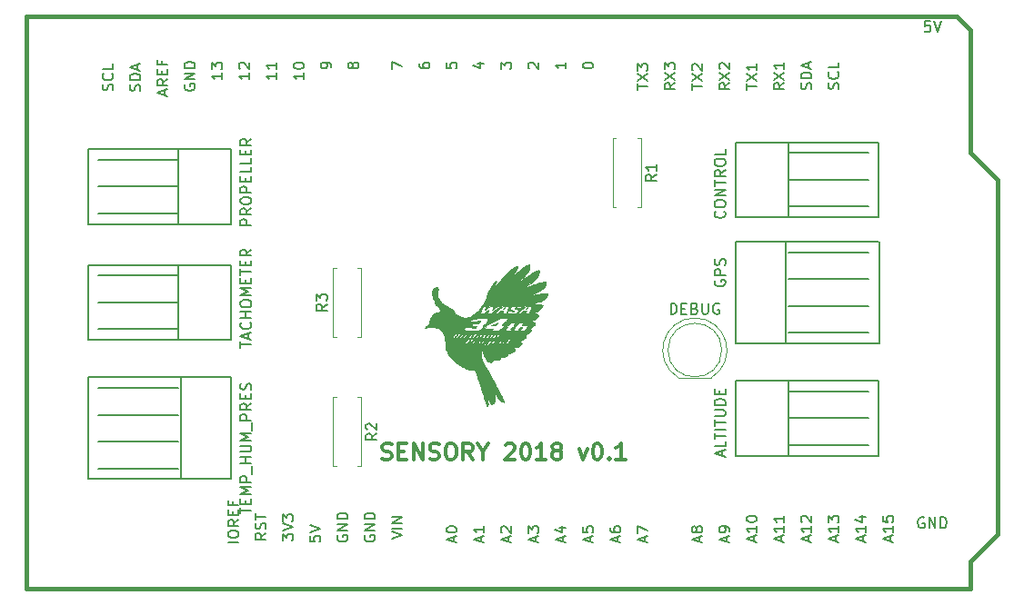
<source format=gbr>
G04 #@! TF.FileFunction,Legend,Top*
%FSLAX46Y46*%
G04 Gerber Fmt 4.6, Leading zero omitted, Abs format (unit mm)*
G04 Created by KiCad (PCBNEW 4.0.4-stable) date 2018 February 08, Thursday 23:42:13*
%MOMM*%
%LPD*%
G01*
G04 APERTURE LIST*
%ADD10C,0.100000*%
%ADD11C,0.120000*%
%ADD12C,0.150000*%
%ADD13C,0.381000*%
%ADD14C,0.010000*%
%ADD15C,0.304800*%
G04 APERTURE END LIST*
D10*
D11*
X213360462Y-67495000D02*
G75*
G03X211815170Y-73045000I-462J-2990000D01*
G01*
X213359538Y-67495000D02*
G75*
G02X214904830Y-73045000I462J-2990000D01*
G01*
X215860000Y-70485000D02*
G75*
G03X215860000Y-70485000I-2500000J0D01*
G01*
X211815000Y-73045000D02*
X214905000Y-73045000D01*
D12*
X165305000Y-63540000D02*
X157805000Y-63540000D01*
X165305000Y-66040000D02*
X157805000Y-66040000D01*
X165305000Y-68540000D02*
X157805000Y-68540000D01*
X165305000Y-69540000D02*
X165305000Y-62540000D01*
X156905000Y-69540000D02*
X156905000Y-62540000D01*
X170205000Y-62540000D02*
X156905000Y-62540000D01*
X170205000Y-69540000D02*
X156905000Y-69540000D01*
X170205000Y-69540000D02*
X170205000Y-62540000D01*
X165305000Y-52745000D02*
X157805000Y-52745000D01*
X165305000Y-55245000D02*
X157805000Y-55245000D01*
X165305000Y-57745000D02*
X157805000Y-57745000D01*
X165305000Y-58745000D02*
X165305000Y-51745000D01*
X156905000Y-58745000D02*
X156905000Y-51745000D01*
X170205000Y-51745000D02*
X156905000Y-51745000D01*
X170205000Y-58745000D02*
X156905000Y-58745000D01*
X170205000Y-58745000D02*
X170205000Y-51745000D01*
X222045000Y-79335000D02*
X229545000Y-79335000D01*
X222045000Y-76835000D02*
X229545000Y-76835000D01*
X222045000Y-74335000D02*
X229545000Y-74335000D01*
X222045000Y-73335000D02*
X222045000Y-80335000D01*
X230445000Y-73335000D02*
X230445000Y-80335000D01*
X217145000Y-80335000D02*
X230445000Y-80335000D01*
X217145000Y-73335000D02*
X230445000Y-73335000D01*
X217145000Y-73335000D02*
X217145000Y-80335000D01*
X222045000Y-57110000D02*
X229545000Y-57110000D01*
X222045000Y-54610000D02*
X229545000Y-54610000D01*
X222045000Y-52110000D02*
X229545000Y-52110000D01*
X222045000Y-51110000D02*
X222045000Y-58110000D01*
X230445000Y-51110000D02*
X230445000Y-58110000D01*
X217145000Y-58110000D02*
X230445000Y-58110000D01*
X217145000Y-51110000D02*
X230445000Y-51110000D01*
X217145000Y-51110000D02*
X217145000Y-58110000D01*
X165505000Y-82510000D02*
X165505000Y-73010000D01*
X157805000Y-74010000D02*
X165305000Y-74010000D01*
X165305000Y-76510000D02*
X157805000Y-76510000D01*
X156845000Y-82510000D02*
X156845000Y-73010000D01*
X156845000Y-73010000D02*
X170205000Y-73010000D01*
X170205000Y-82510000D02*
X170205000Y-73010000D01*
X165305000Y-79010000D02*
X157805000Y-79010000D01*
X165305000Y-81510000D02*
X157805000Y-81510000D01*
X170205000Y-82510000D02*
X156905000Y-82510000D01*
X221845000Y-60365000D02*
X221845000Y-69865000D01*
X229545000Y-68865000D02*
X222045000Y-68865000D01*
X222045000Y-66365000D02*
X229545000Y-66365000D01*
X230505000Y-60365000D02*
X230505000Y-69865000D01*
X230505000Y-69865000D02*
X217145000Y-69865000D01*
X217145000Y-60365000D02*
X217145000Y-69865000D01*
X222045000Y-63865000D02*
X229545000Y-63865000D01*
X222045000Y-61365000D02*
X229545000Y-61365000D01*
X217145000Y-60365000D02*
X230445000Y-60365000D01*
D11*
X207990000Y-50765000D02*
X208320000Y-50765000D01*
X208320000Y-50765000D02*
X208320000Y-57185000D01*
X208320000Y-57185000D02*
X207990000Y-57185000D01*
X206030000Y-50765000D02*
X205700000Y-50765000D01*
X205700000Y-50765000D02*
X205700000Y-57185000D01*
X205700000Y-57185000D02*
X206030000Y-57185000D01*
X181955000Y-74895000D02*
X182285000Y-74895000D01*
X182285000Y-74895000D02*
X182285000Y-81315000D01*
X182285000Y-81315000D02*
X181955000Y-81315000D01*
X179995000Y-74895000D02*
X179665000Y-74895000D01*
X179665000Y-74895000D02*
X179665000Y-81315000D01*
X179665000Y-81315000D02*
X179995000Y-81315000D01*
X179995000Y-69250000D02*
X179665000Y-69250000D01*
X179665000Y-69250000D02*
X179665000Y-62830000D01*
X179665000Y-62830000D02*
X179995000Y-62830000D01*
X181955000Y-69250000D02*
X182285000Y-69250000D01*
X182285000Y-69250000D02*
X182285000Y-62830000D01*
X182285000Y-62830000D02*
X181955000Y-62830000D01*
D13*
X239014000Y-92710000D02*
X151130000Y-92710000D01*
X237744000Y-39370000D02*
X151130000Y-39370000D01*
X239014000Y-52070000D02*
X239014000Y-40640000D01*
X239014000Y-40640000D02*
X237744000Y-39370000D01*
X151130000Y-92710000D02*
X151130000Y-39370000D01*
X239014000Y-52070000D02*
X241554000Y-54610000D01*
X241554000Y-54610000D02*
X241554000Y-87630000D01*
X241554000Y-87630000D02*
X239014000Y-90170000D01*
X239014000Y-90170000D02*
X239014000Y-92710000D01*
D14*
G36*
X197913128Y-62530390D02*
X197931865Y-62538302D01*
X197942315Y-62557674D01*
X197945145Y-62566550D01*
X197950333Y-62596102D01*
X197954478Y-62642957D01*
X197956959Y-62699021D01*
X197957367Y-62725300D01*
X197950214Y-62832661D01*
X197926530Y-62938250D01*
X197884903Y-63045818D01*
X197823922Y-63159114D01*
X197754479Y-63264620D01*
X197726661Y-63299913D01*
X197682855Y-63350235D01*
X197625479Y-63413108D01*
X197556951Y-63486059D01*
X197479691Y-63566610D01*
X197396115Y-63652287D01*
X197308643Y-63740614D01*
X197219693Y-63829115D01*
X197131683Y-63915315D01*
X197047032Y-63996738D01*
X196968157Y-64070909D01*
X196954616Y-64083430D01*
X196907575Y-64127517D01*
X196868117Y-64165857D01*
X196839635Y-64195047D01*
X196825525Y-64211684D01*
X196824600Y-64213786D01*
X196834478Y-64210351D01*
X196861940Y-64194455D01*
X196903720Y-64168152D01*
X196956556Y-64133494D01*
X197015182Y-64093905D01*
X197177109Y-63983191D01*
X197319924Y-63885650D01*
X197445442Y-63800065D01*
X197555483Y-63725218D01*
X197651862Y-63659893D01*
X197736398Y-63602871D01*
X197810908Y-63552936D01*
X197877208Y-63508870D01*
X197937117Y-63469456D01*
X197992451Y-63433476D01*
X198045029Y-63399714D01*
X198096666Y-63366951D01*
X198149181Y-63333970D01*
X198156095Y-63329648D01*
X198307370Y-63238160D01*
X198440284Y-63164198D01*
X198554857Y-63107755D01*
X198651103Y-63068823D01*
X198729040Y-63047395D01*
X198774097Y-63042800D01*
X198809988Y-63044542D01*
X198828510Y-63052457D01*
X198837605Y-63070573D01*
X198838977Y-63075716D01*
X198842009Y-63102995D01*
X198843039Y-63147690D01*
X198841965Y-63201889D01*
X198840897Y-63224941D01*
X198826299Y-63334100D01*
X198793955Y-63443931D01*
X198743201Y-63555182D01*
X198673369Y-63668602D01*
X198583795Y-63784939D01*
X198473812Y-63904942D01*
X198342755Y-64029360D01*
X198189959Y-64158940D01*
X198014756Y-64294433D01*
X197816483Y-64436585D01*
X197681850Y-64528276D01*
X197618139Y-64571775D01*
X197554769Y-64616582D01*
X197494891Y-64660293D01*
X197441656Y-64700504D01*
X197398215Y-64734808D01*
X197367718Y-64760802D01*
X197353317Y-64776081D01*
X197353300Y-64779016D01*
X197369180Y-64775964D01*
X197403312Y-64764632D01*
X197450634Y-64746828D01*
X197504629Y-64724969D01*
X197732843Y-64631264D01*
X197952494Y-64544308D01*
X198162337Y-64464485D01*
X198361125Y-64392176D01*
X198547612Y-64327765D01*
X198720551Y-64271636D01*
X198878697Y-64224170D01*
X199020803Y-64185752D01*
X199145623Y-64156764D01*
X199251911Y-64137588D01*
X199338420Y-64128609D01*
X199403903Y-64130209D01*
X199426100Y-64134461D01*
X199458027Y-64144256D01*
X199473450Y-64156522D01*
X199478307Y-64179635D01*
X199478589Y-64208514D01*
X199465334Y-64323816D01*
X199426775Y-64437113D01*
X199362908Y-64548408D01*
X199273731Y-64657704D01*
X199159242Y-64765003D01*
X199019438Y-64870308D01*
X198854316Y-64973623D01*
X198725702Y-65043708D01*
X198640075Y-65086773D01*
X198552284Y-65128302D01*
X198459236Y-65169541D01*
X198357837Y-65211733D01*
X198244996Y-65256124D01*
X198117619Y-65303957D01*
X197972613Y-65356477D01*
X197806886Y-65414928D01*
X197778457Y-65424838D01*
X197762608Y-65432828D01*
X197767328Y-65437217D01*
X197787981Y-65437538D01*
X197819930Y-65433326D01*
X197834107Y-65430432D01*
X197885434Y-65419840D01*
X197958084Y-65406143D01*
X198048254Y-65389965D01*
X198152144Y-65371931D01*
X198265951Y-65352669D01*
X198385874Y-65332802D01*
X198508110Y-65312957D01*
X198628859Y-65293760D01*
X198744318Y-65275836D01*
X198850685Y-65259811D01*
X198944160Y-65246310D01*
X198996300Y-65239172D01*
X199113014Y-65225613D01*
X199225706Y-65216210D01*
X199330774Y-65211012D01*
X199424615Y-65210069D01*
X199503628Y-65213431D01*
X199564210Y-65221148D01*
X199597798Y-65230843D01*
X199628465Y-65246018D01*
X199641029Y-65261078D01*
X199640970Y-65285345D01*
X199638561Y-65300171D01*
X199617578Y-65369663D01*
X199579302Y-65446563D01*
X199527600Y-65524229D01*
X199466437Y-65595916D01*
X199369343Y-65682379D01*
X199248419Y-65766972D01*
X199105209Y-65848985D01*
X198941256Y-65927708D01*
X198758103Y-66002432D01*
X198557296Y-66072447D01*
X198340376Y-66137043D01*
X198221600Y-66168287D01*
X198050150Y-66211450D01*
X198494650Y-66219560D01*
X198628256Y-66222308D01*
X198738828Y-66225312D01*
X198828729Y-66228695D01*
X198900324Y-66232580D01*
X198955978Y-66237091D01*
X198998055Y-66242353D01*
X199023779Y-66247242D01*
X199079831Y-66262374D01*
X199128949Y-66279572D01*
X199165827Y-66296612D01*
X199185158Y-66311266D01*
X199186800Y-66315623D01*
X199181599Y-66329954D01*
X199167640Y-66361596D01*
X199147384Y-66405072D01*
X199134574Y-66431792D01*
X199063935Y-66549467D01*
X198973303Y-66651732D01*
X198862434Y-66738826D01*
X198753770Y-66800296D01*
X198599645Y-66865888D01*
X198441303Y-66913946D01*
X198271622Y-66946949D01*
X198217045Y-66955605D01*
X198172413Y-66963673D01*
X198143343Y-66970081D01*
X198135239Y-66973026D01*
X198143343Y-66976386D01*
X198171028Y-66978879D01*
X198212479Y-66980004D01*
X198216308Y-66980020D01*
X198346346Y-66991010D01*
X198473045Y-67021957D01*
X198557418Y-67055650D01*
X198613094Y-67087397D01*
X198666944Y-67127081D01*
X198713569Y-67169813D01*
X198747573Y-67210705D01*
X198762877Y-67241716D01*
X198762477Y-67288403D01*
X198742416Y-67343436D01*
X198705573Y-67403447D01*
X198654824Y-67465067D01*
X198593046Y-67524927D01*
X198523116Y-67579658D01*
X198447912Y-67625892D01*
X198424800Y-67637578D01*
X198345396Y-67671076D01*
X198267784Y-67695474D01*
X198197742Y-67709404D01*
X198141049Y-67711498D01*
X198123907Y-67708836D01*
X198101066Y-67705449D01*
X198100199Y-67711366D01*
X198121635Y-67726834D01*
X198165702Y-67752099D01*
X198221149Y-67781432D01*
X198317266Y-67838078D01*
X198388240Y-67895617D01*
X198434320Y-67954278D01*
X198450941Y-67992787D01*
X198458577Y-68028092D01*
X198456786Y-68059212D01*
X198443262Y-68090942D01*
X198415699Y-68128082D01*
X198371790Y-68175429D01*
X198354950Y-68192477D01*
X198266308Y-68266902D01*
X198158521Y-68330822D01*
X198029380Y-68385481D01*
X197986631Y-68400101D01*
X197875784Y-68436229D01*
X197944673Y-68475108D01*
X198001654Y-68513034D01*
X198048396Y-68555250D01*
X198080710Y-68597190D01*
X198094405Y-68634289D01*
X198094600Y-68638505D01*
X198084036Y-68683791D01*
X198054952Y-68736704D01*
X198011260Y-68792954D01*
X197956870Y-68848250D01*
X197895694Y-68898303D01*
X197831642Y-68938822D01*
X197811663Y-68948847D01*
X197695479Y-68990640D01*
X197578298Y-69008326D01*
X197498994Y-69006234D01*
X197417738Y-68998007D01*
X197513340Y-69061949D01*
X197580233Y-69110481D01*
X197624335Y-69152814D01*
X197646598Y-69191779D01*
X197647970Y-69230209D01*
X197629404Y-69270934D01*
X197597030Y-69311241D01*
X197539082Y-69364911D01*
X197461197Y-69423209D01*
X197367765Y-69483458D01*
X197263175Y-69542980D01*
X197151817Y-69599098D01*
X197053200Y-69642922D01*
X197034460Y-69651635D01*
X197032965Y-69658673D01*
X197051103Y-69668506D01*
X197071566Y-69677251D01*
X197138902Y-69713188D01*
X197189684Y-69755986D01*
X197218252Y-69799084D01*
X197227115Y-69851438D01*
X197213112Y-69905830D01*
X197178531Y-69960786D01*
X197125662Y-70014829D01*
X197056793Y-70066485D01*
X196974213Y-70114279D01*
X196880212Y-70156735D01*
X196777079Y-70192380D01*
X196667102Y-70219737D01*
X196552572Y-70237332D01*
X196535567Y-70238999D01*
X196443384Y-70247367D01*
X196505460Y-70313003D01*
X196538826Y-70352700D01*
X196564469Y-70391416D01*
X196576417Y-70419076D01*
X196577221Y-70479185D01*
X196553659Y-70537485D01*
X196506755Y-70592961D01*
X196437531Y-70644602D01*
X196347009Y-70691393D01*
X196272150Y-70720502D01*
X196213228Y-70738698D01*
X196156217Y-70750653D01*
X196091402Y-70757999D01*
X196026940Y-70761671D01*
X195964614Y-70764669D01*
X195923772Y-70767977D01*
X195900500Y-70772363D01*
X195890885Y-70778593D01*
X195891014Y-70787436D01*
X195891317Y-70788251D01*
X195897659Y-70813067D01*
X195904167Y-70851117D01*
X195906286Y-70867196D01*
X195903035Y-70935591D01*
X195876641Y-70995504D01*
X195828138Y-71046242D01*
X195758559Y-71087111D01*
X195668937Y-71117416D01*
X195560308Y-71136465D01*
X195497450Y-71141648D01*
X195419483Y-71143882D01*
X195357109Y-71140422D01*
X195301031Y-71130648D01*
X195289180Y-71127734D01*
X195247390Y-71117695D01*
X195216688Y-71111636D01*
X195203921Y-71110845D01*
X195204810Y-71124229D01*
X195211616Y-71153610D01*
X195216600Y-71171392D01*
X195226428Y-71236380D01*
X195213801Y-71290947D01*
X195178019Y-71336451D01*
X195118382Y-71374251D01*
X195110100Y-71378104D01*
X195050592Y-71396304D01*
X194973562Y-71407182D01*
X194885771Y-71410872D01*
X194793977Y-71407508D01*
X194704941Y-71397223D01*
X194625421Y-71380151D01*
X194587781Y-71367759D01*
X194574057Y-71367659D01*
X194565077Y-71383734D01*
X194558567Y-71416757D01*
X194537370Y-71486366D01*
X194498418Y-71543739D01*
X194449446Y-71581225D01*
X194393014Y-71597872D01*
X194323130Y-71598642D01*
X194244958Y-71584941D01*
X194163662Y-71558173D01*
X194084405Y-71519744D01*
X194012350Y-71471059D01*
X193996732Y-71458030D01*
X193947243Y-71403398D01*
X193896879Y-71326255D01*
X193846652Y-71229422D01*
X193797574Y-71115719D01*
X193750656Y-70987966D01*
X193706911Y-70848983D01*
X193667350Y-70701590D01*
X193632985Y-70548606D01*
X193604828Y-70392852D01*
X193597754Y-70346084D01*
X193587490Y-70277124D01*
X193577550Y-70214274D01*
X193568877Y-70163220D01*
X193562411Y-70129644D01*
X193560837Y-70123050D01*
X193554839Y-70103585D01*
X193551504Y-70103771D01*
X193549798Y-70125856D01*
X193549174Y-70148450D01*
X193545543Y-70216777D01*
X193537745Y-70303354D01*
X193526583Y-70402539D01*
X193512857Y-70508688D01*
X193497371Y-70616158D01*
X193480924Y-70719307D01*
X193464319Y-70812490D01*
X193448358Y-70890066D01*
X193437701Y-70933137D01*
X193423443Y-71027472D01*
X193429933Y-71133089D01*
X193457315Y-71250786D01*
X193505733Y-71381364D01*
X193526711Y-71428189D01*
X193540542Y-71455746D01*
X193565532Y-71503240D01*
X193600463Y-71568433D01*
X193644113Y-71649084D01*
X193695262Y-71742953D01*
X193752689Y-71847801D01*
X193815174Y-71961387D01*
X193881496Y-72081471D01*
X193950435Y-72205814D01*
X193950454Y-72205850D01*
X194027693Y-72345062D01*
X194109695Y-72493172D01*
X194195146Y-72647783D01*
X194282731Y-72806500D01*
X194371133Y-72966927D01*
X194459038Y-73126670D01*
X194545129Y-73283333D01*
X194628093Y-73434520D01*
X194706613Y-73577837D01*
X194779373Y-73710888D01*
X194845059Y-73831278D01*
X194902355Y-73936611D01*
X194949946Y-74024492D01*
X194986128Y-74091800D01*
X195077460Y-74263310D01*
X195163932Y-74426884D01*
X195244800Y-74581059D01*
X195319317Y-74724368D01*
X195386738Y-74855348D01*
X195446316Y-74972533D01*
X195497308Y-75074460D01*
X195538966Y-75159663D01*
X195570546Y-75226679D01*
X195591301Y-75274041D01*
X195599633Y-75296876D01*
X195603303Y-75314450D01*
X195597569Y-75322641D01*
X195576891Y-75323789D01*
X195542781Y-75320914D01*
X195486102Y-75308389D01*
X195416307Y-75281996D01*
X195339356Y-75244636D01*
X195261212Y-75199211D01*
X195187835Y-75148621D01*
X195186300Y-75147457D01*
X195148280Y-75116265D01*
X195112691Y-75081472D01*
X195078230Y-75040821D01*
X195043599Y-74992054D01*
X195007495Y-74932915D01*
X194968620Y-74861146D01*
X194925672Y-74774490D01*
X194877352Y-74670690D01*
X194822358Y-74547488D01*
X194765917Y-74417768D01*
X194730644Y-74336762D01*
X194698028Y-74263280D01*
X194669585Y-74200625D01*
X194646831Y-74152100D01*
X194631281Y-74121006D01*
X194625046Y-74110900D01*
X194616006Y-74106724D01*
X194618859Y-74120315D01*
X194624845Y-74140365D01*
X194635774Y-74179738D01*
X194650210Y-74233174D01*
X194666721Y-74295407D01*
X194670767Y-74310815D01*
X194718261Y-74513718D01*
X194749881Y-74699073D01*
X194765645Y-74866541D01*
X194765575Y-75015779D01*
X194749689Y-75146447D01*
X194718008Y-75258205D01*
X194670551Y-75350710D01*
X194607337Y-75423623D01*
X194606429Y-75424424D01*
X194561233Y-75457589D01*
X194506687Y-75488070D01*
X194451189Y-75511958D01*
X194403137Y-75525344D01*
X194386283Y-75526900D01*
X194366863Y-75515565D01*
X194340616Y-75483963D01*
X194309393Y-75435696D01*
X194275048Y-75374370D01*
X194239434Y-75303586D01*
X194204402Y-75226948D01*
X194171806Y-75148060D01*
X194143498Y-75070525D01*
X194130060Y-75028543D01*
X194115288Y-74982968D01*
X194102154Y-74948582D01*
X194092937Y-74931168D01*
X194091303Y-74930118D01*
X194089133Y-74942222D01*
X194087749Y-74976368D01*
X194087163Y-75029213D01*
X194087387Y-75097411D01*
X194088433Y-75177618D01*
X194090090Y-75257365D01*
X194092393Y-75359519D01*
X194093679Y-75439813D01*
X194093823Y-75501771D01*
X194092697Y-75548917D01*
X194090177Y-75584775D01*
X194086135Y-75612870D01*
X194080445Y-75636725D01*
X194075991Y-75651065D01*
X194060079Y-75693451D01*
X194046698Y-75713438D01*
X194033167Y-75713486D01*
X194020991Y-75701525D01*
X193999137Y-75665857D01*
X193971107Y-75605789D01*
X193936977Y-75521539D01*
X193896822Y-75413325D01*
X193850716Y-75281365D01*
X193798735Y-75125879D01*
X193740953Y-74947084D01*
X193677445Y-74745199D01*
X193608285Y-74520443D01*
X193547762Y-74320400D01*
X193458447Y-74025469D01*
X193375074Y-73754933D01*
X193297543Y-73508513D01*
X193225757Y-73285932D01*
X193159616Y-73086913D01*
X193099022Y-72911178D01*
X193043875Y-72758449D01*
X192994079Y-72628450D01*
X192949533Y-72520903D01*
X192910138Y-72435530D01*
X192875798Y-72372054D01*
X192846412Y-72330198D01*
X192836032Y-72319455D01*
X192823549Y-72311187D01*
X192804496Y-72305103D01*
X192774994Y-72300799D01*
X192731163Y-72297870D01*
X192669121Y-72295910D01*
X192598935Y-72294700D01*
X192461376Y-72288918D01*
X192334746Y-72274568D01*
X192213136Y-72250146D01*
X192090636Y-72214149D01*
X191961336Y-72165074D01*
X191819329Y-72101420D01*
X191797220Y-72090837D01*
X191560090Y-71965158D01*
X191334345Y-71821677D01*
X191115650Y-71657490D01*
X190982600Y-71544818D01*
X190806262Y-71378168D01*
X190647177Y-71205491D01*
X190507268Y-71029229D01*
X190388461Y-70851819D01*
X190292680Y-70675700D01*
X190286399Y-70662443D01*
X190243182Y-70566860D01*
X190211282Y-70486240D01*
X190189155Y-70413644D01*
X190175256Y-70342131D01*
X190168041Y-70264762D01*
X190165965Y-70174597D01*
X190166365Y-70123050D01*
X190163092Y-69947330D01*
X193651616Y-69947330D01*
X193659649Y-69967251D01*
X193677825Y-69982629D01*
X193694737Y-69990787D01*
X193720994Y-69996467D01*
X193760656Y-70000046D01*
X193817785Y-70001898D01*
X193891830Y-70002400D01*
X193961367Y-70001478D01*
X194024821Y-69998948D01*
X194076407Y-69995160D01*
X194110341Y-69990467D01*
X194116811Y-69988734D01*
X194135011Y-69978360D01*
X194159858Y-69956884D01*
X194192720Y-69922735D01*
X194234966Y-69874344D01*
X194287966Y-69810141D01*
X194296074Y-69799982D01*
X194414937Y-69799982D01*
X194423987Y-69817873D01*
X194433958Y-69825112D01*
X194452400Y-69830364D01*
X194482846Y-69833917D01*
X194528831Y-69836062D01*
X194593888Y-69837089D01*
X194660991Y-69837300D01*
X194881873Y-69837300D01*
X194906144Y-69814527D01*
X195062041Y-69814527D01*
X195081525Y-69836282D01*
X195103503Y-69841563D01*
X195145189Y-69845471D01*
X195200927Y-69848000D01*
X195265063Y-69849142D01*
X195331942Y-69848890D01*
X195395906Y-69847235D01*
X195451303Y-69844170D01*
X195492475Y-69839687D01*
X195506158Y-69836857D01*
X195539471Y-69821203D01*
X195568021Y-69799904D01*
X195732400Y-69799904D01*
X195744240Y-69820776D01*
X195776678Y-69837007D01*
X195825089Y-69846956D01*
X195871750Y-69849297D01*
X195917675Y-69847932D01*
X195946376Y-69842913D01*
X195966015Y-69831398D01*
X195984756Y-69810548D01*
X195985396Y-69809742D01*
X196004163Y-69783942D01*
X196007448Y-69769802D01*
X195996623Y-69759983D01*
X195994894Y-69758999D01*
X195983407Y-69749460D01*
X195985125Y-69736034D01*
X196001689Y-69712052D01*
X196008598Y-69703304D01*
X196044880Y-69669189D01*
X196075300Y-69659500D01*
X196110041Y-69646932D01*
X196142516Y-69615049D01*
X196163332Y-69587813D01*
X196168929Y-69574812D01*
X196160423Y-69570835D01*
X196152041Y-69570600D01*
X196132026Y-69568176D01*
X196128654Y-69558168D01*
X196142374Y-69536465D01*
X196157850Y-69517483D01*
X196178324Y-69490369D01*
X196189109Y-69470661D01*
X196189600Y-69468025D01*
X196177909Y-69462560D01*
X196146861Y-69458453D01*
X196102489Y-69456407D01*
X196088850Y-69456300D01*
X195988100Y-69456300D01*
X195941270Y-69513450D01*
X195902441Y-69553383D01*
X195870660Y-69570103D01*
X195865140Y-69570600D01*
X195835156Y-69581651D01*
X195803696Y-69611474D01*
X195803381Y-69611875D01*
X195783815Y-69638066D01*
X195779432Y-69650750D01*
X195789209Y-69655978D01*
X195795746Y-69657160D01*
X195808112Y-69661204D01*
X195809620Y-69671071D01*
X195798856Y-69691763D01*
X195776485Y-69725260D01*
X195753184Y-69760739D01*
X195737206Y-69788140D01*
X195732400Y-69799904D01*
X195568021Y-69799904D01*
X195573931Y-69795495D01*
X195602286Y-69766351D01*
X195617282Y-69740389D01*
X195618100Y-69734725D01*
X195606665Y-69727591D01*
X195576942Y-69723693D01*
X195535804Y-69722793D01*
X195490125Y-69724650D01*
X195446778Y-69729024D01*
X195412635Y-69735676D01*
X195396597Y-69742453D01*
X195368947Y-69755702D01*
X195337752Y-69760707D01*
X195311987Y-69757283D01*
X195300628Y-69745245D01*
X195300600Y-69744426D01*
X195309135Y-69725449D01*
X195330253Y-69699578D01*
X195336219Y-69693626D01*
X195366777Y-69672526D01*
X195400657Y-69660644D01*
X195430709Y-69658904D01*
X195449780Y-69668227D01*
X195453000Y-69678550D01*
X195464388Y-69689471D01*
X195493976Y-69696340D01*
X195534901Y-69699219D01*
X195580297Y-69698169D01*
X195623302Y-69693253D01*
X195657049Y-69684532D01*
X195671074Y-69676581D01*
X195688314Y-69649709D01*
X195693749Y-69617458D01*
X195687060Y-69589840D01*
X195674211Y-69578308D01*
X195649683Y-69574108D01*
X195605840Y-69571426D01*
X195548247Y-69570160D01*
X195482469Y-69570205D01*
X195414071Y-69571459D01*
X195348620Y-69573817D01*
X195291681Y-69577176D01*
X195248818Y-69581433D01*
X195225598Y-69586484D01*
X195225233Y-69586662D01*
X195202484Y-69603639D01*
X195170116Y-69634458D01*
X195134348Y-69673105D01*
X195126808Y-69681863D01*
X195084106Y-69738197D01*
X195062618Y-69782072D01*
X195062041Y-69814527D01*
X194906144Y-69814527D01*
X194929311Y-69792791D01*
X194976750Y-69748283D01*
X194820459Y-69749743D01*
X194759925Y-69749707D01*
X194708993Y-69748542D01*
X194672836Y-69746447D01*
X194656624Y-69743620D01*
X194656418Y-69743451D01*
X194664918Y-69740156D01*
X194693955Y-69737285D01*
X194738663Y-69735195D01*
X194780958Y-69734339D01*
X194856613Y-69733501D01*
X194911222Y-69732198D01*
X194949134Y-69729541D01*
X194974699Y-69724643D01*
X194992267Y-69716616D01*
X195006187Y-69704570D01*
X195020810Y-69687618D01*
X195023080Y-69684900D01*
X195050196Y-69642549D01*
X195056611Y-69608700D01*
X195052950Y-69576950D01*
X194837278Y-69573454D01*
X194741452Y-69572899D01*
X194666692Y-69574626D01*
X194614436Y-69578570D01*
X194586889Y-69584339D01*
X194561378Y-69601772D01*
X194527194Y-69633874D01*
X194489979Y-69674332D01*
X194455370Y-69716832D01*
X194429007Y-69755060D01*
X194420842Y-69770248D01*
X194414937Y-69799982D01*
X194296074Y-69799982D01*
X194353087Y-69728557D01*
X194431699Y-69628022D01*
X194434375Y-69624575D01*
X194476263Y-69570600D01*
X194261717Y-69570600D01*
X194139769Y-69722131D01*
X194086607Y-69788052D01*
X194046653Y-69836775D01*
X194017207Y-69870898D01*
X193995564Y-69893023D01*
X193979022Y-69905749D01*
X193964878Y-69911674D01*
X193950429Y-69913399D01*
X193940792Y-69913500D01*
X193911654Y-69907801D01*
X193905281Y-69891031D01*
X193921824Y-69863682D01*
X193924618Y-69860525D01*
X193933385Y-69849347D01*
X193932257Y-69842486D01*
X193917254Y-69838893D01*
X193884393Y-69837514D01*
X193836642Y-69837300D01*
X193727649Y-69837300D01*
X193688624Y-69884643D01*
X193661064Y-69921700D01*
X193651616Y-69947330D01*
X190163092Y-69947330D01*
X190162527Y-69917048D01*
X190154957Y-69837331D01*
X191911816Y-69837331D01*
X191921431Y-69843863D01*
X191953028Y-69848226D01*
X192003253Y-69849984D01*
X192009229Y-69850000D01*
X192110875Y-69850000D01*
X192126546Y-69830936D01*
X192561997Y-69830936D01*
X192562086Y-69840551D01*
X192574311Y-69846345D01*
X192603009Y-69849201D01*
X192652515Y-69849998D01*
X192655827Y-69850000D01*
X192756972Y-69850000D01*
X192803379Y-69793457D01*
X193133324Y-69793457D01*
X193136122Y-69810001D01*
X193154130Y-69827016D01*
X193168814Y-69836318D01*
X193188944Y-69842760D01*
X193219012Y-69846836D01*
X193263508Y-69849042D01*
X193326923Y-69849872D01*
X193362081Y-69849929D01*
X193431365Y-69848997D01*
X193495392Y-69846496D01*
X193547951Y-69842779D01*
X193582831Y-69838203D01*
X193587923Y-69837005D01*
X193632506Y-69814124D01*
X193681255Y-69768451D01*
X193690616Y-69757701D01*
X193734632Y-69704599D01*
X193763307Y-69666075D01*
X193778721Y-69638223D01*
X193782952Y-69617135D01*
X193778080Y-69598903D01*
X193776631Y-69596059D01*
X193770544Y-69586472D01*
X193761644Y-69579550D01*
X193746259Y-69574945D01*
X193720717Y-69572310D01*
X193681344Y-69571297D01*
X193624469Y-69571559D01*
X193546417Y-69572748D01*
X193532782Y-69572983D01*
X193303406Y-69576950D01*
X193234009Y-69653150D01*
X193198238Y-69694412D01*
X193167284Y-69733644D01*
X193147048Y-69763301D01*
X193145180Y-69766691D01*
X193133324Y-69793457D01*
X192803379Y-69793457D01*
X192913324Y-69659500D01*
X193125885Y-69659500D01*
X193159788Y-69615050D01*
X193193692Y-69570600D01*
X192763372Y-69570600D01*
X192666342Y-69691236D01*
X192628088Y-69739584D01*
X192595663Y-69782039D01*
X192572491Y-69814019D01*
X192561997Y-69830936D01*
X192126546Y-69830936D01*
X192172212Y-69775386D01*
X192233550Y-69700772D01*
X192385950Y-69695797D01*
X192459335Y-69692569D01*
X192513035Y-69686853D01*
X192552764Y-69676259D01*
X192584235Y-69658400D01*
X192613164Y-69630888D01*
X192645265Y-69591335D01*
X192649660Y-69585589D01*
X192678491Y-69545720D01*
X192684520Y-69534726D01*
X194297300Y-69534726D01*
X194308985Y-69539608D01*
X194340076Y-69542506D01*
X194384623Y-69542969D01*
X194400499Y-69542538D01*
X194452038Y-69540173D01*
X194485013Y-69536070D01*
X194506251Y-69527956D01*
X194522582Y-69513555D01*
X194535477Y-69497575D01*
X194567255Y-69456300D01*
X194458599Y-69456300D01*
X194405251Y-69456827D01*
X194370959Y-69459456D01*
X194349382Y-69465760D01*
X194334182Y-69477309D01*
X194323621Y-69489762D01*
X194305572Y-69515857D01*
X194297348Y-69533962D01*
X194297300Y-69534726D01*
X192684520Y-69534726D01*
X192695357Y-69514966D01*
X192698344Y-69492163D01*
X192685537Y-69476150D01*
X192655020Y-69465765D01*
X192604878Y-69459844D01*
X192533197Y-69457227D01*
X192438062Y-69456750D01*
X192437385Y-69456751D01*
X192208150Y-69457203D01*
X192062100Y-69640932D01*
X192015540Y-69699885D01*
X191974650Y-69752384D01*
X191942007Y-69795060D01*
X191920190Y-69824543D01*
X191911816Y-69837331D01*
X190154957Y-69837331D01*
X190144117Y-69723198D01*
X190110060Y-69532131D01*
X190087463Y-69437192D01*
X190050115Y-69309918D01*
X190741300Y-69309918D01*
X190753362Y-69311957D01*
X190786997Y-69313736D01*
X190838381Y-69315156D01*
X190903687Y-69316114D01*
X190979088Y-69316511D01*
X190992125Y-69316516D01*
X191079746Y-69316253D01*
X191145731Y-69315326D01*
X191193845Y-69313428D01*
X191227847Y-69310255D01*
X191251502Y-69305498D01*
X191257538Y-69303148D01*
X191391367Y-69303148D01*
X191400918Y-69310485D01*
X191434675Y-69314991D01*
X191491588Y-69316527D01*
X191492716Y-69316527D01*
X191598550Y-69316454D01*
X191604137Y-69309413D01*
X191706500Y-69309413D01*
X191718210Y-69312640D01*
X191749398Y-69314966D01*
X191794145Y-69316018D01*
X191811275Y-69316020D01*
X191916050Y-69315440D01*
X191951117Y-69268887D01*
X192283937Y-69268887D01*
X192289487Y-69288912D01*
X192290142Y-69290157D01*
X192296305Y-69299496D01*
X192305744Y-69306332D01*
X192322097Y-69311056D01*
X192348997Y-69314055D01*
X192390082Y-69315719D01*
X192448988Y-69316437D01*
X192529350Y-69316599D01*
X192537238Y-69316600D01*
X192770182Y-69316600D01*
X192782906Y-69300725D01*
X192882793Y-69300725D01*
X192883956Y-69308755D01*
X192901230Y-69313704D01*
X192937976Y-69316120D01*
X192980227Y-69316600D01*
X193087053Y-69316600D01*
X193148127Y-69237225D01*
X193187498Y-69187346D01*
X193216418Y-69154808D01*
X193238942Y-69136104D01*
X193259128Y-69127726D01*
X193276627Y-69126100D01*
X193302045Y-69130042D01*
X193310745Y-69143421D01*
X193302277Y-69168562D01*
X193276191Y-69207792D01*
X193255706Y-69234293D01*
X193190212Y-69316600D01*
X193302431Y-69316035D01*
X193414650Y-69315471D01*
X193487836Y-69220785D01*
X193524759Y-69174708D01*
X193551770Y-69146039D01*
X193573108Y-69131097D01*
X193593014Y-69126199D01*
X193596844Y-69126100D01*
X193625514Y-69128529D01*
X193640236Y-69133669D01*
X193637289Y-69146953D01*
X193622075Y-69174024D01*
X193601077Y-69204575D01*
X193563633Y-69254782D01*
X193540802Y-69287379D01*
X193533451Y-69306115D01*
X193542450Y-69314739D01*
X193568667Y-69317003D01*
X193612971Y-69316655D01*
X193627028Y-69316600D01*
X193734555Y-69316600D01*
X193770745Y-69270946D01*
X193884065Y-69270946D01*
X193890342Y-69290157D01*
X193896510Y-69299503D01*
X193905959Y-69306342D01*
X193922327Y-69311065D01*
X193949255Y-69314063D01*
X193990380Y-69315724D01*
X194049343Y-69316439D01*
X194129783Y-69316599D01*
X194137051Y-69316600D01*
X194369608Y-69316600D01*
X194378523Y-69305323D01*
X194488097Y-69305323D01*
X194499019Y-69313717D01*
X194524353Y-69316526D01*
X194563874Y-69316652D01*
X194580729Y-69316600D01*
X194687253Y-69316600D01*
X194748327Y-69237225D01*
X194779986Y-69197232D01*
X194807925Y-69163973D01*
X194826853Y-69143705D01*
X194828827Y-69141975D01*
X194852461Y-69130964D01*
X194882012Y-69126543D01*
X194907649Y-69128978D01*
X194919536Y-69138535D01*
X194919600Y-69139512D01*
X194912075Y-69155108D01*
X194892116Y-69184465D01*
X194863646Y-69221913D01*
X194855891Y-69231587D01*
X194792183Y-69310250D01*
X194889694Y-69313996D01*
X194938504Y-69315047D01*
X194978206Y-69314395D01*
X195001287Y-69312192D01*
X195002964Y-69311694D01*
X195018204Y-69299008D01*
X195043677Y-69271338D01*
X195074838Y-69234357D01*
X195107141Y-69193739D01*
X195136040Y-69155157D01*
X195156988Y-69124285D01*
X195164625Y-69109936D01*
X195162280Y-69082050D01*
X195147935Y-69062335D01*
X195137123Y-69053201D01*
X195123176Y-69046688D01*
X195102132Y-69042440D01*
X195070030Y-69040098D01*
X195022909Y-69039307D01*
X194956808Y-69039708D01*
X194904669Y-69040398D01*
X194686491Y-69043550D01*
X194593008Y-69157850D01*
X194544041Y-69217607D01*
X194510383Y-69260170D01*
X194491810Y-69288441D01*
X194488097Y-69305323D01*
X194378523Y-69305323D01*
X194469954Y-69189674D01*
X194508228Y-69140739D01*
X194540435Y-69098570D01*
X194563427Y-69067364D01*
X194574052Y-69051316D01*
X194574335Y-69050642D01*
X194563992Y-69046353D01*
X194532845Y-69042993D01*
X194485474Y-69040563D01*
X194426457Y-69039062D01*
X194360375Y-69038488D01*
X194291807Y-69038842D01*
X194225332Y-69040123D01*
X194165529Y-69042330D01*
X194116977Y-69045463D01*
X194084256Y-69049521D01*
X194078966Y-69050712D01*
X194038430Y-69070166D01*
X193993877Y-69108892D01*
X193943496Y-69168652D01*
X193909696Y-69215365D01*
X193889472Y-69248304D01*
X193884065Y-69270946D01*
X193770745Y-69270946D01*
X193812578Y-69218175D01*
X193856166Y-69159303D01*
X193881414Y-69114884D01*
X193889074Y-69082613D01*
X193879892Y-69060186D01*
X193867010Y-69050708D01*
X193847127Y-69046948D01*
X193803995Y-69043785D01*
X193739760Y-69041286D01*
X193656567Y-69039518D01*
X193556562Y-69038546D01*
X193467721Y-69038383D01*
X193092320Y-69038844D01*
X192992253Y-69161847D01*
X192953143Y-69210253D01*
X192919599Y-69252394D01*
X192895072Y-69283889D01*
X192883017Y-69300356D01*
X192882793Y-69300725D01*
X192782906Y-69300725D01*
X192869436Y-69192775D01*
X192931193Y-69115569D01*
X192978623Y-69055877D01*
X193013430Y-69011512D01*
X193037320Y-68980287D01*
X193051996Y-68960015D01*
X193057522Y-68951475D01*
X193056352Y-68943418D01*
X193039030Y-68938465D01*
X193002189Y-68936062D01*
X192960917Y-68935600D01*
X192854935Y-68935600D01*
X192813926Y-68988957D01*
X192772918Y-69042314D01*
X192660997Y-69038771D01*
X192582881Y-69037767D01*
X192524443Y-69041400D01*
X192480163Y-69051105D01*
X192444519Y-69068318D01*
X192411994Y-69094476D01*
X192399565Y-69106790D01*
X192362643Y-69147592D01*
X192326755Y-69191665D01*
X192311920Y-69211861D01*
X192290668Y-69245888D01*
X192283937Y-69268887D01*
X191951117Y-69268887D01*
X191978698Y-69232272D01*
X192011855Y-69191667D01*
X192043448Y-69158771D01*
X192067684Y-69139488D01*
X192071599Y-69137602D01*
X192099718Y-69131677D01*
X192143369Y-69127524D01*
X192189004Y-69126100D01*
X192236503Y-69125151D01*
X192266159Y-69120825D01*
X192285504Y-69110899D01*
X192302070Y-69093154D01*
X192302478Y-69092637D01*
X192320488Y-69066973D01*
X192328743Y-69049748D01*
X192328800Y-69049013D01*
X192316800Y-69045607D01*
X192283601Y-69042657D01*
X192233402Y-69040373D01*
X192170403Y-69038964D01*
X192120635Y-69038611D01*
X191912471Y-69038371D01*
X191809485Y-69170299D01*
X191771282Y-69219754D01*
X191739493Y-69261888D01*
X191717033Y-69292763D01*
X191706817Y-69308441D01*
X191706500Y-69309413D01*
X191604137Y-69309413D01*
X191703325Y-69184414D01*
X191742069Y-69135046D01*
X191774342Y-69092894D01*
X191797208Y-69061870D01*
X191807732Y-69045886D01*
X191808100Y-69044787D01*
X191796388Y-69041325D01*
X191765198Y-69038725D01*
X191720449Y-69037406D01*
X191703325Y-69037324D01*
X191598550Y-69037448D01*
X191497200Y-69163572D01*
X191458480Y-69212347D01*
X191425848Y-69254566D01*
X191402506Y-69286006D01*
X191391658Y-69302442D01*
X191391367Y-69303148D01*
X191257538Y-69303148D01*
X191268571Y-69298853D01*
X191278134Y-69293232D01*
X191311968Y-69265052D01*
X191342348Y-69229894D01*
X191364230Y-69194815D01*
X191372568Y-69166870D01*
X191371984Y-69161970D01*
X191378424Y-69140518D01*
X191402400Y-69125809D01*
X191427765Y-69108908D01*
X191458834Y-69079718D01*
X191489772Y-69044952D01*
X191514744Y-69011320D01*
X191515546Y-69009749D01*
X191632094Y-69009749D01*
X191649603Y-69018575D01*
X191687930Y-69021734D01*
X191741919Y-69020798D01*
X191790947Y-69018123D01*
X191822015Y-69012970D01*
X191842564Y-69002843D01*
X191860033Y-68985245D01*
X191864590Y-68979638D01*
X191894693Y-68941950D01*
X191787714Y-68938277D01*
X191735123Y-68936922D01*
X191701334Y-68938274D01*
X191679780Y-68943848D01*
X191663890Y-68955159D01*
X191650307Y-68969982D01*
X191633097Y-68993978D01*
X191632094Y-69009749D01*
X191515546Y-69009749D01*
X191527919Y-68985535D01*
X191528700Y-68980505D01*
X191526116Y-68965290D01*
X191516288Y-68953899D01*
X191496104Y-68945799D01*
X191462451Y-68940454D01*
X191412214Y-68937331D01*
X191342281Y-68935894D01*
X191267155Y-68935600D01*
X191036090Y-68935600D01*
X190888695Y-69119418D01*
X190842168Y-69177785D01*
X190801677Y-69229236D01*
X190769710Y-69270555D01*
X190748756Y-69298526D01*
X190741300Y-69309918D01*
X190050115Y-69309918D01*
X190029274Y-69238900D01*
X189960130Y-69053768D01*
X189881383Y-68884699D01*
X189794385Y-68734594D01*
X189700490Y-68606353D01*
X189699694Y-68605400D01*
X189647271Y-68556668D01*
X189594250Y-68521889D01*
X191878323Y-68521889D01*
X191883254Y-68577543D01*
X191909772Y-68624632D01*
X191956235Y-68659129D01*
X191981065Y-68668820D01*
X192001065Y-68671091D01*
X192043726Y-68673080D01*
X192106310Y-68674751D01*
X192186081Y-68676066D01*
X192280299Y-68676988D01*
X192386229Y-68677481D01*
X192501131Y-68677506D01*
X192595500Y-68677176D01*
X192733700Y-68676391D01*
X192848936Y-68675508D01*
X192943645Y-68674430D01*
X193020264Y-68673060D01*
X193081227Y-68671299D01*
X193128973Y-68669050D01*
X193165937Y-68666215D01*
X193194555Y-68662696D01*
X193217264Y-68658394D01*
X193236500Y-68653214D01*
X193242843Y-68651181D01*
X193293936Y-68630569D01*
X193345102Y-68604277D01*
X193366091Y-68591157D01*
X193403200Y-68560178D01*
X193449487Y-68513416D01*
X193486194Y-68472050D01*
X193774652Y-68472050D01*
X194538096Y-68484750D01*
X194468773Y-68573650D01*
X194437805Y-68614355D01*
X194413906Y-68647658D01*
X194400682Y-68668447D01*
X194399174Y-68672289D01*
X194411238Y-68674789D01*
X194445349Y-68676792D01*
X194498162Y-68678233D01*
X194566328Y-68679047D01*
X194646498Y-68679169D01*
X194725615Y-68678639D01*
X195052331Y-68675250D01*
X195113214Y-68597494D01*
X195728430Y-68597494D01*
X195732386Y-68611714D01*
X195747815Y-68637578D01*
X195773779Y-68656511D01*
X195813590Y-68669407D01*
X195870560Y-68677163D01*
X195947998Y-68680673D01*
X195989112Y-68681102D01*
X196150574Y-68681600D01*
X196165205Y-68664018D01*
X196396829Y-68664018D01*
X196398161Y-68670657D01*
X196410128Y-68675445D01*
X196435872Y-68678657D01*
X196478537Y-68680566D01*
X196541265Y-68681448D01*
X196598433Y-68681600D01*
X196806784Y-68681600D01*
X196889317Y-68576825D01*
X196932696Y-68521631D01*
X196978545Y-68463093D01*
X197019382Y-68410771D01*
X197033672Y-68392390D01*
X197066421Y-68353616D01*
X197096989Y-68323291D01*
X197119646Y-68306985D01*
X197122650Y-68305915D01*
X197154988Y-68301862D01*
X197195980Y-68301916D01*
X197237514Y-68305346D01*
X197271480Y-68311416D01*
X197289766Y-68319395D01*
X197290815Y-68321117D01*
X197284891Y-68335390D01*
X197265518Y-68365732D01*
X197235249Y-68408489D01*
X197196640Y-68460005D01*
X197167989Y-68496830D01*
X197124999Y-68551987D01*
X197088196Y-68600509D01*
X197060237Y-68638790D01*
X197043775Y-68663223D01*
X197040500Y-68669987D01*
X197052548Y-68673992D01*
X197086092Y-68677348D01*
X197137231Y-68679838D01*
X197202066Y-68681245D01*
X197246875Y-68681478D01*
X197453250Y-68681357D01*
X197615175Y-68476283D01*
X197675446Y-68398966D01*
X197720578Y-68338051D01*
X197751926Y-68290625D01*
X197770843Y-68253772D01*
X197778684Y-68224577D01*
X197776802Y-68200127D01*
X197766552Y-68177507D01*
X197759100Y-68166502D01*
X197751018Y-68157945D01*
X197738610Y-68151444D01*
X197718339Y-68146587D01*
X197686667Y-68142964D01*
X197640059Y-68140164D01*
X197574977Y-68137777D01*
X197492099Y-68135500D01*
X197243097Y-68129150D01*
X197325948Y-68024414D01*
X197360069Y-67980711D01*
X197387364Y-67944664D01*
X197404540Y-67920692D01*
X197408800Y-67913289D01*
X197396800Y-67911154D01*
X197363605Y-67909322D01*
X197313417Y-67907922D01*
X197250439Y-67907083D01*
X197200997Y-67906900D01*
X196993195Y-67906900D01*
X196698385Y-68276668D01*
X196631378Y-68360951D01*
X196569353Y-68439423D01*
X196514111Y-68509774D01*
X196467450Y-68569692D01*
X196431170Y-68616866D01*
X196407071Y-68648984D01*
X196396952Y-68663735D01*
X196396829Y-68664018D01*
X196165205Y-68664018D01*
X196214537Y-68604740D01*
X196253415Y-68555709D01*
X196274318Y-68523482D01*
X196277645Y-68507329D01*
X196268975Y-68505303D01*
X196249843Y-68505906D01*
X196229943Y-68505303D01*
X196211139Y-68501005D01*
X196205537Y-68488787D01*
X196214118Y-68465827D01*
X196237859Y-68429304D01*
X196272150Y-68383601D01*
X196304042Y-68343163D01*
X196326813Y-68318777D01*
X196346779Y-68306324D01*
X196370257Y-68301684D01*
X196399150Y-68300791D01*
X196430870Y-68299607D01*
X196453832Y-68294269D01*
X196474334Y-68280764D01*
X196498672Y-68255079D01*
X196529433Y-68217776D01*
X196596216Y-68135500D01*
X196538958Y-68135500D01*
X196504827Y-68133888D01*
X196484340Y-68129812D01*
X196481700Y-68127379D01*
X196489115Y-68114493D01*
X196508975Y-68086795D01*
X196537701Y-68049181D01*
X196553657Y-68028954D01*
X196587052Y-67986978D01*
X196615211Y-67951460D01*
X196633780Y-67927900D01*
X196637762Y-67922775D01*
X196637384Y-67916796D01*
X196623908Y-67912462D01*
X196594591Y-67909558D01*
X196546692Y-67907874D01*
X196477468Y-67907198D01*
X196435630Y-67907170D01*
X196221350Y-67907440D01*
X196132183Y-68018295D01*
X196093124Y-68066414D01*
X196065218Y-68098256D01*
X196043752Y-68117381D01*
X196024015Y-68127348D01*
X196001296Y-68131716D01*
X195979783Y-68133439D01*
X195946161Y-68136971D01*
X195921666Y-68145092D01*
X195899113Y-68162345D01*
X195871319Y-68193276D01*
X195856225Y-68211598D01*
X195827226Y-68248045D01*
X195805853Y-68276695D01*
X195796111Y-68292140D01*
X195795900Y-68293033D01*
X195807177Y-68297773D01*
X195835346Y-68300408D01*
X195846700Y-68300600D01*
X195878525Y-68302160D01*
X195896212Y-68306057D01*
X195897500Y-68307627D01*
X195890094Y-68320032D01*
X195870285Y-68347270D01*
X195841681Y-68384457D01*
X195826884Y-68403159D01*
X195777351Y-68468982D01*
X195745398Y-68521178D01*
X195729574Y-68562949D01*
X195728430Y-68597494D01*
X195113214Y-68597494D01*
X195128840Y-68577539D01*
X195205350Y-68479829D01*
X195314809Y-68479114D01*
X195424269Y-68478400D01*
X195642107Y-68205350D01*
X195539762Y-68199000D01*
X195437416Y-68192650D01*
X195699208Y-67865840D01*
X195761962Y-67787309D01*
X195819318Y-67715163D01*
X195869419Y-67651769D01*
X195910404Y-67599495D01*
X195940415Y-67560706D01*
X195957594Y-67537772D01*
X195961000Y-67532465D01*
X195948816Y-67530823D01*
X195914331Y-67529332D01*
X195860644Y-67528043D01*
X195790852Y-67527011D01*
X195708054Y-67526289D01*
X195615349Y-67525930D01*
X195578586Y-67525900D01*
X195196173Y-67525900D01*
X194060669Y-68099842D01*
X193917660Y-68285946D01*
X193774652Y-68472050D01*
X193486194Y-68472050D01*
X193500165Y-68456307D01*
X193550448Y-68394284D01*
X193595549Y-68332783D01*
X193601975Y-68323339D01*
X193626706Y-68272794D01*
X193636947Y-68220731D01*
X193631516Y-68175538D01*
X193624789Y-68161418D01*
X193622825Y-68149070D01*
X193637066Y-68137817D01*
X193671471Y-68124869D01*
X193680868Y-68121909D01*
X193727618Y-68104481D01*
X193770815Y-68083570D01*
X193787959Y-68072954D01*
X193813386Y-68050234D01*
X193849619Y-68011924D01*
X193892756Y-67962805D01*
X193938898Y-67907654D01*
X193984144Y-67851251D01*
X194024593Y-67798374D01*
X194056345Y-67753802D01*
X194075499Y-67722315D01*
X194077274Y-67718485D01*
X194087109Y-67665354D01*
X194073003Y-67612738D01*
X194036177Y-67564638D01*
X194028241Y-67557614D01*
X193989479Y-67524997D01*
X193365514Y-67528623D01*
X192741550Y-67532250D01*
X192665350Y-67567893D01*
X192618884Y-67592322D01*
X192576525Y-67619122D01*
X192552865Y-67637743D01*
X192529989Y-67661328D01*
X192499187Y-67695724D01*
X192464484Y-67736091D01*
X192429902Y-67777589D01*
X192399464Y-67815380D01*
X192377193Y-67844623D01*
X192367112Y-67860480D01*
X192366900Y-67861451D01*
X192379029Y-67863471D01*
X192413138Y-67865279D01*
X192465806Y-67866794D01*
X192533611Y-67867937D01*
X192613135Y-67868627D01*
X192680698Y-67868800D01*
X192994496Y-67868800D01*
X193055485Y-67804857D01*
X193116473Y-67740914D01*
X193246511Y-67744532D01*
X193304984Y-67746369D01*
X193342782Y-67748819D01*
X193364620Y-67753167D01*
X193375215Y-67760696D01*
X193379282Y-67772688D01*
X193380364Y-67780964D01*
X193377924Y-67802954D01*
X193363631Y-67829237D01*
X193334493Y-67864482D01*
X193310514Y-67889937D01*
X193275238Y-67924403D01*
X193242058Y-67950507D01*
X193206674Y-67969413D01*
X193164786Y-67982289D01*
X193112093Y-67990299D01*
X193044293Y-67994610D01*
X192957088Y-67996388D01*
X192916901Y-67996646D01*
X192716150Y-67997493D01*
X192643125Y-68091766D01*
X192611310Y-68134096D01*
X192586510Y-68169489D01*
X192572219Y-68192835D01*
X192570100Y-68198562D01*
X192582361Y-68203455D01*
X192617396Y-68207758D01*
X192672582Y-68211274D01*
X192745295Y-68213806D01*
X192782825Y-68214567D01*
X192860767Y-68215939D01*
X192916964Y-68217473D01*
X192955070Y-68219720D01*
X192978737Y-68223228D01*
X192991617Y-68228548D01*
X192997364Y-68236229D01*
X192999629Y-68246821D01*
X192999683Y-68247200D01*
X192992815Y-68278353D01*
X192965082Y-68322922D01*
X192948883Y-68343641D01*
X192907192Y-68393146D01*
X192873556Y-68426054D01*
X192840805Y-68445746D01*
X192801771Y-68455602D01*
X192749283Y-68459001D01*
X192703450Y-68459350D01*
X192645735Y-68459087D01*
X192608627Y-68457569D01*
X192587332Y-68453703D01*
X192577056Y-68446394D01*
X192573006Y-68434550D01*
X192572212Y-68429404D01*
X192579646Y-68394513D01*
X192603163Y-68362729D01*
X192638352Y-68326000D01*
X192601051Y-68325555D01*
X192577713Y-68325464D01*
X192533217Y-68325457D01*
X192471802Y-68325530D01*
X192397710Y-68325675D01*
X192315182Y-68325887D01*
X192278556Y-68325996D01*
X191993362Y-68326883D01*
X191958233Y-68367716D01*
X191929460Y-68406413D01*
X191902049Y-68451300D01*
X191896621Y-68461695D01*
X191878323Y-68521889D01*
X189594250Y-68521889D01*
X189573497Y-68508277D01*
X189482399Y-68461700D01*
X189378001Y-68418411D01*
X189264328Y-68379885D01*
X189145405Y-68347596D01*
X189025257Y-68323017D01*
X188907910Y-68307623D01*
X188880750Y-68305468D01*
X188792334Y-68304970D01*
X188687947Y-68313429D01*
X188574950Y-68329773D01*
X188460706Y-68352927D01*
X188352578Y-68381816D01*
X188348156Y-68383177D01*
X188301325Y-68396839D01*
X188264560Y-68405981D01*
X188243889Y-68409163D01*
X188241610Y-68408643D01*
X188244107Y-68394330D01*
X188262311Y-68366574D01*
X188292919Y-68328779D01*
X188332631Y-68284351D01*
X188378145Y-68236695D01*
X188426162Y-68189218D01*
X188473379Y-68145324D01*
X188516495Y-68108419D01*
X188552211Y-68081910D01*
X188566424Y-68073534D01*
X188598076Y-68056949D01*
X188617844Y-68045654D01*
X188621074Y-68043166D01*
X188622369Y-68030022D01*
X188625051Y-67998823D01*
X188627911Y-67964050D01*
X188648598Y-67792312D01*
X188681763Y-67640667D01*
X188728369Y-67506568D01*
X188789380Y-67387467D01*
X188865759Y-67280816D01*
X188901663Y-67240178D01*
X189011077Y-67140595D01*
X189136983Y-67058373D01*
X189279823Y-66993387D01*
X189440038Y-66945511D01*
X189618069Y-66914621D01*
X189814358Y-66900592D01*
X190029346Y-66903299D01*
X190080900Y-66906238D01*
X190263323Y-66925401D01*
X190458657Y-66959191D01*
X190660638Y-67005810D01*
X190863004Y-67063462D01*
X191059492Y-67130351D01*
X191243838Y-67204679D01*
X191409781Y-67284650D01*
X191421074Y-67290698D01*
X191522524Y-67344348D01*
X191607181Y-67385938D01*
X191679814Y-67416835D01*
X191745191Y-67438405D01*
X191808079Y-67452015D01*
X191873248Y-67459033D01*
X191945465Y-67460824D01*
X192009808Y-67459472D01*
X192118883Y-67451819D01*
X192217402Y-67435302D01*
X192313525Y-67407762D01*
X192415412Y-67367039D01*
X192487087Y-67333223D01*
X192637933Y-67247918D01*
X192792933Y-67139342D01*
X192913514Y-67039623D01*
X193382900Y-67039623D01*
X193388979Y-67046597D01*
X193409274Y-67051416D01*
X193446869Y-67054378D01*
X193504848Y-67055781D01*
X193552308Y-67056000D01*
X193721717Y-67056000D01*
X193939375Y-66884550D01*
X194003121Y-66834482D01*
X194059883Y-66790177D01*
X194106732Y-66753898D01*
X194140744Y-66727905D01*
X194158990Y-66714460D01*
X194161249Y-66713100D01*
X194159197Y-66724365D01*
X194150495Y-66755040D01*
X194136538Y-66800442D01*
X194118720Y-66855887D01*
X194118691Y-66855975D01*
X194099409Y-66915008D01*
X194082362Y-66967450D01*
X194069506Y-67007267D01*
X194063103Y-67027425D01*
X194054288Y-67056000D01*
X194401422Y-67056000D01*
X194403074Y-67054713D01*
X194671950Y-67054713D01*
X194832891Y-67055356D01*
X194993833Y-67056000D01*
X195151892Y-66922650D01*
X195309952Y-66789300D01*
X195419576Y-66789300D01*
X195468775Y-66789863D01*
X195506543Y-66791367D01*
X195527094Y-66793535D01*
X195529200Y-66794560D01*
X195524958Y-66807910D01*
X195513542Y-66839591D01*
X195496910Y-66884232D01*
X195484750Y-66916300D01*
X195465763Y-66967171D01*
X195450822Y-67009336D01*
X195441916Y-67037054D01*
X195440300Y-67044389D01*
X195452268Y-67048619D01*
X195485251Y-67052141D01*
X195534869Y-67054669D01*
X195596740Y-67055917D01*
X195618305Y-67056000D01*
X195796310Y-67056000D01*
X195814789Y-67014725D01*
X195824377Y-66991623D01*
X195828808Y-66980491D01*
X195885608Y-66980491D01*
X195898243Y-67022534D01*
X195906418Y-67033438D01*
X195913772Y-67040180D01*
X195924101Y-67045475D01*
X195940205Y-67049458D01*
X195964885Y-67052267D01*
X196000939Y-67054039D01*
X196051168Y-67054911D01*
X196118370Y-67055021D01*
X196205345Y-67054504D01*
X196314893Y-67053499D01*
X196315993Y-67053488D01*
X196426091Y-67052312D01*
X196513760Y-67051066D01*
X196551542Y-67050223D01*
X196811900Y-67050223D01*
X196823784Y-67052445D01*
X196856179Y-67054271D01*
X196904196Y-67055517D01*
X196962945Y-67055999D01*
X196965501Y-67056000D01*
X197119102Y-67056000D01*
X197439530Y-66789300D01*
X197551165Y-66789300D01*
X197600857Y-66789643D01*
X197639171Y-66790561D01*
X197660371Y-66791886D01*
X197662800Y-66792562D01*
X197658475Y-66804573D01*
X197647070Y-66834202D01*
X197630936Y-66875485D01*
X197612426Y-66922457D01*
X197593890Y-66969152D01*
X197577681Y-67009606D01*
X197566151Y-67037853D01*
X197565053Y-67040473D01*
X197567342Y-67046875D01*
X197582579Y-67051150D01*
X197613789Y-67053510D01*
X197663998Y-67054169D01*
X197736230Y-67053339D01*
X197745297Y-67053173D01*
X197932380Y-67049650D01*
X198039439Y-66770250D01*
X198071231Y-66687505D01*
X198101381Y-66609448D01*
X198128247Y-66540304D01*
X198150183Y-66484294D01*
X198165547Y-66445644D01*
X198170316Y-66433991D01*
X198183072Y-66398939D01*
X198188731Y-66373727D01*
X198188068Y-66367316D01*
X198174133Y-66364423D01*
X198138581Y-66361867D01*
X198085193Y-66359782D01*
X198017751Y-66358302D01*
X197940037Y-66357560D01*
X197909710Y-66357500D01*
X197637420Y-66357500D01*
X197224660Y-66700973D01*
X197136955Y-66774087D01*
X197055610Y-66842155D01*
X196982640Y-66903471D01*
X196920058Y-66956331D01*
X196869881Y-66999031D01*
X196834121Y-67029865D01*
X196814795Y-67047130D01*
X196811900Y-67050223D01*
X196551542Y-67050223D01*
X196581974Y-67049544D01*
X196633705Y-67047542D01*
X196671924Y-67044852D01*
X196699604Y-67041270D01*
X196719717Y-67036589D01*
X196735234Y-67030604D01*
X196748376Y-67023551D01*
X196777711Y-67001354D01*
X196813727Y-66967040D01*
X196851956Y-66925835D01*
X196887933Y-66882966D01*
X196917191Y-66843660D01*
X196935265Y-66813143D01*
X196938900Y-66800592D01*
X196926563Y-66772383D01*
X196890366Y-66740935D01*
X196831527Y-66707035D01*
X196751263Y-66671471D01*
X196721523Y-66659970D01*
X196652693Y-66633441D01*
X196605504Y-66612807D01*
X196577508Y-66595908D01*
X196566260Y-66580581D01*
X196569310Y-66564665D01*
X196584213Y-66545998D01*
X196588055Y-66542089D01*
X196610622Y-66522795D01*
X196634339Y-66513464D01*
X196668711Y-66511450D01*
X196694479Y-66512442D01*
X196735710Y-66515529D01*
X196757460Y-66521039D01*
X196765649Y-66531637D01*
X196766441Y-66544825D01*
X196766774Y-66555884D01*
X196771218Y-66563643D01*
X196783577Y-66568687D01*
X196807651Y-66571600D01*
X196847244Y-66572968D01*
X196906157Y-66573374D01*
X196952259Y-66573400D01*
X197139085Y-66573400D01*
X197172342Y-66529797D01*
X197198758Y-66481117D01*
X197203728Y-66435236D01*
X197187047Y-66396587D01*
X197178889Y-66388043D01*
X197169237Y-66380770D01*
X197156196Y-66375047D01*
X197136726Y-66370645D01*
X197107787Y-66367333D01*
X197066341Y-66364882D01*
X197009347Y-66363060D01*
X196933765Y-66361639D01*
X196836557Y-66360388D01*
X196809514Y-66360086D01*
X196690754Y-66359063D01*
X196594212Y-66359299D01*
X196516713Y-66361435D01*
X196455084Y-66366110D01*
X196406149Y-66373966D01*
X196366736Y-66385644D01*
X196333668Y-66401785D01*
X196303772Y-66423028D01*
X196273874Y-66450016D01*
X196251104Y-66472812D01*
X196193385Y-66536888D01*
X196157498Y-66588950D01*
X196143159Y-66629467D01*
X196144762Y-66648378D01*
X196154376Y-66664376D01*
X196174941Y-66680933D01*
X196209497Y-66699607D01*
X196261088Y-66721956D01*
X196332757Y-66749537D01*
X196366613Y-66761978D01*
X196435383Y-66788422D01*
X196481827Y-66810276D01*
X196508175Y-66829450D01*
X196516655Y-66847854D01*
X196509498Y-66867397D01*
X196501422Y-66877456D01*
X196482727Y-66892468D01*
X196456247Y-66900511D01*
X196414496Y-66903440D01*
X196395804Y-66903600D01*
X196351784Y-66903174D01*
X196327960Y-66900408D01*
X196319133Y-66893070D01*
X196320099Y-66878928D01*
X196321815Y-66871850D01*
X196329783Y-66840100D01*
X195951314Y-66840100D01*
X195918057Y-66883702D01*
X195892389Y-66931937D01*
X195885608Y-66980491D01*
X195828808Y-66980491D01*
X195841141Y-66949512D01*
X195863513Y-66892462D01*
X195889930Y-66824544D01*
X195918826Y-66749829D01*
X195948636Y-66672385D01*
X195977795Y-66596284D01*
X196004738Y-66525596D01*
X196027900Y-66464392D01*
X196045715Y-66416741D01*
X196056620Y-66386714D01*
X196058949Y-66379725D01*
X196059580Y-66372466D01*
X196054566Y-66366981D01*
X196040888Y-66363022D01*
X196015530Y-66360344D01*
X195975473Y-66358700D01*
X195917700Y-66357844D01*
X195839193Y-66357530D01*
X195786491Y-66357500D01*
X195507419Y-66357500D01*
X195146834Y-66657051D01*
X195062089Y-66727495D01*
X194981269Y-66794756D01*
X194907008Y-66856639D01*
X194841938Y-66910943D01*
X194788695Y-66955473D01*
X194749910Y-66988029D01*
X194729100Y-67005658D01*
X194671950Y-67054713D01*
X194403074Y-67054713D01*
X194835136Y-66718227D01*
X194926465Y-66646916D01*
X195011448Y-66580209D01*
X195088011Y-66519756D01*
X195154082Y-66467210D01*
X195207591Y-66424223D01*
X195246464Y-66392449D01*
X195268630Y-66373538D01*
X195273083Y-66368977D01*
X195262905Y-66364467D01*
X195231768Y-66360823D01*
X195184105Y-66358387D01*
X195124417Y-66357500D01*
X194971518Y-66357500D01*
X194854904Y-66449575D01*
X194793549Y-66498104D01*
X194722941Y-66554083D01*
X194653674Y-66609107D01*
X194616220Y-66638920D01*
X194569313Y-66675802D01*
X194530138Y-66705666D01*
X194502609Y-66725598D01*
X194490638Y-66732681D01*
X194490481Y-66732618D01*
X194493042Y-66720005D01*
X194502588Y-66687817D01*
X194517736Y-66640463D01*
X194537101Y-66582348D01*
X194544456Y-66560757D01*
X194565371Y-66498499D01*
X194582899Y-66444040D01*
X194595522Y-66402275D01*
X194601720Y-66378098D01*
X194602100Y-66374984D01*
X194597099Y-66367395D01*
X194579726Y-66362269D01*
X194546425Y-66359207D01*
X194493641Y-66357813D01*
X194446525Y-66357614D01*
X194290950Y-66357728D01*
X194084260Y-66522072D01*
X194019611Y-66573327D01*
X193959437Y-66620757D01*
X193907403Y-66661493D01*
X193867175Y-66692669D01*
X193842419Y-66711416D01*
X193839723Y-66713368D01*
X193801874Y-66740318D01*
X193865437Y-66559626D01*
X193887627Y-66495843D01*
X193906442Y-66440425D01*
X193920401Y-66397837D01*
X193928025Y-66372544D01*
X193929000Y-66367837D01*
X193917103Y-66363928D01*
X193884590Y-66361188D01*
X193836228Y-66359842D01*
X193776783Y-66360113D01*
X193767727Y-66360295D01*
X193606455Y-66363850D01*
X193494677Y-66693548D01*
X193465300Y-66780778D01*
X193438811Y-66860538D01*
X193416269Y-66929553D01*
X193398733Y-66984545D01*
X193387261Y-67022237D01*
X193382911Y-67039353D01*
X193382900Y-67039623D01*
X192913514Y-67039623D01*
X192950567Y-67008981D01*
X193109317Y-66858323D01*
X193267664Y-66688855D01*
X193424089Y-66502064D01*
X193577075Y-66299437D01*
X193651975Y-66192400D01*
X193698474Y-66123144D01*
X193745359Y-66051357D01*
X193790512Y-65980489D01*
X193831813Y-65913994D01*
X193867144Y-65855323D01*
X193894388Y-65807929D01*
X193911425Y-65775263D01*
X193916300Y-65761662D01*
X193920130Y-65746302D01*
X193930819Y-65710675D01*
X193947164Y-65658604D01*
X193967961Y-65593909D01*
X193992008Y-65520410D01*
X193997408Y-65504061D01*
X194085291Y-65251934D01*
X194174985Y-65021012D01*
X194266142Y-64811999D01*
X194358416Y-64625599D01*
X194451458Y-64462515D01*
X194544922Y-64323452D01*
X194634542Y-64213401D01*
X194676698Y-64170418D01*
X194722063Y-64129668D01*
X194766223Y-64094488D01*
X194804767Y-64068215D01*
X194833284Y-64054188D01*
X194845547Y-64053777D01*
X194854551Y-64072977D01*
X194855163Y-64110215D01*
X194847906Y-64159745D01*
X194833304Y-64215821D01*
X194829808Y-64226547D01*
X194817338Y-64258969D01*
X194795662Y-64310366D01*
X194766530Y-64376798D01*
X194731692Y-64454324D01*
X194692899Y-64539003D01*
X194653723Y-64623021D01*
X194591456Y-64755789D01*
X194539826Y-64866780D01*
X194498357Y-64957054D01*
X194466571Y-65027675D01*
X194443993Y-65079704D01*
X194430147Y-65114203D01*
X194424554Y-65132234D01*
X194424384Y-65134078D01*
X194430499Y-65127552D01*
X194447311Y-65102604D01*
X194472608Y-65062688D01*
X194504181Y-65011257D01*
X194523278Y-64979550D01*
X194756737Y-64612266D01*
X195009963Y-64256957D01*
X195280618Y-63916639D01*
X195566359Y-63594331D01*
X195726044Y-63428900D01*
X195890067Y-63268181D01*
X196042226Y-63127806D01*
X196184055Y-63006540D01*
X196317088Y-62903146D01*
X196442859Y-62816391D01*
X196562903Y-62745039D01*
X196599784Y-62725551D01*
X196678338Y-62687938D01*
X196738042Y-62666214D01*
X196780390Y-62661063D01*
X196806877Y-62673166D01*
X196818998Y-62703208D01*
X196818246Y-62751870D01*
X196806119Y-62819825D01*
X196781451Y-62901963D01*
X196741130Y-62999805D01*
X196686758Y-63110413D01*
X196619935Y-63230850D01*
X196542260Y-63358177D01*
X196455334Y-63489456D01*
X196394135Y-63576200D01*
X196360427Y-63623733D01*
X196333595Y-63663349D01*
X196316401Y-63690841D01*
X196311553Y-63701954D01*
X196321956Y-63695760D01*
X196346718Y-63675092D01*
X196382054Y-63643251D01*
X196421188Y-63606406D01*
X196494303Y-63537906D01*
X196582871Y-63457541D01*
X196682413Y-63369195D01*
X196788453Y-63276753D01*
X196896513Y-63184098D01*
X197002115Y-63095113D01*
X197100784Y-63013681D01*
X197154800Y-62970060D01*
X197300984Y-62856112D01*
X197433951Y-62758487D01*
X197553044Y-62677586D01*
X197657605Y-62613810D01*
X197746978Y-62567559D01*
X197820506Y-62539234D01*
X197877532Y-62529235D01*
X197877591Y-62529234D01*
X197913128Y-62530390D01*
X197913128Y-62530390D01*
G37*
X197913128Y-62530390D02*
X197931865Y-62538302D01*
X197942315Y-62557674D01*
X197945145Y-62566550D01*
X197950333Y-62596102D01*
X197954478Y-62642957D01*
X197956959Y-62699021D01*
X197957367Y-62725300D01*
X197950214Y-62832661D01*
X197926530Y-62938250D01*
X197884903Y-63045818D01*
X197823922Y-63159114D01*
X197754479Y-63264620D01*
X197726661Y-63299913D01*
X197682855Y-63350235D01*
X197625479Y-63413108D01*
X197556951Y-63486059D01*
X197479691Y-63566610D01*
X197396115Y-63652287D01*
X197308643Y-63740614D01*
X197219693Y-63829115D01*
X197131683Y-63915315D01*
X197047032Y-63996738D01*
X196968157Y-64070909D01*
X196954616Y-64083430D01*
X196907575Y-64127517D01*
X196868117Y-64165857D01*
X196839635Y-64195047D01*
X196825525Y-64211684D01*
X196824600Y-64213786D01*
X196834478Y-64210351D01*
X196861940Y-64194455D01*
X196903720Y-64168152D01*
X196956556Y-64133494D01*
X197015182Y-64093905D01*
X197177109Y-63983191D01*
X197319924Y-63885650D01*
X197445442Y-63800065D01*
X197555483Y-63725218D01*
X197651862Y-63659893D01*
X197736398Y-63602871D01*
X197810908Y-63552936D01*
X197877208Y-63508870D01*
X197937117Y-63469456D01*
X197992451Y-63433476D01*
X198045029Y-63399714D01*
X198096666Y-63366951D01*
X198149181Y-63333970D01*
X198156095Y-63329648D01*
X198307370Y-63238160D01*
X198440284Y-63164198D01*
X198554857Y-63107755D01*
X198651103Y-63068823D01*
X198729040Y-63047395D01*
X198774097Y-63042800D01*
X198809988Y-63044542D01*
X198828510Y-63052457D01*
X198837605Y-63070573D01*
X198838977Y-63075716D01*
X198842009Y-63102995D01*
X198843039Y-63147690D01*
X198841965Y-63201889D01*
X198840897Y-63224941D01*
X198826299Y-63334100D01*
X198793955Y-63443931D01*
X198743201Y-63555182D01*
X198673369Y-63668602D01*
X198583795Y-63784939D01*
X198473812Y-63904942D01*
X198342755Y-64029360D01*
X198189959Y-64158940D01*
X198014756Y-64294433D01*
X197816483Y-64436585D01*
X197681850Y-64528276D01*
X197618139Y-64571775D01*
X197554769Y-64616582D01*
X197494891Y-64660293D01*
X197441656Y-64700504D01*
X197398215Y-64734808D01*
X197367718Y-64760802D01*
X197353317Y-64776081D01*
X197353300Y-64779016D01*
X197369180Y-64775964D01*
X197403312Y-64764632D01*
X197450634Y-64746828D01*
X197504629Y-64724969D01*
X197732843Y-64631264D01*
X197952494Y-64544308D01*
X198162337Y-64464485D01*
X198361125Y-64392176D01*
X198547612Y-64327765D01*
X198720551Y-64271636D01*
X198878697Y-64224170D01*
X199020803Y-64185752D01*
X199145623Y-64156764D01*
X199251911Y-64137588D01*
X199338420Y-64128609D01*
X199403903Y-64130209D01*
X199426100Y-64134461D01*
X199458027Y-64144256D01*
X199473450Y-64156522D01*
X199478307Y-64179635D01*
X199478589Y-64208514D01*
X199465334Y-64323816D01*
X199426775Y-64437113D01*
X199362908Y-64548408D01*
X199273731Y-64657704D01*
X199159242Y-64765003D01*
X199019438Y-64870308D01*
X198854316Y-64973623D01*
X198725702Y-65043708D01*
X198640075Y-65086773D01*
X198552284Y-65128302D01*
X198459236Y-65169541D01*
X198357837Y-65211733D01*
X198244996Y-65256124D01*
X198117619Y-65303957D01*
X197972613Y-65356477D01*
X197806886Y-65414928D01*
X197778457Y-65424838D01*
X197762608Y-65432828D01*
X197767328Y-65437217D01*
X197787981Y-65437538D01*
X197819930Y-65433326D01*
X197834107Y-65430432D01*
X197885434Y-65419840D01*
X197958084Y-65406143D01*
X198048254Y-65389965D01*
X198152144Y-65371931D01*
X198265951Y-65352669D01*
X198385874Y-65332802D01*
X198508110Y-65312957D01*
X198628859Y-65293760D01*
X198744318Y-65275836D01*
X198850685Y-65259811D01*
X198944160Y-65246310D01*
X198996300Y-65239172D01*
X199113014Y-65225613D01*
X199225706Y-65216210D01*
X199330774Y-65211012D01*
X199424615Y-65210069D01*
X199503628Y-65213431D01*
X199564210Y-65221148D01*
X199597798Y-65230843D01*
X199628465Y-65246018D01*
X199641029Y-65261078D01*
X199640970Y-65285345D01*
X199638561Y-65300171D01*
X199617578Y-65369663D01*
X199579302Y-65446563D01*
X199527600Y-65524229D01*
X199466437Y-65595916D01*
X199369343Y-65682379D01*
X199248419Y-65766972D01*
X199105209Y-65848985D01*
X198941256Y-65927708D01*
X198758103Y-66002432D01*
X198557296Y-66072447D01*
X198340376Y-66137043D01*
X198221600Y-66168287D01*
X198050150Y-66211450D01*
X198494650Y-66219560D01*
X198628256Y-66222308D01*
X198738828Y-66225312D01*
X198828729Y-66228695D01*
X198900324Y-66232580D01*
X198955978Y-66237091D01*
X198998055Y-66242353D01*
X199023779Y-66247242D01*
X199079831Y-66262374D01*
X199128949Y-66279572D01*
X199165827Y-66296612D01*
X199185158Y-66311266D01*
X199186800Y-66315623D01*
X199181599Y-66329954D01*
X199167640Y-66361596D01*
X199147384Y-66405072D01*
X199134574Y-66431792D01*
X199063935Y-66549467D01*
X198973303Y-66651732D01*
X198862434Y-66738826D01*
X198753770Y-66800296D01*
X198599645Y-66865888D01*
X198441303Y-66913946D01*
X198271622Y-66946949D01*
X198217045Y-66955605D01*
X198172413Y-66963673D01*
X198143343Y-66970081D01*
X198135239Y-66973026D01*
X198143343Y-66976386D01*
X198171028Y-66978879D01*
X198212479Y-66980004D01*
X198216308Y-66980020D01*
X198346346Y-66991010D01*
X198473045Y-67021957D01*
X198557418Y-67055650D01*
X198613094Y-67087397D01*
X198666944Y-67127081D01*
X198713569Y-67169813D01*
X198747573Y-67210705D01*
X198762877Y-67241716D01*
X198762477Y-67288403D01*
X198742416Y-67343436D01*
X198705573Y-67403447D01*
X198654824Y-67465067D01*
X198593046Y-67524927D01*
X198523116Y-67579658D01*
X198447912Y-67625892D01*
X198424800Y-67637578D01*
X198345396Y-67671076D01*
X198267784Y-67695474D01*
X198197742Y-67709404D01*
X198141049Y-67711498D01*
X198123907Y-67708836D01*
X198101066Y-67705449D01*
X198100199Y-67711366D01*
X198121635Y-67726834D01*
X198165702Y-67752099D01*
X198221149Y-67781432D01*
X198317266Y-67838078D01*
X198388240Y-67895617D01*
X198434320Y-67954278D01*
X198450941Y-67992787D01*
X198458577Y-68028092D01*
X198456786Y-68059212D01*
X198443262Y-68090942D01*
X198415699Y-68128082D01*
X198371790Y-68175429D01*
X198354950Y-68192477D01*
X198266308Y-68266902D01*
X198158521Y-68330822D01*
X198029380Y-68385481D01*
X197986631Y-68400101D01*
X197875784Y-68436229D01*
X197944673Y-68475108D01*
X198001654Y-68513034D01*
X198048396Y-68555250D01*
X198080710Y-68597190D01*
X198094405Y-68634289D01*
X198094600Y-68638505D01*
X198084036Y-68683791D01*
X198054952Y-68736704D01*
X198011260Y-68792954D01*
X197956870Y-68848250D01*
X197895694Y-68898303D01*
X197831642Y-68938822D01*
X197811663Y-68948847D01*
X197695479Y-68990640D01*
X197578298Y-69008326D01*
X197498994Y-69006234D01*
X197417738Y-68998007D01*
X197513340Y-69061949D01*
X197580233Y-69110481D01*
X197624335Y-69152814D01*
X197646598Y-69191779D01*
X197647970Y-69230209D01*
X197629404Y-69270934D01*
X197597030Y-69311241D01*
X197539082Y-69364911D01*
X197461197Y-69423209D01*
X197367765Y-69483458D01*
X197263175Y-69542980D01*
X197151817Y-69599098D01*
X197053200Y-69642922D01*
X197034460Y-69651635D01*
X197032965Y-69658673D01*
X197051103Y-69668506D01*
X197071566Y-69677251D01*
X197138902Y-69713188D01*
X197189684Y-69755986D01*
X197218252Y-69799084D01*
X197227115Y-69851438D01*
X197213112Y-69905830D01*
X197178531Y-69960786D01*
X197125662Y-70014829D01*
X197056793Y-70066485D01*
X196974213Y-70114279D01*
X196880212Y-70156735D01*
X196777079Y-70192380D01*
X196667102Y-70219737D01*
X196552572Y-70237332D01*
X196535567Y-70238999D01*
X196443384Y-70247367D01*
X196505460Y-70313003D01*
X196538826Y-70352700D01*
X196564469Y-70391416D01*
X196576417Y-70419076D01*
X196577221Y-70479185D01*
X196553659Y-70537485D01*
X196506755Y-70592961D01*
X196437531Y-70644602D01*
X196347009Y-70691393D01*
X196272150Y-70720502D01*
X196213228Y-70738698D01*
X196156217Y-70750653D01*
X196091402Y-70757999D01*
X196026940Y-70761671D01*
X195964614Y-70764669D01*
X195923772Y-70767977D01*
X195900500Y-70772363D01*
X195890885Y-70778593D01*
X195891014Y-70787436D01*
X195891317Y-70788251D01*
X195897659Y-70813067D01*
X195904167Y-70851117D01*
X195906286Y-70867196D01*
X195903035Y-70935591D01*
X195876641Y-70995504D01*
X195828138Y-71046242D01*
X195758559Y-71087111D01*
X195668937Y-71117416D01*
X195560308Y-71136465D01*
X195497450Y-71141648D01*
X195419483Y-71143882D01*
X195357109Y-71140422D01*
X195301031Y-71130648D01*
X195289180Y-71127734D01*
X195247390Y-71117695D01*
X195216688Y-71111636D01*
X195203921Y-71110845D01*
X195204810Y-71124229D01*
X195211616Y-71153610D01*
X195216600Y-71171392D01*
X195226428Y-71236380D01*
X195213801Y-71290947D01*
X195178019Y-71336451D01*
X195118382Y-71374251D01*
X195110100Y-71378104D01*
X195050592Y-71396304D01*
X194973562Y-71407182D01*
X194885771Y-71410872D01*
X194793977Y-71407508D01*
X194704941Y-71397223D01*
X194625421Y-71380151D01*
X194587781Y-71367759D01*
X194574057Y-71367659D01*
X194565077Y-71383734D01*
X194558567Y-71416757D01*
X194537370Y-71486366D01*
X194498418Y-71543739D01*
X194449446Y-71581225D01*
X194393014Y-71597872D01*
X194323130Y-71598642D01*
X194244958Y-71584941D01*
X194163662Y-71558173D01*
X194084405Y-71519744D01*
X194012350Y-71471059D01*
X193996732Y-71458030D01*
X193947243Y-71403398D01*
X193896879Y-71326255D01*
X193846652Y-71229422D01*
X193797574Y-71115719D01*
X193750656Y-70987966D01*
X193706911Y-70848983D01*
X193667350Y-70701590D01*
X193632985Y-70548606D01*
X193604828Y-70392852D01*
X193597754Y-70346084D01*
X193587490Y-70277124D01*
X193577550Y-70214274D01*
X193568877Y-70163220D01*
X193562411Y-70129644D01*
X193560837Y-70123050D01*
X193554839Y-70103585D01*
X193551504Y-70103771D01*
X193549798Y-70125856D01*
X193549174Y-70148450D01*
X193545543Y-70216777D01*
X193537745Y-70303354D01*
X193526583Y-70402539D01*
X193512857Y-70508688D01*
X193497371Y-70616158D01*
X193480924Y-70719307D01*
X193464319Y-70812490D01*
X193448358Y-70890066D01*
X193437701Y-70933137D01*
X193423443Y-71027472D01*
X193429933Y-71133089D01*
X193457315Y-71250786D01*
X193505733Y-71381364D01*
X193526711Y-71428189D01*
X193540542Y-71455746D01*
X193565532Y-71503240D01*
X193600463Y-71568433D01*
X193644113Y-71649084D01*
X193695262Y-71742953D01*
X193752689Y-71847801D01*
X193815174Y-71961387D01*
X193881496Y-72081471D01*
X193950435Y-72205814D01*
X193950454Y-72205850D01*
X194027693Y-72345062D01*
X194109695Y-72493172D01*
X194195146Y-72647783D01*
X194282731Y-72806500D01*
X194371133Y-72966927D01*
X194459038Y-73126670D01*
X194545129Y-73283333D01*
X194628093Y-73434520D01*
X194706613Y-73577837D01*
X194779373Y-73710888D01*
X194845059Y-73831278D01*
X194902355Y-73936611D01*
X194949946Y-74024492D01*
X194986128Y-74091800D01*
X195077460Y-74263310D01*
X195163932Y-74426884D01*
X195244800Y-74581059D01*
X195319317Y-74724368D01*
X195386738Y-74855348D01*
X195446316Y-74972533D01*
X195497308Y-75074460D01*
X195538966Y-75159663D01*
X195570546Y-75226679D01*
X195591301Y-75274041D01*
X195599633Y-75296876D01*
X195603303Y-75314450D01*
X195597569Y-75322641D01*
X195576891Y-75323789D01*
X195542781Y-75320914D01*
X195486102Y-75308389D01*
X195416307Y-75281996D01*
X195339356Y-75244636D01*
X195261212Y-75199211D01*
X195187835Y-75148621D01*
X195186300Y-75147457D01*
X195148280Y-75116265D01*
X195112691Y-75081472D01*
X195078230Y-75040821D01*
X195043599Y-74992054D01*
X195007495Y-74932915D01*
X194968620Y-74861146D01*
X194925672Y-74774490D01*
X194877352Y-74670690D01*
X194822358Y-74547488D01*
X194765917Y-74417768D01*
X194730644Y-74336762D01*
X194698028Y-74263280D01*
X194669585Y-74200625D01*
X194646831Y-74152100D01*
X194631281Y-74121006D01*
X194625046Y-74110900D01*
X194616006Y-74106724D01*
X194618859Y-74120315D01*
X194624845Y-74140365D01*
X194635774Y-74179738D01*
X194650210Y-74233174D01*
X194666721Y-74295407D01*
X194670767Y-74310815D01*
X194718261Y-74513718D01*
X194749881Y-74699073D01*
X194765645Y-74866541D01*
X194765575Y-75015779D01*
X194749689Y-75146447D01*
X194718008Y-75258205D01*
X194670551Y-75350710D01*
X194607337Y-75423623D01*
X194606429Y-75424424D01*
X194561233Y-75457589D01*
X194506687Y-75488070D01*
X194451189Y-75511958D01*
X194403137Y-75525344D01*
X194386283Y-75526900D01*
X194366863Y-75515565D01*
X194340616Y-75483963D01*
X194309393Y-75435696D01*
X194275048Y-75374370D01*
X194239434Y-75303586D01*
X194204402Y-75226948D01*
X194171806Y-75148060D01*
X194143498Y-75070525D01*
X194130060Y-75028543D01*
X194115288Y-74982968D01*
X194102154Y-74948582D01*
X194092937Y-74931168D01*
X194091303Y-74930118D01*
X194089133Y-74942222D01*
X194087749Y-74976368D01*
X194087163Y-75029213D01*
X194087387Y-75097411D01*
X194088433Y-75177618D01*
X194090090Y-75257365D01*
X194092393Y-75359519D01*
X194093679Y-75439813D01*
X194093823Y-75501771D01*
X194092697Y-75548917D01*
X194090177Y-75584775D01*
X194086135Y-75612870D01*
X194080445Y-75636725D01*
X194075991Y-75651065D01*
X194060079Y-75693451D01*
X194046698Y-75713438D01*
X194033167Y-75713486D01*
X194020991Y-75701525D01*
X193999137Y-75665857D01*
X193971107Y-75605789D01*
X193936977Y-75521539D01*
X193896822Y-75413325D01*
X193850716Y-75281365D01*
X193798735Y-75125879D01*
X193740953Y-74947084D01*
X193677445Y-74745199D01*
X193608285Y-74520443D01*
X193547762Y-74320400D01*
X193458447Y-74025469D01*
X193375074Y-73754933D01*
X193297543Y-73508513D01*
X193225757Y-73285932D01*
X193159616Y-73086913D01*
X193099022Y-72911178D01*
X193043875Y-72758449D01*
X192994079Y-72628450D01*
X192949533Y-72520903D01*
X192910138Y-72435530D01*
X192875798Y-72372054D01*
X192846412Y-72330198D01*
X192836032Y-72319455D01*
X192823549Y-72311187D01*
X192804496Y-72305103D01*
X192774994Y-72300799D01*
X192731163Y-72297870D01*
X192669121Y-72295910D01*
X192598935Y-72294700D01*
X192461376Y-72288918D01*
X192334746Y-72274568D01*
X192213136Y-72250146D01*
X192090636Y-72214149D01*
X191961336Y-72165074D01*
X191819329Y-72101420D01*
X191797220Y-72090837D01*
X191560090Y-71965158D01*
X191334345Y-71821677D01*
X191115650Y-71657490D01*
X190982600Y-71544818D01*
X190806262Y-71378168D01*
X190647177Y-71205491D01*
X190507268Y-71029229D01*
X190388461Y-70851819D01*
X190292680Y-70675700D01*
X190286399Y-70662443D01*
X190243182Y-70566860D01*
X190211282Y-70486240D01*
X190189155Y-70413644D01*
X190175256Y-70342131D01*
X190168041Y-70264762D01*
X190165965Y-70174597D01*
X190166365Y-70123050D01*
X190163092Y-69947330D01*
X193651616Y-69947330D01*
X193659649Y-69967251D01*
X193677825Y-69982629D01*
X193694737Y-69990787D01*
X193720994Y-69996467D01*
X193760656Y-70000046D01*
X193817785Y-70001898D01*
X193891830Y-70002400D01*
X193961367Y-70001478D01*
X194024821Y-69998948D01*
X194076407Y-69995160D01*
X194110341Y-69990467D01*
X194116811Y-69988734D01*
X194135011Y-69978360D01*
X194159858Y-69956884D01*
X194192720Y-69922735D01*
X194234966Y-69874344D01*
X194287966Y-69810141D01*
X194296074Y-69799982D01*
X194414937Y-69799982D01*
X194423987Y-69817873D01*
X194433958Y-69825112D01*
X194452400Y-69830364D01*
X194482846Y-69833917D01*
X194528831Y-69836062D01*
X194593888Y-69837089D01*
X194660991Y-69837300D01*
X194881873Y-69837300D01*
X194906144Y-69814527D01*
X195062041Y-69814527D01*
X195081525Y-69836282D01*
X195103503Y-69841563D01*
X195145189Y-69845471D01*
X195200927Y-69848000D01*
X195265063Y-69849142D01*
X195331942Y-69848890D01*
X195395906Y-69847235D01*
X195451303Y-69844170D01*
X195492475Y-69839687D01*
X195506158Y-69836857D01*
X195539471Y-69821203D01*
X195568021Y-69799904D01*
X195732400Y-69799904D01*
X195744240Y-69820776D01*
X195776678Y-69837007D01*
X195825089Y-69846956D01*
X195871750Y-69849297D01*
X195917675Y-69847932D01*
X195946376Y-69842913D01*
X195966015Y-69831398D01*
X195984756Y-69810548D01*
X195985396Y-69809742D01*
X196004163Y-69783942D01*
X196007448Y-69769802D01*
X195996623Y-69759983D01*
X195994894Y-69758999D01*
X195983407Y-69749460D01*
X195985125Y-69736034D01*
X196001689Y-69712052D01*
X196008598Y-69703304D01*
X196044880Y-69669189D01*
X196075300Y-69659500D01*
X196110041Y-69646932D01*
X196142516Y-69615049D01*
X196163332Y-69587813D01*
X196168929Y-69574812D01*
X196160423Y-69570835D01*
X196152041Y-69570600D01*
X196132026Y-69568176D01*
X196128654Y-69558168D01*
X196142374Y-69536465D01*
X196157850Y-69517483D01*
X196178324Y-69490369D01*
X196189109Y-69470661D01*
X196189600Y-69468025D01*
X196177909Y-69462560D01*
X196146861Y-69458453D01*
X196102489Y-69456407D01*
X196088850Y-69456300D01*
X195988100Y-69456300D01*
X195941270Y-69513450D01*
X195902441Y-69553383D01*
X195870660Y-69570103D01*
X195865140Y-69570600D01*
X195835156Y-69581651D01*
X195803696Y-69611474D01*
X195803381Y-69611875D01*
X195783815Y-69638066D01*
X195779432Y-69650750D01*
X195789209Y-69655978D01*
X195795746Y-69657160D01*
X195808112Y-69661204D01*
X195809620Y-69671071D01*
X195798856Y-69691763D01*
X195776485Y-69725260D01*
X195753184Y-69760739D01*
X195737206Y-69788140D01*
X195732400Y-69799904D01*
X195568021Y-69799904D01*
X195573931Y-69795495D01*
X195602286Y-69766351D01*
X195617282Y-69740389D01*
X195618100Y-69734725D01*
X195606665Y-69727591D01*
X195576942Y-69723693D01*
X195535804Y-69722793D01*
X195490125Y-69724650D01*
X195446778Y-69729024D01*
X195412635Y-69735676D01*
X195396597Y-69742453D01*
X195368947Y-69755702D01*
X195337752Y-69760707D01*
X195311987Y-69757283D01*
X195300628Y-69745245D01*
X195300600Y-69744426D01*
X195309135Y-69725449D01*
X195330253Y-69699578D01*
X195336219Y-69693626D01*
X195366777Y-69672526D01*
X195400657Y-69660644D01*
X195430709Y-69658904D01*
X195449780Y-69668227D01*
X195453000Y-69678550D01*
X195464388Y-69689471D01*
X195493976Y-69696340D01*
X195534901Y-69699219D01*
X195580297Y-69698169D01*
X195623302Y-69693253D01*
X195657049Y-69684532D01*
X195671074Y-69676581D01*
X195688314Y-69649709D01*
X195693749Y-69617458D01*
X195687060Y-69589840D01*
X195674211Y-69578308D01*
X195649683Y-69574108D01*
X195605840Y-69571426D01*
X195548247Y-69570160D01*
X195482469Y-69570205D01*
X195414071Y-69571459D01*
X195348620Y-69573817D01*
X195291681Y-69577176D01*
X195248818Y-69581433D01*
X195225598Y-69586484D01*
X195225233Y-69586662D01*
X195202484Y-69603639D01*
X195170116Y-69634458D01*
X195134348Y-69673105D01*
X195126808Y-69681863D01*
X195084106Y-69738197D01*
X195062618Y-69782072D01*
X195062041Y-69814527D01*
X194906144Y-69814527D01*
X194929311Y-69792791D01*
X194976750Y-69748283D01*
X194820459Y-69749743D01*
X194759925Y-69749707D01*
X194708993Y-69748542D01*
X194672836Y-69746447D01*
X194656624Y-69743620D01*
X194656418Y-69743451D01*
X194664918Y-69740156D01*
X194693955Y-69737285D01*
X194738663Y-69735195D01*
X194780958Y-69734339D01*
X194856613Y-69733501D01*
X194911222Y-69732198D01*
X194949134Y-69729541D01*
X194974699Y-69724643D01*
X194992267Y-69716616D01*
X195006187Y-69704570D01*
X195020810Y-69687618D01*
X195023080Y-69684900D01*
X195050196Y-69642549D01*
X195056611Y-69608700D01*
X195052950Y-69576950D01*
X194837278Y-69573454D01*
X194741452Y-69572899D01*
X194666692Y-69574626D01*
X194614436Y-69578570D01*
X194586889Y-69584339D01*
X194561378Y-69601772D01*
X194527194Y-69633874D01*
X194489979Y-69674332D01*
X194455370Y-69716832D01*
X194429007Y-69755060D01*
X194420842Y-69770248D01*
X194414937Y-69799982D01*
X194296074Y-69799982D01*
X194353087Y-69728557D01*
X194431699Y-69628022D01*
X194434375Y-69624575D01*
X194476263Y-69570600D01*
X194261717Y-69570600D01*
X194139769Y-69722131D01*
X194086607Y-69788052D01*
X194046653Y-69836775D01*
X194017207Y-69870898D01*
X193995564Y-69893023D01*
X193979022Y-69905749D01*
X193964878Y-69911674D01*
X193950429Y-69913399D01*
X193940792Y-69913500D01*
X193911654Y-69907801D01*
X193905281Y-69891031D01*
X193921824Y-69863682D01*
X193924618Y-69860525D01*
X193933385Y-69849347D01*
X193932257Y-69842486D01*
X193917254Y-69838893D01*
X193884393Y-69837514D01*
X193836642Y-69837300D01*
X193727649Y-69837300D01*
X193688624Y-69884643D01*
X193661064Y-69921700D01*
X193651616Y-69947330D01*
X190163092Y-69947330D01*
X190162527Y-69917048D01*
X190154957Y-69837331D01*
X191911816Y-69837331D01*
X191921431Y-69843863D01*
X191953028Y-69848226D01*
X192003253Y-69849984D01*
X192009229Y-69850000D01*
X192110875Y-69850000D01*
X192126546Y-69830936D01*
X192561997Y-69830936D01*
X192562086Y-69840551D01*
X192574311Y-69846345D01*
X192603009Y-69849201D01*
X192652515Y-69849998D01*
X192655827Y-69850000D01*
X192756972Y-69850000D01*
X192803379Y-69793457D01*
X193133324Y-69793457D01*
X193136122Y-69810001D01*
X193154130Y-69827016D01*
X193168814Y-69836318D01*
X193188944Y-69842760D01*
X193219012Y-69846836D01*
X193263508Y-69849042D01*
X193326923Y-69849872D01*
X193362081Y-69849929D01*
X193431365Y-69848997D01*
X193495392Y-69846496D01*
X193547951Y-69842779D01*
X193582831Y-69838203D01*
X193587923Y-69837005D01*
X193632506Y-69814124D01*
X193681255Y-69768451D01*
X193690616Y-69757701D01*
X193734632Y-69704599D01*
X193763307Y-69666075D01*
X193778721Y-69638223D01*
X193782952Y-69617135D01*
X193778080Y-69598903D01*
X193776631Y-69596059D01*
X193770544Y-69586472D01*
X193761644Y-69579550D01*
X193746259Y-69574945D01*
X193720717Y-69572310D01*
X193681344Y-69571297D01*
X193624469Y-69571559D01*
X193546417Y-69572748D01*
X193532782Y-69572983D01*
X193303406Y-69576950D01*
X193234009Y-69653150D01*
X193198238Y-69694412D01*
X193167284Y-69733644D01*
X193147048Y-69763301D01*
X193145180Y-69766691D01*
X193133324Y-69793457D01*
X192803379Y-69793457D01*
X192913324Y-69659500D01*
X193125885Y-69659500D01*
X193159788Y-69615050D01*
X193193692Y-69570600D01*
X192763372Y-69570600D01*
X192666342Y-69691236D01*
X192628088Y-69739584D01*
X192595663Y-69782039D01*
X192572491Y-69814019D01*
X192561997Y-69830936D01*
X192126546Y-69830936D01*
X192172212Y-69775386D01*
X192233550Y-69700772D01*
X192385950Y-69695797D01*
X192459335Y-69692569D01*
X192513035Y-69686853D01*
X192552764Y-69676259D01*
X192584235Y-69658400D01*
X192613164Y-69630888D01*
X192645265Y-69591335D01*
X192649660Y-69585589D01*
X192678491Y-69545720D01*
X192684520Y-69534726D01*
X194297300Y-69534726D01*
X194308985Y-69539608D01*
X194340076Y-69542506D01*
X194384623Y-69542969D01*
X194400499Y-69542538D01*
X194452038Y-69540173D01*
X194485013Y-69536070D01*
X194506251Y-69527956D01*
X194522582Y-69513555D01*
X194535477Y-69497575D01*
X194567255Y-69456300D01*
X194458599Y-69456300D01*
X194405251Y-69456827D01*
X194370959Y-69459456D01*
X194349382Y-69465760D01*
X194334182Y-69477309D01*
X194323621Y-69489762D01*
X194305572Y-69515857D01*
X194297348Y-69533962D01*
X194297300Y-69534726D01*
X192684520Y-69534726D01*
X192695357Y-69514966D01*
X192698344Y-69492163D01*
X192685537Y-69476150D01*
X192655020Y-69465765D01*
X192604878Y-69459844D01*
X192533197Y-69457227D01*
X192438062Y-69456750D01*
X192437385Y-69456751D01*
X192208150Y-69457203D01*
X192062100Y-69640932D01*
X192015540Y-69699885D01*
X191974650Y-69752384D01*
X191942007Y-69795060D01*
X191920190Y-69824543D01*
X191911816Y-69837331D01*
X190154957Y-69837331D01*
X190144117Y-69723198D01*
X190110060Y-69532131D01*
X190087463Y-69437192D01*
X190050115Y-69309918D01*
X190741300Y-69309918D01*
X190753362Y-69311957D01*
X190786997Y-69313736D01*
X190838381Y-69315156D01*
X190903687Y-69316114D01*
X190979088Y-69316511D01*
X190992125Y-69316516D01*
X191079746Y-69316253D01*
X191145731Y-69315326D01*
X191193845Y-69313428D01*
X191227847Y-69310255D01*
X191251502Y-69305498D01*
X191257538Y-69303148D01*
X191391367Y-69303148D01*
X191400918Y-69310485D01*
X191434675Y-69314991D01*
X191491588Y-69316527D01*
X191492716Y-69316527D01*
X191598550Y-69316454D01*
X191604137Y-69309413D01*
X191706500Y-69309413D01*
X191718210Y-69312640D01*
X191749398Y-69314966D01*
X191794145Y-69316018D01*
X191811275Y-69316020D01*
X191916050Y-69315440D01*
X191951117Y-69268887D01*
X192283937Y-69268887D01*
X192289487Y-69288912D01*
X192290142Y-69290157D01*
X192296305Y-69299496D01*
X192305744Y-69306332D01*
X192322097Y-69311056D01*
X192348997Y-69314055D01*
X192390082Y-69315719D01*
X192448988Y-69316437D01*
X192529350Y-69316599D01*
X192537238Y-69316600D01*
X192770182Y-69316600D01*
X192782906Y-69300725D01*
X192882793Y-69300725D01*
X192883956Y-69308755D01*
X192901230Y-69313704D01*
X192937976Y-69316120D01*
X192980227Y-69316600D01*
X193087053Y-69316600D01*
X193148127Y-69237225D01*
X193187498Y-69187346D01*
X193216418Y-69154808D01*
X193238942Y-69136104D01*
X193259128Y-69127726D01*
X193276627Y-69126100D01*
X193302045Y-69130042D01*
X193310745Y-69143421D01*
X193302277Y-69168562D01*
X193276191Y-69207792D01*
X193255706Y-69234293D01*
X193190212Y-69316600D01*
X193302431Y-69316035D01*
X193414650Y-69315471D01*
X193487836Y-69220785D01*
X193524759Y-69174708D01*
X193551770Y-69146039D01*
X193573108Y-69131097D01*
X193593014Y-69126199D01*
X193596844Y-69126100D01*
X193625514Y-69128529D01*
X193640236Y-69133669D01*
X193637289Y-69146953D01*
X193622075Y-69174024D01*
X193601077Y-69204575D01*
X193563633Y-69254782D01*
X193540802Y-69287379D01*
X193533451Y-69306115D01*
X193542450Y-69314739D01*
X193568667Y-69317003D01*
X193612971Y-69316655D01*
X193627028Y-69316600D01*
X193734555Y-69316600D01*
X193770745Y-69270946D01*
X193884065Y-69270946D01*
X193890342Y-69290157D01*
X193896510Y-69299503D01*
X193905959Y-69306342D01*
X193922327Y-69311065D01*
X193949255Y-69314063D01*
X193990380Y-69315724D01*
X194049343Y-69316439D01*
X194129783Y-69316599D01*
X194137051Y-69316600D01*
X194369608Y-69316600D01*
X194378523Y-69305323D01*
X194488097Y-69305323D01*
X194499019Y-69313717D01*
X194524353Y-69316526D01*
X194563874Y-69316652D01*
X194580729Y-69316600D01*
X194687253Y-69316600D01*
X194748327Y-69237225D01*
X194779986Y-69197232D01*
X194807925Y-69163973D01*
X194826853Y-69143705D01*
X194828827Y-69141975D01*
X194852461Y-69130964D01*
X194882012Y-69126543D01*
X194907649Y-69128978D01*
X194919536Y-69138535D01*
X194919600Y-69139512D01*
X194912075Y-69155108D01*
X194892116Y-69184465D01*
X194863646Y-69221913D01*
X194855891Y-69231587D01*
X194792183Y-69310250D01*
X194889694Y-69313996D01*
X194938504Y-69315047D01*
X194978206Y-69314395D01*
X195001287Y-69312192D01*
X195002964Y-69311694D01*
X195018204Y-69299008D01*
X195043677Y-69271338D01*
X195074838Y-69234357D01*
X195107141Y-69193739D01*
X195136040Y-69155157D01*
X195156988Y-69124285D01*
X195164625Y-69109936D01*
X195162280Y-69082050D01*
X195147935Y-69062335D01*
X195137123Y-69053201D01*
X195123176Y-69046688D01*
X195102132Y-69042440D01*
X195070030Y-69040098D01*
X195022909Y-69039307D01*
X194956808Y-69039708D01*
X194904669Y-69040398D01*
X194686491Y-69043550D01*
X194593008Y-69157850D01*
X194544041Y-69217607D01*
X194510383Y-69260170D01*
X194491810Y-69288441D01*
X194488097Y-69305323D01*
X194378523Y-69305323D01*
X194469954Y-69189674D01*
X194508228Y-69140739D01*
X194540435Y-69098570D01*
X194563427Y-69067364D01*
X194574052Y-69051316D01*
X194574335Y-69050642D01*
X194563992Y-69046353D01*
X194532845Y-69042993D01*
X194485474Y-69040563D01*
X194426457Y-69039062D01*
X194360375Y-69038488D01*
X194291807Y-69038842D01*
X194225332Y-69040123D01*
X194165529Y-69042330D01*
X194116977Y-69045463D01*
X194084256Y-69049521D01*
X194078966Y-69050712D01*
X194038430Y-69070166D01*
X193993877Y-69108892D01*
X193943496Y-69168652D01*
X193909696Y-69215365D01*
X193889472Y-69248304D01*
X193884065Y-69270946D01*
X193770745Y-69270946D01*
X193812578Y-69218175D01*
X193856166Y-69159303D01*
X193881414Y-69114884D01*
X193889074Y-69082613D01*
X193879892Y-69060186D01*
X193867010Y-69050708D01*
X193847127Y-69046948D01*
X193803995Y-69043785D01*
X193739760Y-69041286D01*
X193656567Y-69039518D01*
X193556562Y-69038546D01*
X193467721Y-69038383D01*
X193092320Y-69038844D01*
X192992253Y-69161847D01*
X192953143Y-69210253D01*
X192919599Y-69252394D01*
X192895072Y-69283889D01*
X192883017Y-69300356D01*
X192882793Y-69300725D01*
X192782906Y-69300725D01*
X192869436Y-69192775D01*
X192931193Y-69115569D01*
X192978623Y-69055877D01*
X193013430Y-69011512D01*
X193037320Y-68980287D01*
X193051996Y-68960015D01*
X193057522Y-68951475D01*
X193056352Y-68943418D01*
X193039030Y-68938465D01*
X193002189Y-68936062D01*
X192960917Y-68935600D01*
X192854935Y-68935600D01*
X192813926Y-68988957D01*
X192772918Y-69042314D01*
X192660997Y-69038771D01*
X192582881Y-69037767D01*
X192524443Y-69041400D01*
X192480163Y-69051105D01*
X192444519Y-69068318D01*
X192411994Y-69094476D01*
X192399565Y-69106790D01*
X192362643Y-69147592D01*
X192326755Y-69191665D01*
X192311920Y-69211861D01*
X192290668Y-69245888D01*
X192283937Y-69268887D01*
X191951117Y-69268887D01*
X191978698Y-69232272D01*
X192011855Y-69191667D01*
X192043448Y-69158771D01*
X192067684Y-69139488D01*
X192071599Y-69137602D01*
X192099718Y-69131677D01*
X192143369Y-69127524D01*
X192189004Y-69126100D01*
X192236503Y-69125151D01*
X192266159Y-69120825D01*
X192285504Y-69110899D01*
X192302070Y-69093154D01*
X192302478Y-69092637D01*
X192320488Y-69066973D01*
X192328743Y-69049748D01*
X192328800Y-69049013D01*
X192316800Y-69045607D01*
X192283601Y-69042657D01*
X192233402Y-69040373D01*
X192170403Y-69038964D01*
X192120635Y-69038611D01*
X191912471Y-69038371D01*
X191809485Y-69170299D01*
X191771282Y-69219754D01*
X191739493Y-69261888D01*
X191717033Y-69292763D01*
X191706817Y-69308441D01*
X191706500Y-69309413D01*
X191604137Y-69309413D01*
X191703325Y-69184414D01*
X191742069Y-69135046D01*
X191774342Y-69092894D01*
X191797208Y-69061870D01*
X191807732Y-69045886D01*
X191808100Y-69044787D01*
X191796388Y-69041325D01*
X191765198Y-69038725D01*
X191720449Y-69037406D01*
X191703325Y-69037324D01*
X191598550Y-69037448D01*
X191497200Y-69163572D01*
X191458480Y-69212347D01*
X191425848Y-69254566D01*
X191402506Y-69286006D01*
X191391658Y-69302442D01*
X191391367Y-69303148D01*
X191257538Y-69303148D01*
X191268571Y-69298853D01*
X191278134Y-69293232D01*
X191311968Y-69265052D01*
X191342348Y-69229894D01*
X191364230Y-69194815D01*
X191372568Y-69166870D01*
X191371984Y-69161970D01*
X191378424Y-69140518D01*
X191402400Y-69125809D01*
X191427765Y-69108908D01*
X191458834Y-69079718D01*
X191489772Y-69044952D01*
X191514744Y-69011320D01*
X191515546Y-69009749D01*
X191632094Y-69009749D01*
X191649603Y-69018575D01*
X191687930Y-69021734D01*
X191741919Y-69020798D01*
X191790947Y-69018123D01*
X191822015Y-69012970D01*
X191842564Y-69002843D01*
X191860033Y-68985245D01*
X191864590Y-68979638D01*
X191894693Y-68941950D01*
X191787714Y-68938277D01*
X191735123Y-68936922D01*
X191701334Y-68938274D01*
X191679780Y-68943848D01*
X191663890Y-68955159D01*
X191650307Y-68969982D01*
X191633097Y-68993978D01*
X191632094Y-69009749D01*
X191515546Y-69009749D01*
X191527919Y-68985535D01*
X191528700Y-68980505D01*
X191526116Y-68965290D01*
X191516288Y-68953899D01*
X191496104Y-68945799D01*
X191462451Y-68940454D01*
X191412214Y-68937331D01*
X191342281Y-68935894D01*
X191267155Y-68935600D01*
X191036090Y-68935600D01*
X190888695Y-69119418D01*
X190842168Y-69177785D01*
X190801677Y-69229236D01*
X190769710Y-69270555D01*
X190748756Y-69298526D01*
X190741300Y-69309918D01*
X190050115Y-69309918D01*
X190029274Y-69238900D01*
X189960130Y-69053768D01*
X189881383Y-68884699D01*
X189794385Y-68734594D01*
X189700490Y-68606353D01*
X189699694Y-68605400D01*
X189647271Y-68556668D01*
X189594250Y-68521889D01*
X191878323Y-68521889D01*
X191883254Y-68577543D01*
X191909772Y-68624632D01*
X191956235Y-68659129D01*
X191981065Y-68668820D01*
X192001065Y-68671091D01*
X192043726Y-68673080D01*
X192106310Y-68674751D01*
X192186081Y-68676066D01*
X192280299Y-68676988D01*
X192386229Y-68677481D01*
X192501131Y-68677506D01*
X192595500Y-68677176D01*
X192733700Y-68676391D01*
X192848936Y-68675508D01*
X192943645Y-68674430D01*
X193020264Y-68673060D01*
X193081227Y-68671299D01*
X193128973Y-68669050D01*
X193165937Y-68666215D01*
X193194555Y-68662696D01*
X193217264Y-68658394D01*
X193236500Y-68653214D01*
X193242843Y-68651181D01*
X193293936Y-68630569D01*
X193345102Y-68604277D01*
X193366091Y-68591157D01*
X193403200Y-68560178D01*
X193449487Y-68513416D01*
X193486194Y-68472050D01*
X193774652Y-68472050D01*
X194538096Y-68484750D01*
X194468773Y-68573650D01*
X194437805Y-68614355D01*
X194413906Y-68647658D01*
X194400682Y-68668447D01*
X194399174Y-68672289D01*
X194411238Y-68674789D01*
X194445349Y-68676792D01*
X194498162Y-68678233D01*
X194566328Y-68679047D01*
X194646498Y-68679169D01*
X194725615Y-68678639D01*
X195052331Y-68675250D01*
X195113214Y-68597494D01*
X195728430Y-68597494D01*
X195732386Y-68611714D01*
X195747815Y-68637578D01*
X195773779Y-68656511D01*
X195813590Y-68669407D01*
X195870560Y-68677163D01*
X195947998Y-68680673D01*
X195989112Y-68681102D01*
X196150574Y-68681600D01*
X196165205Y-68664018D01*
X196396829Y-68664018D01*
X196398161Y-68670657D01*
X196410128Y-68675445D01*
X196435872Y-68678657D01*
X196478537Y-68680566D01*
X196541265Y-68681448D01*
X196598433Y-68681600D01*
X196806784Y-68681600D01*
X196889317Y-68576825D01*
X196932696Y-68521631D01*
X196978545Y-68463093D01*
X197019382Y-68410771D01*
X197033672Y-68392390D01*
X197066421Y-68353616D01*
X197096989Y-68323291D01*
X197119646Y-68306985D01*
X197122650Y-68305915D01*
X197154988Y-68301862D01*
X197195980Y-68301916D01*
X197237514Y-68305346D01*
X197271480Y-68311416D01*
X197289766Y-68319395D01*
X197290815Y-68321117D01*
X197284891Y-68335390D01*
X197265518Y-68365732D01*
X197235249Y-68408489D01*
X197196640Y-68460005D01*
X197167989Y-68496830D01*
X197124999Y-68551987D01*
X197088196Y-68600509D01*
X197060237Y-68638790D01*
X197043775Y-68663223D01*
X197040500Y-68669987D01*
X197052548Y-68673992D01*
X197086092Y-68677348D01*
X197137231Y-68679838D01*
X197202066Y-68681245D01*
X197246875Y-68681478D01*
X197453250Y-68681357D01*
X197615175Y-68476283D01*
X197675446Y-68398966D01*
X197720578Y-68338051D01*
X197751926Y-68290625D01*
X197770843Y-68253772D01*
X197778684Y-68224577D01*
X197776802Y-68200127D01*
X197766552Y-68177507D01*
X197759100Y-68166502D01*
X197751018Y-68157945D01*
X197738610Y-68151444D01*
X197718339Y-68146587D01*
X197686667Y-68142964D01*
X197640059Y-68140164D01*
X197574977Y-68137777D01*
X197492099Y-68135500D01*
X197243097Y-68129150D01*
X197325948Y-68024414D01*
X197360069Y-67980711D01*
X197387364Y-67944664D01*
X197404540Y-67920692D01*
X197408800Y-67913289D01*
X197396800Y-67911154D01*
X197363605Y-67909322D01*
X197313417Y-67907922D01*
X197250439Y-67907083D01*
X197200997Y-67906900D01*
X196993195Y-67906900D01*
X196698385Y-68276668D01*
X196631378Y-68360951D01*
X196569353Y-68439423D01*
X196514111Y-68509774D01*
X196467450Y-68569692D01*
X196431170Y-68616866D01*
X196407071Y-68648984D01*
X196396952Y-68663735D01*
X196396829Y-68664018D01*
X196165205Y-68664018D01*
X196214537Y-68604740D01*
X196253415Y-68555709D01*
X196274318Y-68523482D01*
X196277645Y-68507329D01*
X196268975Y-68505303D01*
X196249843Y-68505906D01*
X196229943Y-68505303D01*
X196211139Y-68501005D01*
X196205537Y-68488787D01*
X196214118Y-68465827D01*
X196237859Y-68429304D01*
X196272150Y-68383601D01*
X196304042Y-68343163D01*
X196326813Y-68318777D01*
X196346779Y-68306324D01*
X196370257Y-68301684D01*
X196399150Y-68300791D01*
X196430870Y-68299607D01*
X196453832Y-68294269D01*
X196474334Y-68280764D01*
X196498672Y-68255079D01*
X196529433Y-68217776D01*
X196596216Y-68135500D01*
X196538958Y-68135500D01*
X196504827Y-68133888D01*
X196484340Y-68129812D01*
X196481700Y-68127379D01*
X196489115Y-68114493D01*
X196508975Y-68086795D01*
X196537701Y-68049181D01*
X196553657Y-68028954D01*
X196587052Y-67986978D01*
X196615211Y-67951460D01*
X196633780Y-67927900D01*
X196637762Y-67922775D01*
X196637384Y-67916796D01*
X196623908Y-67912462D01*
X196594591Y-67909558D01*
X196546692Y-67907874D01*
X196477468Y-67907198D01*
X196435630Y-67907170D01*
X196221350Y-67907440D01*
X196132183Y-68018295D01*
X196093124Y-68066414D01*
X196065218Y-68098256D01*
X196043752Y-68117381D01*
X196024015Y-68127348D01*
X196001296Y-68131716D01*
X195979783Y-68133439D01*
X195946161Y-68136971D01*
X195921666Y-68145092D01*
X195899113Y-68162345D01*
X195871319Y-68193276D01*
X195856225Y-68211598D01*
X195827226Y-68248045D01*
X195805853Y-68276695D01*
X195796111Y-68292140D01*
X195795900Y-68293033D01*
X195807177Y-68297773D01*
X195835346Y-68300408D01*
X195846700Y-68300600D01*
X195878525Y-68302160D01*
X195896212Y-68306057D01*
X195897500Y-68307627D01*
X195890094Y-68320032D01*
X195870285Y-68347270D01*
X195841681Y-68384457D01*
X195826884Y-68403159D01*
X195777351Y-68468982D01*
X195745398Y-68521178D01*
X195729574Y-68562949D01*
X195728430Y-68597494D01*
X195113214Y-68597494D01*
X195128840Y-68577539D01*
X195205350Y-68479829D01*
X195314809Y-68479114D01*
X195424269Y-68478400D01*
X195642107Y-68205350D01*
X195539762Y-68199000D01*
X195437416Y-68192650D01*
X195699208Y-67865840D01*
X195761962Y-67787309D01*
X195819318Y-67715163D01*
X195869419Y-67651769D01*
X195910404Y-67599495D01*
X195940415Y-67560706D01*
X195957594Y-67537772D01*
X195961000Y-67532465D01*
X195948816Y-67530823D01*
X195914331Y-67529332D01*
X195860644Y-67528043D01*
X195790852Y-67527011D01*
X195708054Y-67526289D01*
X195615349Y-67525930D01*
X195578586Y-67525900D01*
X195196173Y-67525900D01*
X194060669Y-68099842D01*
X193917660Y-68285946D01*
X193774652Y-68472050D01*
X193486194Y-68472050D01*
X193500165Y-68456307D01*
X193550448Y-68394284D01*
X193595549Y-68332783D01*
X193601975Y-68323339D01*
X193626706Y-68272794D01*
X193636947Y-68220731D01*
X193631516Y-68175538D01*
X193624789Y-68161418D01*
X193622825Y-68149070D01*
X193637066Y-68137817D01*
X193671471Y-68124869D01*
X193680868Y-68121909D01*
X193727618Y-68104481D01*
X193770815Y-68083570D01*
X193787959Y-68072954D01*
X193813386Y-68050234D01*
X193849619Y-68011924D01*
X193892756Y-67962805D01*
X193938898Y-67907654D01*
X193984144Y-67851251D01*
X194024593Y-67798374D01*
X194056345Y-67753802D01*
X194075499Y-67722315D01*
X194077274Y-67718485D01*
X194087109Y-67665354D01*
X194073003Y-67612738D01*
X194036177Y-67564638D01*
X194028241Y-67557614D01*
X193989479Y-67524997D01*
X193365514Y-67528623D01*
X192741550Y-67532250D01*
X192665350Y-67567893D01*
X192618884Y-67592322D01*
X192576525Y-67619122D01*
X192552865Y-67637743D01*
X192529989Y-67661328D01*
X192499187Y-67695724D01*
X192464484Y-67736091D01*
X192429902Y-67777589D01*
X192399464Y-67815380D01*
X192377193Y-67844623D01*
X192367112Y-67860480D01*
X192366900Y-67861451D01*
X192379029Y-67863471D01*
X192413138Y-67865279D01*
X192465806Y-67866794D01*
X192533611Y-67867937D01*
X192613135Y-67868627D01*
X192680698Y-67868800D01*
X192994496Y-67868800D01*
X193055485Y-67804857D01*
X193116473Y-67740914D01*
X193246511Y-67744532D01*
X193304984Y-67746369D01*
X193342782Y-67748819D01*
X193364620Y-67753167D01*
X193375215Y-67760696D01*
X193379282Y-67772688D01*
X193380364Y-67780964D01*
X193377924Y-67802954D01*
X193363631Y-67829237D01*
X193334493Y-67864482D01*
X193310514Y-67889937D01*
X193275238Y-67924403D01*
X193242058Y-67950507D01*
X193206674Y-67969413D01*
X193164786Y-67982289D01*
X193112093Y-67990299D01*
X193044293Y-67994610D01*
X192957088Y-67996388D01*
X192916901Y-67996646D01*
X192716150Y-67997493D01*
X192643125Y-68091766D01*
X192611310Y-68134096D01*
X192586510Y-68169489D01*
X192572219Y-68192835D01*
X192570100Y-68198562D01*
X192582361Y-68203455D01*
X192617396Y-68207758D01*
X192672582Y-68211274D01*
X192745295Y-68213806D01*
X192782825Y-68214567D01*
X192860767Y-68215939D01*
X192916964Y-68217473D01*
X192955070Y-68219720D01*
X192978737Y-68223228D01*
X192991617Y-68228548D01*
X192997364Y-68236229D01*
X192999629Y-68246821D01*
X192999683Y-68247200D01*
X192992815Y-68278353D01*
X192965082Y-68322922D01*
X192948883Y-68343641D01*
X192907192Y-68393146D01*
X192873556Y-68426054D01*
X192840805Y-68445746D01*
X192801771Y-68455602D01*
X192749283Y-68459001D01*
X192703450Y-68459350D01*
X192645735Y-68459087D01*
X192608627Y-68457569D01*
X192587332Y-68453703D01*
X192577056Y-68446394D01*
X192573006Y-68434550D01*
X192572212Y-68429404D01*
X192579646Y-68394513D01*
X192603163Y-68362729D01*
X192638352Y-68326000D01*
X192601051Y-68325555D01*
X192577713Y-68325464D01*
X192533217Y-68325457D01*
X192471802Y-68325530D01*
X192397710Y-68325675D01*
X192315182Y-68325887D01*
X192278556Y-68325996D01*
X191993362Y-68326883D01*
X191958233Y-68367716D01*
X191929460Y-68406413D01*
X191902049Y-68451300D01*
X191896621Y-68461695D01*
X191878323Y-68521889D01*
X189594250Y-68521889D01*
X189573497Y-68508277D01*
X189482399Y-68461700D01*
X189378001Y-68418411D01*
X189264328Y-68379885D01*
X189145405Y-68347596D01*
X189025257Y-68323017D01*
X188907910Y-68307623D01*
X188880750Y-68305468D01*
X188792334Y-68304970D01*
X188687947Y-68313429D01*
X188574950Y-68329773D01*
X188460706Y-68352927D01*
X188352578Y-68381816D01*
X188348156Y-68383177D01*
X188301325Y-68396839D01*
X188264560Y-68405981D01*
X188243889Y-68409163D01*
X188241610Y-68408643D01*
X188244107Y-68394330D01*
X188262311Y-68366574D01*
X188292919Y-68328779D01*
X188332631Y-68284351D01*
X188378145Y-68236695D01*
X188426162Y-68189218D01*
X188473379Y-68145324D01*
X188516495Y-68108419D01*
X188552211Y-68081910D01*
X188566424Y-68073534D01*
X188598076Y-68056949D01*
X188617844Y-68045654D01*
X188621074Y-68043166D01*
X188622369Y-68030022D01*
X188625051Y-67998823D01*
X188627911Y-67964050D01*
X188648598Y-67792312D01*
X188681763Y-67640667D01*
X188728369Y-67506568D01*
X188789380Y-67387467D01*
X188865759Y-67280816D01*
X188901663Y-67240178D01*
X189011077Y-67140595D01*
X189136983Y-67058373D01*
X189279823Y-66993387D01*
X189440038Y-66945511D01*
X189618069Y-66914621D01*
X189814358Y-66900592D01*
X190029346Y-66903299D01*
X190080900Y-66906238D01*
X190263323Y-66925401D01*
X190458657Y-66959191D01*
X190660638Y-67005810D01*
X190863004Y-67063462D01*
X191059492Y-67130351D01*
X191243838Y-67204679D01*
X191409781Y-67284650D01*
X191421074Y-67290698D01*
X191522524Y-67344348D01*
X191607181Y-67385938D01*
X191679814Y-67416835D01*
X191745191Y-67438405D01*
X191808079Y-67452015D01*
X191873248Y-67459033D01*
X191945465Y-67460824D01*
X192009808Y-67459472D01*
X192118883Y-67451819D01*
X192217402Y-67435302D01*
X192313525Y-67407762D01*
X192415412Y-67367039D01*
X192487087Y-67333223D01*
X192637933Y-67247918D01*
X192792933Y-67139342D01*
X192913514Y-67039623D01*
X193382900Y-67039623D01*
X193388979Y-67046597D01*
X193409274Y-67051416D01*
X193446869Y-67054378D01*
X193504848Y-67055781D01*
X193552308Y-67056000D01*
X193721717Y-67056000D01*
X193939375Y-66884550D01*
X194003121Y-66834482D01*
X194059883Y-66790177D01*
X194106732Y-66753898D01*
X194140744Y-66727905D01*
X194158990Y-66714460D01*
X194161249Y-66713100D01*
X194159197Y-66724365D01*
X194150495Y-66755040D01*
X194136538Y-66800442D01*
X194118720Y-66855887D01*
X194118691Y-66855975D01*
X194099409Y-66915008D01*
X194082362Y-66967450D01*
X194069506Y-67007267D01*
X194063103Y-67027425D01*
X194054288Y-67056000D01*
X194401422Y-67056000D01*
X194403074Y-67054713D01*
X194671950Y-67054713D01*
X194832891Y-67055356D01*
X194993833Y-67056000D01*
X195151892Y-66922650D01*
X195309952Y-66789300D01*
X195419576Y-66789300D01*
X195468775Y-66789863D01*
X195506543Y-66791367D01*
X195527094Y-66793535D01*
X195529200Y-66794560D01*
X195524958Y-66807910D01*
X195513542Y-66839591D01*
X195496910Y-66884232D01*
X195484750Y-66916300D01*
X195465763Y-66967171D01*
X195450822Y-67009336D01*
X195441916Y-67037054D01*
X195440300Y-67044389D01*
X195452268Y-67048619D01*
X195485251Y-67052141D01*
X195534869Y-67054669D01*
X195596740Y-67055917D01*
X195618305Y-67056000D01*
X195796310Y-67056000D01*
X195814789Y-67014725D01*
X195824377Y-66991623D01*
X195828808Y-66980491D01*
X195885608Y-66980491D01*
X195898243Y-67022534D01*
X195906418Y-67033438D01*
X195913772Y-67040180D01*
X195924101Y-67045475D01*
X195940205Y-67049458D01*
X195964885Y-67052267D01*
X196000939Y-67054039D01*
X196051168Y-67054911D01*
X196118370Y-67055021D01*
X196205345Y-67054504D01*
X196314893Y-67053499D01*
X196315993Y-67053488D01*
X196426091Y-67052312D01*
X196513760Y-67051066D01*
X196551542Y-67050223D01*
X196811900Y-67050223D01*
X196823784Y-67052445D01*
X196856179Y-67054271D01*
X196904196Y-67055517D01*
X196962945Y-67055999D01*
X196965501Y-67056000D01*
X197119102Y-67056000D01*
X197439530Y-66789300D01*
X197551165Y-66789300D01*
X197600857Y-66789643D01*
X197639171Y-66790561D01*
X197660371Y-66791886D01*
X197662800Y-66792562D01*
X197658475Y-66804573D01*
X197647070Y-66834202D01*
X197630936Y-66875485D01*
X197612426Y-66922457D01*
X197593890Y-66969152D01*
X197577681Y-67009606D01*
X197566151Y-67037853D01*
X197565053Y-67040473D01*
X197567342Y-67046875D01*
X197582579Y-67051150D01*
X197613789Y-67053510D01*
X197663998Y-67054169D01*
X197736230Y-67053339D01*
X197745297Y-67053173D01*
X197932380Y-67049650D01*
X198039439Y-66770250D01*
X198071231Y-66687505D01*
X198101381Y-66609448D01*
X198128247Y-66540304D01*
X198150183Y-66484294D01*
X198165547Y-66445644D01*
X198170316Y-66433991D01*
X198183072Y-66398939D01*
X198188731Y-66373727D01*
X198188068Y-66367316D01*
X198174133Y-66364423D01*
X198138581Y-66361867D01*
X198085193Y-66359782D01*
X198017751Y-66358302D01*
X197940037Y-66357560D01*
X197909710Y-66357500D01*
X197637420Y-66357500D01*
X197224660Y-66700973D01*
X197136955Y-66774087D01*
X197055610Y-66842155D01*
X196982640Y-66903471D01*
X196920058Y-66956331D01*
X196869881Y-66999031D01*
X196834121Y-67029865D01*
X196814795Y-67047130D01*
X196811900Y-67050223D01*
X196551542Y-67050223D01*
X196581974Y-67049544D01*
X196633705Y-67047542D01*
X196671924Y-67044852D01*
X196699604Y-67041270D01*
X196719717Y-67036589D01*
X196735234Y-67030604D01*
X196748376Y-67023551D01*
X196777711Y-67001354D01*
X196813727Y-66967040D01*
X196851956Y-66925835D01*
X196887933Y-66882966D01*
X196917191Y-66843660D01*
X196935265Y-66813143D01*
X196938900Y-66800592D01*
X196926563Y-66772383D01*
X196890366Y-66740935D01*
X196831527Y-66707035D01*
X196751263Y-66671471D01*
X196721523Y-66659970D01*
X196652693Y-66633441D01*
X196605504Y-66612807D01*
X196577508Y-66595908D01*
X196566260Y-66580581D01*
X196569310Y-66564665D01*
X196584213Y-66545998D01*
X196588055Y-66542089D01*
X196610622Y-66522795D01*
X196634339Y-66513464D01*
X196668711Y-66511450D01*
X196694479Y-66512442D01*
X196735710Y-66515529D01*
X196757460Y-66521039D01*
X196765649Y-66531637D01*
X196766441Y-66544825D01*
X196766774Y-66555884D01*
X196771218Y-66563643D01*
X196783577Y-66568687D01*
X196807651Y-66571600D01*
X196847244Y-66572968D01*
X196906157Y-66573374D01*
X196952259Y-66573400D01*
X197139085Y-66573400D01*
X197172342Y-66529797D01*
X197198758Y-66481117D01*
X197203728Y-66435236D01*
X197187047Y-66396587D01*
X197178889Y-66388043D01*
X197169237Y-66380770D01*
X197156196Y-66375047D01*
X197136726Y-66370645D01*
X197107787Y-66367333D01*
X197066341Y-66364882D01*
X197009347Y-66363060D01*
X196933765Y-66361639D01*
X196836557Y-66360388D01*
X196809514Y-66360086D01*
X196690754Y-66359063D01*
X196594212Y-66359299D01*
X196516713Y-66361435D01*
X196455084Y-66366110D01*
X196406149Y-66373966D01*
X196366736Y-66385644D01*
X196333668Y-66401785D01*
X196303772Y-66423028D01*
X196273874Y-66450016D01*
X196251104Y-66472812D01*
X196193385Y-66536888D01*
X196157498Y-66588950D01*
X196143159Y-66629467D01*
X196144762Y-66648378D01*
X196154376Y-66664376D01*
X196174941Y-66680933D01*
X196209497Y-66699607D01*
X196261088Y-66721956D01*
X196332757Y-66749537D01*
X196366613Y-66761978D01*
X196435383Y-66788422D01*
X196481827Y-66810276D01*
X196508175Y-66829450D01*
X196516655Y-66847854D01*
X196509498Y-66867397D01*
X196501422Y-66877456D01*
X196482727Y-66892468D01*
X196456247Y-66900511D01*
X196414496Y-66903440D01*
X196395804Y-66903600D01*
X196351784Y-66903174D01*
X196327960Y-66900408D01*
X196319133Y-66893070D01*
X196320099Y-66878928D01*
X196321815Y-66871850D01*
X196329783Y-66840100D01*
X195951314Y-66840100D01*
X195918057Y-66883702D01*
X195892389Y-66931937D01*
X195885608Y-66980491D01*
X195828808Y-66980491D01*
X195841141Y-66949512D01*
X195863513Y-66892462D01*
X195889930Y-66824544D01*
X195918826Y-66749829D01*
X195948636Y-66672385D01*
X195977795Y-66596284D01*
X196004738Y-66525596D01*
X196027900Y-66464392D01*
X196045715Y-66416741D01*
X196056620Y-66386714D01*
X196058949Y-66379725D01*
X196059580Y-66372466D01*
X196054566Y-66366981D01*
X196040888Y-66363022D01*
X196015530Y-66360344D01*
X195975473Y-66358700D01*
X195917700Y-66357844D01*
X195839193Y-66357530D01*
X195786491Y-66357500D01*
X195507419Y-66357500D01*
X195146834Y-66657051D01*
X195062089Y-66727495D01*
X194981269Y-66794756D01*
X194907008Y-66856639D01*
X194841938Y-66910943D01*
X194788695Y-66955473D01*
X194749910Y-66988029D01*
X194729100Y-67005658D01*
X194671950Y-67054713D01*
X194403074Y-67054713D01*
X194835136Y-66718227D01*
X194926465Y-66646916D01*
X195011448Y-66580209D01*
X195088011Y-66519756D01*
X195154082Y-66467210D01*
X195207591Y-66424223D01*
X195246464Y-66392449D01*
X195268630Y-66373538D01*
X195273083Y-66368977D01*
X195262905Y-66364467D01*
X195231768Y-66360823D01*
X195184105Y-66358387D01*
X195124417Y-66357500D01*
X194971518Y-66357500D01*
X194854904Y-66449575D01*
X194793549Y-66498104D01*
X194722941Y-66554083D01*
X194653674Y-66609107D01*
X194616220Y-66638920D01*
X194569313Y-66675802D01*
X194530138Y-66705666D01*
X194502609Y-66725598D01*
X194490638Y-66732681D01*
X194490481Y-66732618D01*
X194493042Y-66720005D01*
X194502588Y-66687817D01*
X194517736Y-66640463D01*
X194537101Y-66582348D01*
X194544456Y-66560757D01*
X194565371Y-66498499D01*
X194582899Y-66444040D01*
X194595522Y-66402275D01*
X194601720Y-66378098D01*
X194602100Y-66374984D01*
X194597099Y-66367395D01*
X194579726Y-66362269D01*
X194546425Y-66359207D01*
X194493641Y-66357813D01*
X194446525Y-66357614D01*
X194290950Y-66357728D01*
X194084260Y-66522072D01*
X194019611Y-66573327D01*
X193959437Y-66620757D01*
X193907403Y-66661493D01*
X193867175Y-66692669D01*
X193842419Y-66711416D01*
X193839723Y-66713368D01*
X193801874Y-66740318D01*
X193865437Y-66559626D01*
X193887627Y-66495843D01*
X193906442Y-66440425D01*
X193920401Y-66397837D01*
X193928025Y-66372544D01*
X193929000Y-66367837D01*
X193917103Y-66363928D01*
X193884590Y-66361188D01*
X193836228Y-66359842D01*
X193776783Y-66360113D01*
X193767727Y-66360295D01*
X193606455Y-66363850D01*
X193494677Y-66693548D01*
X193465300Y-66780778D01*
X193438811Y-66860538D01*
X193416269Y-66929553D01*
X193398733Y-66984545D01*
X193387261Y-67022237D01*
X193382911Y-67039353D01*
X193382900Y-67039623D01*
X192913514Y-67039623D01*
X192950567Y-67008981D01*
X193109317Y-66858323D01*
X193267664Y-66688855D01*
X193424089Y-66502064D01*
X193577075Y-66299437D01*
X193651975Y-66192400D01*
X193698474Y-66123144D01*
X193745359Y-66051357D01*
X193790512Y-65980489D01*
X193831813Y-65913994D01*
X193867144Y-65855323D01*
X193894388Y-65807929D01*
X193911425Y-65775263D01*
X193916300Y-65761662D01*
X193920130Y-65746302D01*
X193930819Y-65710675D01*
X193947164Y-65658604D01*
X193967961Y-65593909D01*
X193992008Y-65520410D01*
X193997408Y-65504061D01*
X194085291Y-65251934D01*
X194174985Y-65021012D01*
X194266142Y-64811999D01*
X194358416Y-64625599D01*
X194451458Y-64462515D01*
X194544922Y-64323452D01*
X194634542Y-64213401D01*
X194676698Y-64170418D01*
X194722063Y-64129668D01*
X194766223Y-64094488D01*
X194804767Y-64068215D01*
X194833284Y-64054188D01*
X194845547Y-64053777D01*
X194854551Y-64072977D01*
X194855163Y-64110215D01*
X194847906Y-64159745D01*
X194833304Y-64215821D01*
X194829808Y-64226547D01*
X194817338Y-64258969D01*
X194795662Y-64310366D01*
X194766530Y-64376798D01*
X194731692Y-64454324D01*
X194692899Y-64539003D01*
X194653723Y-64623021D01*
X194591456Y-64755789D01*
X194539826Y-64866780D01*
X194498357Y-64957054D01*
X194466571Y-65027675D01*
X194443993Y-65079704D01*
X194430147Y-65114203D01*
X194424554Y-65132234D01*
X194424384Y-65134078D01*
X194430499Y-65127552D01*
X194447311Y-65102604D01*
X194472608Y-65062688D01*
X194504181Y-65011257D01*
X194523278Y-64979550D01*
X194756737Y-64612266D01*
X195009963Y-64256957D01*
X195280618Y-63916639D01*
X195566359Y-63594331D01*
X195726044Y-63428900D01*
X195890067Y-63268181D01*
X196042226Y-63127806D01*
X196184055Y-63006540D01*
X196317088Y-62903146D01*
X196442859Y-62816391D01*
X196562903Y-62745039D01*
X196599784Y-62725551D01*
X196678338Y-62687938D01*
X196738042Y-62666214D01*
X196780390Y-62661063D01*
X196806877Y-62673166D01*
X196818998Y-62703208D01*
X196818246Y-62751870D01*
X196806119Y-62819825D01*
X196781451Y-62901963D01*
X196741130Y-62999805D01*
X196686758Y-63110413D01*
X196619935Y-63230850D01*
X196542260Y-63358177D01*
X196455334Y-63489456D01*
X196394135Y-63576200D01*
X196360427Y-63623733D01*
X196333595Y-63663349D01*
X196316401Y-63690841D01*
X196311553Y-63701954D01*
X196321956Y-63695760D01*
X196346718Y-63675092D01*
X196382054Y-63643251D01*
X196421188Y-63606406D01*
X196494303Y-63537906D01*
X196582871Y-63457541D01*
X196682413Y-63369195D01*
X196788453Y-63276753D01*
X196896513Y-63184098D01*
X197002115Y-63095113D01*
X197100784Y-63013681D01*
X197154800Y-62970060D01*
X197300984Y-62856112D01*
X197433951Y-62758487D01*
X197553044Y-62677586D01*
X197657605Y-62613810D01*
X197746978Y-62567559D01*
X197820506Y-62539234D01*
X197877532Y-62529235D01*
X197877591Y-62529234D01*
X197913128Y-62530390D01*
G36*
X189350173Y-64637398D02*
X189377861Y-64646059D01*
X189397319Y-64663878D01*
X189415478Y-64697809D01*
X189419460Y-64706897D01*
X189436662Y-64758544D01*
X189444108Y-64814384D01*
X189441716Y-64879548D01*
X189429398Y-64959167D01*
X189414150Y-65029119D01*
X189387151Y-65192618D01*
X189384859Y-65350406D01*
X189407343Y-65502777D01*
X189454667Y-65650023D01*
X189526901Y-65792437D01*
X189619715Y-65924846D01*
X189690867Y-66007249D01*
X189769402Y-66084863D01*
X189858029Y-66159626D01*
X189959454Y-66233475D01*
X190076386Y-66308346D01*
X190211531Y-66386177D01*
X190367598Y-66468905D01*
X190411100Y-66491033D01*
X190535446Y-66555268D01*
X190637865Y-66611482D01*
X190720124Y-66660804D01*
X190783992Y-66704357D01*
X190831237Y-66743269D01*
X190863627Y-66778665D01*
X190864357Y-66779642D01*
X190888737Y-66817693D01*
X190913033Y-66864339D01*
X190935422Y-66914649D01*
X190954079Y-66963690D01*
X190967181Y-67006531D01*
X190972905Y-67038238D01*
X190969428Y-67053880D01*
X190966040Y-67054684D01*
X190948343Y-67050544D01*
X190912026Y-67040333D01*
X190862679Y-67025666D01*
X190815160Y-67011059D01*
X190560620Y-66942950D01*
X190303547Y-66896069D01*
X190048480Y-66871077D01*
X189831198Y-66867669D01*
X189651346Y-66872140D01*
X189623077Y-66765131D01*
X189587261Y-66652101D01*
X189544190Y-66559941D01*
X189491517Y-66484601D01*
X189426891Y-66422029D01*
X189421688Y-66417888D01*
X189330808Y-66340803D01*
X189253373Y-66263619D01*
X189191316Y-66188857D01*
X189146570Y-66119037D01*
X189121067Y-66056679D01*
X189115700Y-66018952D01*
X189122740Y-65984516D01*
X189134861Y-65959062D01*
X189145129Y-65939662D01*
X189144294Y-65922096D01*
X189130489Y-65897723D01*
X189117721Y-65879706D01*
X189046696Y-65765644D01*
X188984847Y-65634198D01*
X188935302Y-65492652D01*
X188911170Y-65398650D01*
X188901739Y-65337352D01*
X188896081Y-65261723D01*
X188894124Y-65178918D01*
X188895800Y-65096095D01*
X188901039Y-65020408D01*
X188909771Y-64959014D01*
X188915674Y-64935100D01*
X188951671Y-64848968D01*
X189001967Y-64772262D01*
X189061780Y-64711861D01*
X189080190Y-64698400D01*
X189136947Y-64669584D01*
X189205843Y-64647989D01*
X189276633Y-64635929D01*
X189339073Y-64635719D01*
X189350173Y-64637398D01*
X189350173Y-64637398D01*
G37*
X189350173Y-64637398D02*
X189377861Y-64646059D01*
X189397319Y-64663878D01*
X189415478Y-64697809D01*
X189419460Y-64706897D01*
X189436662Y-64758544D01*
X189444108Y-64814384D01*
X189441716Y-64879548D01*
X189429398Y-64959167D01*
X189414150Y-65029119D01*
X189387151Y-65192618D01*
X189384859Y-65350406D01*
X189407343Y-65502777D01*
X189454667Y-65650023D01*
X189526901Y-65792437D01*
X189619715Y-65924846D01*
X189690867Y-66007249D01*
X189769402Y-66084863D01*
X189858029Y-66159626D01*
X189959454Y-66233475D01*
X190076386Y-66308346D01*
X190211531Y-66386177D01*
X190367598Y-66468905D01*
X190411100Y-66491033D01*
X190535446Y-66555268D01*
X190637865Y-66611482D01*
X190720124Y-66660804D01*
X190783992Y-66704357D01*
X190831237Y-66743269D01*
X190863627Y-66778665D01*
X190864357Y-66779642D01*
X190888737Y-66817693D01*
X190913033Y-66864339D01*
X190935422Y-66914649D01*
X190954079Y-66963690D01*
X190967181Y-67006531D01*
X190972905Y-67038238D01*
X190969428Y-67053880D01*
X190966040Y-67054684D01*
X190948343Y-67050544D01*
X190912026Y-67040333D01*
X190862679Y-67025666D01*
X190815160Y-67011059D01*
X190560620Y-66942950D01*
X190303547Y-66896069D01*
X190048480Y-66871077D01*
X189831198Y-66867669D01*
X189651346Y-66872140D01*
X189623077Y-66765131D01*
X189587261Y-66652101D01*
X189544190Y-66559941D01*
X189491517Y-66484601D01*
X189426891Y-66422029D01*
X189421688Y-66417888D01*
X189330808Y-66340803D01*
X189253373Y-66263619D01*
X189191316Y-66188857D01*
X189146570Y-66119037D01*
X189121067Y-66056679D01*
X189115700Y-66018952D01*
X189122740Y-65984516D01*
X189134861Y-65959062D01*
X189145129Y-65939662D01*
X189144294Y-65922096D01*
X189130489Y-65897723D01*
X189117721Y-65879706D01*
X189046696Y-65765644D01*
X188984847Y-65634198D01*
X188935302Y-65492652D01*
X188911170Y-65398650D01*
X188901739Y-65337352D01*
X188896081Y-65261723D01*
X188894124Y-65178918D01*
X188895800Y-65096095D01*
X188901039Y-65020408D01*
X188909771Y-64959014D01*
X188915674Y-64935100D01*
X188951671Y-64848968D01*
X189001967Y-64772262D01*
X189061780Y-64711861D01*
X189080190Y-64698400D01*
X189136947Y-64669584D01*
X189205843Y-64647989D01*
X189276633Y-64635929D01*
X189339073Y-64635719D01*
X189350173Y-64637398D01*
G36*
X192436030Y-69550611D02*
X192443100Y-69563036D01*
X192431514Y-69585811D01*
X192400727Y-69602034D01*
X192356693Y-69608672D01*
X192353485Y-69608700D01*
X192326508Y-69607438D01*
X192320658Y-69599896D01*
X192331669Y-69580433D01*
X192331873Y-69580125D01*
X192353241Y-69561306D01*
X192383138Y-69549283D01*
X192413441Y-69545302D01*
X192436030Y-69550611D01*
X192436030Y-69550611D01*
G37*
X192436030Y-69550611D02*
X192443100Y-69563036D01*
X192431514Y-69585811D01*
X192400727Y-69602034D01*
X192356693Y-69608672D01*
X192353485Y-69608700D01*
X192326508Y-69607438D01*
X192320658Y-69599896D01*
X192331669Y-69580433D01*
X192331873Y-69580125D01*
X192353241Y-69561306D01*
X192383138Y-69549283D01*
X192413441Y-69545302D01*
X192436030Y-69550611D01*
G36*
X193520921Y-69661644D02*
X193535031Y-69666898D01*
X193535300Y-69667826D01*
X193528255Y-69682231D01*
X193510614Y-69708276D01*
X193502903Y-69718626D01*
X193475171Y-69747997D01*
X193445970Y-69759847D01*
X193426703Y-69761100D01*
X193397577Y-69758113D01*
X193383217Y-69750784D01*
X193382900Y-69749374D01*
X193390438Y-69732964D01*
X193409195Y-69706635D01*
X193415778Y-69698574D01*
X193447285Y-69669943D01*
X193482279Y-69659814D01*
X193491978Y-69659500D01*
X193520921Y-69661644D01*
X193520921Y-69661644D01*
G37*
X193520921Y-69661644D02*
X193535031Y-69666898D01*
X193535300Y-69667826D01*
X193528255Y-69682231D01*
X193510614Y-69708276D01*
X193502903Y-69718626D01*
X193475171Y-69747997D01*
X193445970Y-69759847D01*
X193426703Y-69761100D01*
X193397577Y-69758113D01*
X193383217Y-69750784D01*
X193382900Y-69749374D01*
X193390438Y-69732964D01*
X193409195Y-69706635D01*
X193415778Y-69698574D01*
X193447285Y-69669943D01*
X193482279Y-69659814D01*
X193491978Y-69659500D01*
X193520921Y-69661644D01*
G36*
X194799482Y-69662356D02*
X194816835Y-69669478D01*
X194818000Y-69672200D01*
X194806639Y-69679732D01*
X194777858Y-69684285D01*
X194760100Y-69684900D01*
X194724801Y-69682484D01*
X194709645Y-69675852D01*
X194710050Y-69672200D01*
X194726701Y-69664082D01*
X194758287Y-69659732D01*
X194767949Y-69659500D01*
X194799482Y-69662356D01*
X194799482Y-69662356D01*
G37*
X194799482Y-69662356D02*
X194816835Y-69669478D01*
X194818000Y-69672200D01*
X194806639Y-69679732D01*
X194777858Y-69684285D01*
X194760100Y-69684900D01*
X194724801Y-69682484D01*
X194709645Y-69675852D01*
X194710050Y-69672200D01*
X194726701Y-69664082D01*
X194758287Y-69659732D01*
X194767949Y-69659500D01*
X194799482Y-69662356D01*
G36*
X191143541Y-69169160D02*
X191153453Y-69182914D01*
X191139699Y-69203770D01*
X191137875Y-69205405D01*
X191113669Y-69218711D01*
X191080296Y-69228841D01*
X191048207Y-69233515D01*
X191027855Y-69230454D01*
X191026861Y-69229628D01*
X191027714Y-69215767D01*
X191044548Y-69196905D01*
X191070233Y-69178582D01*
X191097642Y-69166337D01*
X191111064Y-69164200D01*
X191143541Y-69169160D01*
X191143541Y-69169160D01*
G37*
X191143541Y-69169160D02*
X191153453Y-69182914D01*
X191139699Y-69203770D01*
X191137875Y-69205405D01*
X191113669Y-69218711D01*
X191080296Y-69228841D01*
X191048207Y-69233515D01*
X191027855Y-69230454D01*
X191026861Y-69229628D01*
X191027714Y-69215767D01*
X191044548Y-69196905D01*
X191070233Y-69178582D01*
X191097642Y-69166337D01*
X191111064Y-69164200D01*
X191143541Y-69169160D01*
G36*
X191266475Y-69028079D02*
X191272824Y-69040268D01*
X191255962Y-69059628D01*
X191251068Y-69063693D01*
X191224912Y-69077912D01*
X191193398Y-69086414D01*
X191165191Y-69088042D01*
X191148954Y-69081636D01*
X191147700Y-69077513D01*
X191158422Y-69056317D01*
X191184062Y-69035628D01*
X191214830Y-69021839D01*
X191235828Y-69019945D01*
X191266475Y-69028079D01*
X191266475Y-69028079D01*
G37*
X191266475Y-69028079D02*
X191272824Y-69040268D01*
X191255962Y-69059628D01*
X191251068Y-69063693D01*
X191224912Y-69077912D01*
X191193398Y-69086414D01*
X191165191Y-69088042D01*
X191148954Y-69081636D01*
X191147700Y-69077513D01*
X191158422Y-69056317D01*
X191184062Y-69035628D01*
X191214830Y-69021839D01*
X191235828Y-69019945D01*
X191266475Y-69028079D01*
G36*
X192676323Y-69131607D02*
X192681917Y-69148550D01*
X192665564Y-69177557D01*
X192654501Y-69190863D01*
X192620308Y-69218027D01*
X192581801Y-69231804D01*
X192548156Y-69229262D01*
X192542850Y-69226557D01*
X192534938Y-69214600D01*
X192545088Y-69194867D01*
X192551253Y-69187200D01*
X192584650Y-69151219D01*
X192612468Y-69132443D01*
X192642098Y-69126239D01*
X192648727Y-69126100D01*
X192676323Y-69131607D01*
X192676323Y-69131607D01*
G37*
X192676323Y-69131607D02*
X192681917Y-69148550D01*
X192665564Y-69177557D01*
X192654501Y-69190863D01*
X192620308Y-69218027D01*
X192581801Y-69231804D01*
X192548156Y-69229262D01*
X192542850Y-69226557D01*
X192534938Y-69214600D01*
X192545088Y-69194867D01*
X192551253Y-69187200D01*
X192584650Y-69151219D01*
X192612468Y-69132443D01*
X192642098Y-69126239D01*
X192648727Y-69126100D01*
X192676323Y-69131607D01*
G36*
X194268867Y-69131186D02*
X194276809Y-69147020D01*
X194262647Y-69174464D01*
X194249039Y-69190898D01*
X194221419Y-69213735D01*
X194189083Y-69229620D01*
X194158934Y-69236708D01*
X194137876Y-69233152D01*
X194132200Y-69222138D01*
X194142149Y-69198192D01*
X194166688Y-69169750D01*
X194197849Y-69143995D01*
X194227668Y-69128112D01*
X194238684Y-69126100D01*
X194268867Y-69131186D01*
X194268867Y-69131186D01*
G37*
X194268867Y-69131186D02*
X194276809Y-69147020D01*
X194262647Y-69174464D01*
X194249039Y-69190898D01*
X194221419Y-69213735D01*
X194189083Y-69229620D01*
X194158934Y-69236708D01*
X194137876Y-69233152D01*
X194132200Y-69222138D01*
X194142149Y-69198192D01*
X194166688Y-69169750D01*
X194197849Y-69143995D01*
X194227668Y-69128112D01*
X194238684Y-69126100D01*
X194268867Y-69131186D01*
G36*
X194995471Y-67915003D02*
X194980651Y-67933454D01*
X194953370Y-67966980D01*
X194917321Y-68011055D01*
X194876198Y-68061155D01*
X194869891Y-68068825D01*
X194762808Y-68199000D01*
X194585087Y-68199000D01*
X194521750Y-68198670D01*
X194469139Y-68197765D01*
X194431618Y-68196410D01*
X194413555Y-68194729D01*
X194412658Y-68194067D01*
X194428674Y-68183899D01*
X194462382Y-68165698D01*
X194510247Y-68141155D01*
X194568733Y-68111962D01*
X194634307Y-68079814D01*
X194703432Y-68046401D01*
X194772575Y-68013417D01*
X194838201Y-67982554D01*
X194896774Y-67955504D01*
X194944761Y-67933961D01*
X194978625Y-67919616D01*
X194994834Y-67914163D01*
X194995471Y-67915003D01*
X194995471Y-67915003D01*
G37*
X194995471Y-67915003D02*
X194980651Y-67933454D01*
X194953370Y-67966980D01*
X194917321Y-68011055D01*
X194876198Y-68061155D01*
X194869891Y-68068825D01*
X194762808Y-68199000D01*
X194585087Y-68199000D01*
X194521750Y-68198670D01*
X194469139Y-68197765D01*
X194431618Y-68196410D01*
X194413555Y-68194729D01*
X194412658Y-68194067D01*
X194428674Y-68183899D01*
X194462382Y-68165698D01*
X194510247Y-68141155D01*
X194568733Y-68111962D01*
X194634307Y-68079814D01*
X194703432Y-68046401D01*
X194772575Y-68013417D01*
X194838201Y-67982554D01*
X194896774Y-67955504D01*
X194944761Y-67933961D01*
X194978625Y-67919616D01*
X194994834Y-67914163D01*
X194995471Y-67915003D01*
G36*
X195627587Y-66515447D02*
X195625688Y-66527958D01*
X195617368Y-66556734D01*
X195610519Y-66577596D01*
X195597230Y-66612976D01*
X195583884Y-66630444D01*
X195562792Y-66636312D01*
X195538287Y-66636900D01*
X195486262Y-66636900D01*
X195555356Y-66574751D01*
X195589159Y-66545057D01*
X195614728Y-66523936D01*
X195627169Y-66515406D01*
X195627587Y-66515447D01*
X195627587Y-66515447D01*
G37*
X195627587Y-66515447D02*
X195625688Y-66527958D01*
X195617368Y-66556734D01*
X195610519Y-66577596D01*
X195597230Y-66612976D01*
X195583884Y-66630444D01*
X195562792Y-66636312D01*
X195538287Y-66636900D01*
X195486262Y-66636900D01*
X195555356Y-66574751D01*
X195589159Y-66545057D01*
X195614728Y-66523936D01*
X195627169Y-66515406D01*
X195627587Y-66515447D01*
G36*
X197761353Y-66515352D02*
X197759253Y-66528014D01*
X197750243Y-66556731D01*
X197742739Y-66577762D01*
X197728396Y-66612986D01*
X197714474Y-66630360D01*
X197693241Y-66636091D01*
X197669585Y-66636495D01*
X197618350Y-66636091D01*
X197688200Y-66574086D01*
X197722307Y-66544584D01*
X197748174Y-66523668D01*
X197760885Y-66515285D01*
X197761353Y-66515352D01*
X197761353Y-66515352D01*
G37*
X197761353Y-66515352D02*
X197759253Y-66528014D01*
X197750243Y-66556731D01*
X197742739Y-66577762D01*
X197728396Y-66612986D01*
X197714474Y-66630360D01*
X197693241Y-66636091D01*
X197669585Y-66636495D01*
X197618350Y-66636091D01*
X197688200Y-66574086D01*
X197722307Y-66544584D01*
X197748174Y-66523668D01*
X197760885Y-66515285D01*
X197761353Y-66515352D01*
D12*
X211121905Y-67127381D02*
X211121905Y-66127381D01*
X211360000Y-66127381D01*
X211502858Y-66175000D01*
X211598096Y-66270238D01*
X211645715Y-66365476D01*
X211693334Y-66555952D01*
X211693334Y-66698810D01*
X211645715Y-66889286D01*
X211598096Y-66984524D01*
X211502858Y-67079762D01*
X211360000Y-67127381D01*
X211121905Y-67127381D01*
X212121905Y-66603571D02*
X212455239Y-66603571D01*
X212598096Y-67127381D02*
X212121905Y-67127381D01*
X212121905Y-66127381D01*
X212598096Y-66127381D01*
X213360001Y-66603571D02*
X213502858Y-66651190D01*
X213550477Y-66698810D01*
X213598096Y-66794048D01*
X213598096Y-66936905D01*
X213550477Y-67032143D01*
X213502858Y-67079762D01*
X213407620Y-67127381D01*
X213026667Y-67127381D01*
X213026667Y-66127381D01*
X213360001Y-66127381D01*
X213455239Y-66175000D01*
X213502858Y-66222619D01*
X213550477Y-66317857D01*
X213550477Y-66413095D01*
X213502858Y-66508333D01*
X213455239Y-66555952D01*
X213360001Y-66603571D01*
X213026667Y-66603571D01*
X214026667Y-66127381D02*
X214026667Y-66936905D01*
X214074286Y-67032143D01*
X214121905Y-67079762D01*
X214217143Y-67127381D01*
X214407620Y-67127381D01*
X214502858Y-67079762D01*
X214550477Y-67032143D01*
X214598096Y-66936905D01*
X214598096Y-66127381D01*
X215598096Y-66175000D02*
X215502858Y-66127381D01*
X215360001Y-66127381D01*
X215217143Y-66175000D01*
X215121905Y-66270238D01*
X215074286Y-66365476D01*
X215026667Y-66555952D01*
X215026667Y-66698810D01*
X215074286Y-66889286D01*
X215121905Y-66984524D01*
X215217143Y-67079762D01*
X215360001Y-67127381D01*
X215455239Y-67127381D01*
X215598096Y-67079762D01*
X215645715Y-67032143D01*
X215645715Y-66698810D01*
X215455239Y-66698810D01*
X171057381Y-70259048D02*
X171057381Y-69687619D01*
X172057381Y-69973334D02*
X171057381Y-69973334D01*
X171771667Y-69401905D02*
X171771667Y-68925714D01*
X172057381Y-69497143D02*
X171057381Y-69163810D01*
X172057381Y-68830476D01*
X171962143Y-67925714D02*
X172009762Y-67973333D01*
X172057381Y-68116190D01*
X172057381Y-68211428D01*
X172009762Y-68354286D01*
X171914524Y-68449524D01*
X171819286Y-68497143D01*
X171628810Y-68544762D01*
X171485952Y-68544762D01*
X171295476Y-68497143D01*
X171200238Y-68449524D01*
X171105000Y-68354286D01*
X171057381Y-68211428D01*
X171057381Y-68116190D01*
X171105000Y-67973333D01*
X171152619Y-67925714D01*
X172057381Y-67497143D02*
X171057381Y-67497143D01*
X171533571Y-67497143D02*
X171533571Y-66925714D01*
X172057381Y-66925714D02*
X171057381Y-66925714D01*
X171057381Y-66259048D02*
X171057381Y-66068571D01*
X171105000Y-65973333D01*
X171200238Y-65878095D01*
X171390714Y-65830476D01*
X171724048Y-65830476D01*
X171914524Y-65878095D01*
X172009762Y-65973333D01*
X172057381Y-66068571D01*
X172057381Y-66259048D01*
X172009762Y-66354286D01*
X171914524Y-66449524D01*
X171724048Y-66497143D01*
X171390714Y-66497143D01*
X171200238Y-66449524D01*
X171105000Y-66354286D01*
X171057381Y-66259048D01*
X172057381Y-65401905D02*
X171057381Y-65401905D01*
X171771667Y-65068571D01*
X171057381Y-64735238D01*
X172057381Y-64735238D01*
X171533571Y-64259048D02*
X171533571Y-63925714D01*
X172057381Y-63782857D02*
X172057381Y-64259048D01*
X171057381Y-64259048D01*
X171057381Y-63782857D01*
X171057381Y-63497143D02*
X171057381Y-62925714D01*
X172057381Y-63211429D02*
X171057381Y-63211429D01*
X171533571Y-62592381D02*
X171533571Y-62259047D01*
X172057381Y-62116190D02*
X172057381Y-62592381D01*
X171057381Y-62592381D01*
X171057381Y-62116190D01*
X172057381Y-61116190D02*
X171581190Y-61449524D01*
X172057381Y-61687619D02*
X171057381Y-61687619D01*
X171057381Y-61306666D01*
X171105000Y-61211428D01*
X171152619Y-61163809D01*
X171247857Y-61116190D01*
X171390714Y-61116190D01*
X171485952Y-61163809D01*
X171533571Y-61211428D01*
X171581190Y-61306666D01*
X171581190Y-61687619D01*
X172057381Y-58845000D02*
X171057381Y-58845000D01*
X171057381Y-58464047D01*
X171105000Y-58368809D01*
X171152619Y-58321190D01*
X171247857Y-58273571D01*
X171390714Y-58273571D01*
X171485952Y-58321190D01*
X171533571Y-58368809D01*
X171581190Y-58464047D01*
X171581190Y-58845000D01*
X172057381Y-57273571D02*
X171581190Y-57606905D01*
X172057381Y-57845000D02*
X171057381Y-57845000D01*
X171057381Y-57464047D01*
X171105000Y-57368809D01*
X171152619Y-57321190D01*
X171247857Y-57273571D01*
X171390714Y-57273571D01*
X171485952Y-57321190D01*
X171533571Y-57368809D01*
X171581190Y-57464047D01*
X171581190Y-57845000D01*
X171057381Y-56654524D02*
X171057381Y-56464047D01*
X171105000Y-56368809D01*
X171200238Y-56273571D01*
X171390714Y-56225952D01*
X171724048Y-56225952D01*
X171914524Y-56273571D01*
X172009762Y-56368809D01*
X172057381Y-56464047D01*
X172057381Y-56654524D01*
X172009762Y-56749762D01*
X171914524Y-56845000D01*
X171724048Y-56892619D01*
X171390714Y-56892619D01*
X171200238Y-56845000D01*
X171105000Y-56749762D01*
X171057381Y-56654524D01*
X172057381Y-55797381D02*
X171057381Y-55797381D01*
X171057381Y-55416428D01*
X171105000Y-55321190D01*
X171152619Y-55273571D01*
X171247857Y-55225952D01*
X171390714Y-55225952D01*
X171485952Y-55273571D01*
X171533571Y-55321190D01*
X171581190Y-55416428D01*
X171581190Y-55797381D01*
X171533571Y-54797381D02*
X171533571Y-54464047D01*
X172057381Y-54321190D02*
X172057381Y-54797381D01*
X171057381Y-54797381D01*
X171057381Y-54321190D01*
X172057381Y-53416428D02*
X172057381Y-53892619D01*
X171057381Y-53892619D01*
X172057381Y-52606904D02*
X172057381Y-53083095D01*
X171057381Y-53083095D01*
X171533571Y-52273571D02*
X171533571Y-51940237D01*
X172057381Y-51797380D02*
X172057381Y-52273571D01*
X171057381Y-52273571D01*
X171057381Y-51797380D01*
X172057381Y-50797380D02*
X171581190Y-51130714D01*
X172057381Y-51368809D02*
X171057381Y-51368809D01*
X171057381Y-50987856D01*
X171105000Y-50892618D01*
X171152619Y-50844999D01*
X171247857Y-50797380D01*
X171390714Y-50797380D01*
X171485952Y-50844999D01*
X171533571Y-50892618D01*
X171581190Y-50987856D01*
X171581190Y-51368809D01*
X215911667Y-80354048D02*
X215911667Y-79877857D01*
X216197381Y-80449286D02*
X215197381Y-80115953D01*
X216197381Y-79782619D01*
X216197381Y-78973095D02*
X216197381Y-79449286D01*
X215197381Y-79449286D01*
X215197381Y-78782619D02*
X215197381Y-78211190D01*
X216197381Y-78496905D02*
X215197381Y-78496905D01*
X216197381Y-77877857D02*
X215197381Y-77877857D01*
X215197381Y-77544524D02*
X215197381Y-76973095D01*
X216197381Y-77258810D02*
X215197381Y-77258810D01*
X215197381Y-76639762D02*
X216006905Y-76639762D01*
X216102143Y-76592143D01*
X216149762Y-76544524D01*
X216197381Y-76449286D01*
X216197381Y-76258809D01*
X216149762Y-76163571D01*
X216102143Y-76115952D01*
X216006905Y-76068333D01*
X215197381Y-76068333D01*
X216197381Y-75592143D02*
X215197381Y-75592143D01*
X215197381Y-75354048D01*
X215245000Y-75211190D01*
X215340238Y-75115952D01*
X215435476Y-75068333D01*
X215625952Y-75020714D01*
X215768810Y-75020714D01*
X215959286Y-75068333D01*
X216054524Y-75115952D01*
X216149762Y-75211190D01*
X216197381Y-75354048D01*
X216197381Y-75592143D01*
X215673571Y-74592143D02*
X215673571Y-74258809D01*
X216197381Y-74115952D02*
X216197381Y-74592143D01*
X215197381Y-74592143D01*
X215197381Y-74115952D01*
X216102143Y-57557619D02*
X216149762Y-57605238D01*
X216197381Y-57748095D01*
X216197381Y-57843333D01*
X216149762Y-57986191D01*
X216054524Y-58081429D01*
X215959286Y-58129048D01*
X215768810Y-58176667D01*
X215625952Y-58176667D01*
X215435476Y-58129048D01*
X215340238Y-58081429D01*
X215245000Y-57986191D01*
X215197381Y-57843333D01*
X215197381Y-57748095D01*
X215245000Y-57605238D01*
X215292619Y-57557619D01*
X215197381Y-56938572D02*
X215197381Y-56748095D01*
X215245000Y-56652857D01*
X215340238Y-56557619D01*
X215530714Y-56510000D01*
X215864048Y-56510000D01*
X216054524Y-56557619D01*
X216149762Y-56652857D01*
X216197381Y-56748095D01*
X216197381Y-56938572D01*
X216149762Y-57033810D01*
X216054524Y-57129048D01*
X215864048Y-57176667D01*
X215530714Y-57176667D01*
X215340238Y-57129048D01*
X215245000Y-57033810D01*
X215197381Y-56938572D01*
X216197381Y-56081429D02*
X215197381Y-56081429D01*
X216197381Y-55510000D01*
X215197381Y-55510000D01*
X215197381Y-55176667D02*
X215197381Y-54605238D01*
X216197381Y-54890953D02*
X215197381Y-54890953D01*
X216197381Y-53700476D02*
X215721190Y-54033810D01*
X216197381Y-54271905D02*
X215197381Y-54271905D01*
X215197381Y-53890952D01*
X215245000Y-53795714D01*
X215292619Y-53748095D01*
X215387857Y-53700476D01*
X215530714Y-53700476D01*
X215625952Y-53748095D01*
X215673571Y-53795714D01*
X215721190Y-53890952D01*
X215721190Y-54271905D01*
X215197381Y-53081429D02*
X215197381Y-52890952D01*
X215245000Y-52795714D01*
X215340238Y-52700476D01*
X215530714Y-52652857D01*
X215864048Y-52652857D01*
X216054524Y-52700476D01*
X216149762Y-52795714D01*
X216197381Y-52890952D01*
X216197381Y-53081429D01*
X216149762Y-53176667D01*
X216054524Y-53271905D01*
X215864048Y-53319524D01*
X215530714Y-53319524D01*
X215340238Y-53271905D01*
X215245000Y-53176667D01*
X215197381Y-53081429D01*
X216197381Y-51748095D02*
X216197381Y-52224286D01*
X215197381Y-52224286D01*
X171057381Y-85729048D02*
X171057381Y-85157619D01*
X172057381Y-85443334D02*
X171057381Y-85443334D01*
X171533571Y-84824286D02*
X171533571Y-84490952D01*
X172057381Y-84348095D02*
X172057381Y-84824286D01*
X171057381Y-84824286D01*
X171057381Y-84348095D01*
X172057381Y-83919524D02*
X171057381Y-83919524D01*
X171771667Y-83586190D01*
X171057381Y-83252857D01*
X172057381Y-83252857D01*
X172057381Y-82776667D02*
X171057381Y-82776667D01*
X171057381Y-82395714D01*
X171105000Y-82300476D01*
X171152619Y-82252857D01*
X171247857Y-82205238D01*
X171390714Y-82205238D01*
X171485952Y-82252857D01*
X171533571Y-82300476D01*
X171581190Y-82395714D01*
X171581190Y-82776667D01*
X172152619Y-82014762D02*
X172152619Y-81252857D01*
X172057381Y-81014762D02*
X171057381Y-81014762D01*
X171533571Y-81014762D02*
X171533571Y-80443333D01*
X172057381Y-80443333D02*
X171057381Y-80443333D01*
X171057381Y-79967143D02*
X171866905Y-79967143D01*
X171962143Y-79919524D01*
X172009762Y-79871905D01*
X172057381Y-79776667D01*
X172057381Y-79586190D01*
X172009762Y-79490952D01*
X171962143Y-79443333D01*
X171866905Y-79395714D01*
X171057381Y-79395714D01*
X172057381Y-78919524D02*
X171057381Y-78919524D01*
X171771667Y-78586190D01*
X171057381Y-78252857D01*
X172057381Y-78252857D01*
X172152619Y-78014762D02*
X172152619Y-77252857D01*
X172057381Y-77014762D02*
X171057381Y-77014762D01*
X171057381Y-76633809D01*
X171105000Y-76538571D01*
X171152619Y-76490952D01*
X171247857Y-76443333D01*
X171390714Y-76443333D01*
X171485952Y-76490952D01*
X171533571Y-76538571D01*
X171581190Y-76633809D01*
X171581190Y-77014762D01*
X172057381Y-75443333D02*
X171581190Y-75776667D01*
X172057381Y-76014762D02*
X171057381Y-76014762D01*
X171057381Y-75633809D01*
X171105000Y-75538571D01*
X171152619Y-75490952D01*
X171247857Y-75443333D01*
X171390714Y-75443333D01*
X171485952Y-75490952D01*
X171533571Y-75538571D01*
X171581190Y-75633809D01*
X171581190Y-76014762D01*
X171533571Y-75014762D02*
X171533571Y-74681428D01*
X172057381Y-74538571D02*
X172057381Y-75014762D01*
X171057381Y-75014762D01*
X171057381Y-74538571D01*
X172009762Y-74157619D02*
X172057381Y-74014762D01*
X172057381Y-73776666D01*
X172009762Y-73681428D01*
X171962143Y-73633809D01*
X171866905Y-73586190D01*
X171771667Y-73586190D01*
X171676429Y-73633809D01*
X171628810Y-73681428D01*
X171581190Y-73776666D01*
X171533571Y-73967143D01*
X171485952Y-74062381D01*
X171438333Y-74110000D01*
X171343095Y-74157619D01*
X171247857Y-74157619D01*
X171152619Y-74110000D01*
X171105000Y-74062381D01*
X171057381Y-73967143D01*
X171057381Y-73729047D01*
X171105000Y-73586190D01*
X215245000Y-63979285D02*
X215197381Y-64074523D01*
X215197381Y-64217380D01*
X215245000Y-64360238D01*
X215340238Y-64455476D01*
X215435476Y-64503095D01*
X215625952Y-64550714D01*
X215768810Y-64550714D01*
X215959286Y-64503095D01*
X216054524Y-64455476D01*
X216149762Y-64360238D01*
X216197381Y-64217380D01*
X216197381Y-64122142D01*
X216149762Y-63979285D01*
X216102143Y-63931666D01*
X215768810Y-63931666D01*
X215768810Y-64122142D01*
X216197381Y-63503095D02*
X215197381Y-63503095D01*
X215197381Y-63122142D01*
X215245000Y-63026904D01*
X215292619Y-62979285D01*
X215387857Y-62931666D01*
X215530714Y-62931666D01*
X215625952Y-62979285D01*
X215673571Y-63026904D01*
X215721190Y-63122142D01*
X215721190Y-63503095D01*
X216149762Y-62550714D02*
X216197381Y-62407857D01*
X216197381Y-62169761D01*
X216149762Y-62074523D01*
X216102143Y-62026904D01*
X216006905Y-61979285D01*
X215911667Y-61979285D01*
X215816429Y-62026904D01*
X215768810Y-62074523D01*
X215721190Y-62169761D01*
X215673571Y-62360238D01*
X215625952Y-62455476D01*
X215578333Y-62503095D01*
X215483095Y-62550714D01*
X215387857Y-62550714D01*
X215292619Y-62503095D01*
X215245000Y-62455476D01*
X215197381Y-62360238D01*
X215197381Y-62122142D01*
X215245000Y-61979285D01*
X209772381Y-54141666D02*
X209296190Y-54475000D01*
X209772381Y-54713095D02*
X208772381Y-54713095D01*
X208772381Y-54332142D01*
X208820000Y-54236904D01*
X208867619Y-54189285D01*
X208962857Y-54141666D01*
X209105714Y-54141666D01*
X209200952Y-54189285D01*
X209248571Y-54236904D01*
X209296190Y-54332142D01*
X209296190Y-54713095D01*
X209772381Y-53189285D02*
X209772381Y-53760714D01*
X209772381Y-53475000D02*
X208772381Y-53475000D01*
X208915238Y-53570238D01*
X209010476Y-53665476D01*
X209058095Y-53760714D01*
X183737381Y-78271666D02*
X183261190Y-78605000D01*
X183737381Y-78843095D02*
X182737381Y-78843095D01*
X182737381Y-78462142D01*
X182785000Y-78366904D01*
X182832619Y-78319285D01*
X182927857Y-78271666D01*
X183070714Y-78271666D01*
X183165952Y-78319285D01*
X183213571Y-78366904D01*
X183261190Y-78462142D01*
X183261190Y-78843095D01*
X182832619Y-77890714D02*
X182785000Y-77843095D01*
X182737381Y-77747857D01*
X182737381Y-77509761D01*
X182785000Y-77414523D01*
X182832619Y-77366904D01*
X182927857Y-77319285D01*
X183023095Y-77319285D01*
X183165952Y-77366904D01*
X183737381Y-77938333D01*
X183737381Y-77319285D01*
X179117381Y-66206666D02*
X178641190Y-66540000D01*
X179117381Y-66778095D02*
X178117381Y-66778095D01*
X178117381Y-66397142D01*
X178165000Y-66301904D01*
X178212619Y-66254285D01*
X178307857Y-66206666D01*
X178450714Y-66206666D01*
X178545952Y-66254285D01*
X178593571Y-66301904D01*
X178641190Y-66397142D01*
X178641190Y-66778095D01*
X178117381Y-65873333D02*
X178117381Y-65254285D01*
X178498333Y-65587619D01*
X178498333Y-65444761D01*
X178545952Y-65349523D01*
X178593571Y-65301904D01*
X178688810Y-65254285D01*
X178926905Y-65254285D01*
X179022143Y-65301904D01*
X179069762Y-65349523D01*
X179117381Y-65444761D01*
X179117381Y-65730476D01*
X179069762Y-65825714D01*
X179022143Y-65873333D01*
D15*
X184258856Y-80626857D02*
X184476570Y-80699429D01*
X184839427Y-80699429D01*
X184984570Y-80626857D01*
X185057141Y-80554286D01*
X185129713Y-80409143D01*
X185129713Y-80264000D01*
X185057141Y-80118857D01*
X184984570Y-80046286D01*
X184839427Y-79973714D01*
X184549141Y-79901143D01*
X184403999Y-79828571D01*
X184331427Y-79756000D01*
X184258856Y-79610857D01*
X184258856Y-79465714D01*
X184331427Y-79320571D01*
X184403999Y-79248000D01*
X184549141Y-79175429D01*
X184911999Y-79175429D01*
X185129713Y-79248000D01*
X185782856Y-79901143D02*
X186290856Y-79901143D01*
X186508570Y-80699429D02*
X185782856Y-80699429D01*
X185782856Y-79175429D01*
X186508570Y-79175429D01*
X187161713Y-80699429D02*
X187161713Y-79175429D01*
X188032570Y-80699429D01*
X188032570Y-79175429D01*
X188685713Y-80626857D02*
X188903427Y-80699429D01*
X189266284Y-80699429D01*
X189411427Y-80626857D01*
X189483998Y-80554286D01*
X189556570Y-80409143D01*
X189556570Y-80264000D01*
X189483998Y-80118857D01*
X189411427Y-80046286D01*
X189266284Y-79973714D01*
X188975998Y-79901143D01*
X188830856Y-79828571D01*
X188758284Y-79756000D01*
X188685713Y-79610857D01*
X188685713Y-79465714D01*
X188758284Y-79320571D01*
X188830856Y-79248000D01*
X188975998Y-79175429D01*
X189338856Y-79175429D01*
X189556570Y-79248000D01*
X190499999Y-79175429D02*
X190790285Y-79175429D01*
X190935427Y-79248000D01*
X191080570Y-79393143D01*
X191153142Y-79683429D01*
X191153142Y-80191429D01*
X191080570Y-80481714D01*
X190935427Y-80626857D01*
X190790285Y-80699429D01*
X190499999Y-80699429D01*
X190354856Y-80626857D01*
X190209713Y-80481714D01*
X190137142Y-80191429D01*
X190137142Y-79683429D01*
X190209713Y-79393143D01*
X190354856Y-79248000D01*
X190499999Y-79175429D01*
X192677141Y-80699429D02*
X192169141Y-79973714D01*
X191806284Y-80699429D02*
X191806284Y-79175429D01*
X192386856Y-79175429D01*
X192531998Y-79248000D01*
X192604570Y-79320571D01*
X192677141Y-79465714D01*
X192677141Y-79683429D01*
X192604570Y-79828571D01*
X192531998Y-79901143D01*
X192386856Y-79973714D01*
X191806284Y-79973714D01*
X193620570Y-79973714D02*
X193620570Y-80699429D01*
X193112570Y-79175429D02*
X193620570Y-79973714D01*
X194128570Y-79175429D01*
X195725142Y-79320571D02*
X195797713Y-79248000D01*
X195942856Y-79175429D01*
X196305713Y-79175429D01*
X196450856Y-79248000D01*
X196523427Y-79320571D01*
X196595999Y-79465714D01*
X196595999Y-79610857D01*
X196523427Y-79828571D01*
X195652570Y-80699429D01*
X196595999Y-80699429D01*
X197539428Y-79175429D02*
X197684571Y-79175429D01*
X197829714Y-79248000D01*
X197902285Y-79320571D01*
X197974856Y-79465714D01*
X198047428Y-79756000D01*
X198047428Y-80118857D01*
X197974856Y-80409143D01*
X197902285Y-80554286D01*
X197829714Y-80626857D01*
X197684571Y-80699429D01*
X197539428Y-80699429D01*
X197394285Y-80626857D01*
X197321714Y-80554286D01*
X197249142Y-80409143D01*
X197176571Y-80118857D01*
X197176571Y-79756000D01*
X197249142Y-79465714D01*
X197321714Y-79320571D01*
X197394285Y-79248000D01*
X197539428Y-79175429D01*
X199498857Y-80699429D02*
X198628000Y-80699429D01*
X199063428Y-80699429D02*
X199063428Y-79175429D01*
X198918285Y-79393143D01*
X198773143Y-79538286D01*
X198628000Y-79610857D01*
X200369714Y-79828571D02*
X200224572Y-79756000D01*
X200152000Y-79683429D01*
X200079429Y-79538286D01*
X200079429Y-79465714D01*
X200152000Y-79320571D01*
X200224572Y-79248000D01*
X200369714Y-79175429D01*
X200660000Y-79175429D01*
X200805143Y-79248000D01*
X200877714Y-79320571D01*
X200950286Y-79465714D01*
X200950286Y-79538286D01*
X200877714Y-79683429D01*
X200805143Y-79756000D01*
X200660000Y-79828571D01*
X200369714Y-79828571D01*
X200224572Y-79901143D01*
X200152000Y-79973714D01*
X200079429Y-80118857D01*
X200079429Y-80409143D01*
X200152000Y-80554286D01*
X200224572Y-80626857D01*
X200369714Y-80699429D01*
X200660000Y-80699429D01*
X200805143Y-80626857D01*
X200877714Y-80554286D01*
X200950286Y-80409143D01*
X200950286Y-80118857D01*
X200877714Y-79973714D01*
X200805143Y-79901143D01*
X200660000Y-79828571D01*
X202619429Y-79683429D02*
X202982286Y-80699429D01*
X203345144Y-79683429D01*
X204216001Y-79175429D02*
X204361144Y-79175429D01*
X204506287Y-79248000D01*
X204578858Y-79320571D01*
X204651429Y-79465714D01*
X204724001Y-79756000D01*
X204724001Y-80118857D01*
X204651429Y-80409143D01*
X204578858Y-80554286D01*
X204506287Y-80626857D01*
X204361144Y-80699429D01*
X204216001Y-80699429D01*
X204070858Y-80626857D01*
X203998287Y-80554286D01*
X203925715Y-80409143D01*
X203853144Y-80118857D01*
X203853144Y-79756000D01*
X203925715Y-79465714D01*
X203998287Y-79320571D01*
X204070858Y-79248000D01*
X204216001Y-79175429D01*
X205377144Y-80554286D02*
X205449716Y-80626857D01*
X205377144Y-80699429D01*
X205304573Y-80626857D01*
X205377144Y-80554286D01*
X205377144Y-80699429D01*
X206901144Y-80699429D02*
X206030287Y-80699429D01*
X206465715Y-80699429D02*
X206465715Y-79175429D01*
X206320572Y-79393143D01*
X206175430Y-79538286D01*
X206030287Y-79610857D01*
D12*
X170886381Y-88391762D02*
X169886381Y-88391762D01*
X169886381Y-87725096D02*
X169886381Y-87534619D01*
X169934000Y-87439381D01*
X170029238Y-87344143D01*
X170219714Y-87296524D01*
X170553048Y-87296524D01*
X170743524Y-87344143D01*
X170838762Y-87439381D01*
X170886381Y-87534619D01*
X170886381Y-87725096D01*
X170838762Y-87820334D01*
X170743524Y-87915572D01*
X170553048Y-87963191D01*
X170219714Y-87963191D01*
X170029238Y-87915572D01*
X169934000Y-87820334D01*
X169886381Y-87725096D01*
X170886381Y-86296524D02*
X170410190Y-86629858D01*
X170886381Y-86867953D02*
X169886381Y-86867953D01*
X169886381Y-86487000D01*
X169934000Y-86391762D01*
X169981619Y-86344143D01*
X170076857Y-86296524D01*
X170219714Y-86296524D01*
X170314952Y-86344143D01*
X170362571Y-86391762D01*
X170410190Y-86487000D01*
X170410190Y-86867953D01*
X170362571Y-85867953D02*
X170362571Y-85534619D01*
X170886381Y-85391762D02*
X170886381Y-85867953D01*
X169886381Y-85867953D01*
X169886381Y-85391762D01*
X170362571Y-84629857D02*
X170362571Y-84963191D01*
X170886381Y-84963191D02*
X169886381Y-84963191D01*
X169886381Y-84487000D01*
X159154762Y-46275476D02*
X159202381Y-46132619D01*
X159202381Y-45894523D01*
X159154762Y-45799285D01*
X159107143Y-45751666D01*
X159011905Y-45704047D01*
X158916667Y-45704047D01*
X158821429Y-45751666D01*
X158773810Y-45799285D01*
X158726190Y-45894523D01*
X158678571Y-46085000D01*
X158630952Y-46180238D01*
X158583333Y-46227857D01*
X158488095Y-46275476D01*
X158392857Y-46275476D01*
X158297619Y-46227857D01*
X158250000Y-46180238D01*
X158202381Y-46085000D01*
X158202381Y-45846904D01*
X158250000Y-45704047D01*
X159107143Y-44704047D02*
X159154762Y-44751666D01*
X159202381Y-44894523D01*
X159202381Y-44989761D01*
X159154762Y-45132619D01*
X159059524Y-45227857D01*
X158964286Y-45275476D01*
X158773810Y-45323095D01*
X158630952Y-45323095D01*
X158440476Y-45275476D01*
X158345238Y-45227857D01*
X158250000Y-45132619D01*
X158202381Y-44989761D01*
X158202381Y-44894523D01*
X158250000Y-44751666D01*
X158297619Y-44704047D01*
X159202381Y-43799285D02*
X159202381Y-44275476D01*
X158202381Y-44275476D01*
X161694762Y-46299286D02*
X161742381Y-46156429D01*
X161742381Y-45918333D01*
X161694762Y-45823095D01*
X161647143Y-45775476D01*
X161551905Y-45727857D01*
X161456667Y-45727857D01*
X161361429Y-45775476D01*
X161313810Y-45823095D01*
X161266190Y-45918333D01*
X161218571Y-46108810D01*
X161170952Y-46204048D01*
X161123333Y-46251667D01*
X161028095Y-46299286D01*
X160932857Y-46299286D01*
X160837619Y-46251667D01*
X160790000Y-46204048D01*
X160742381Y-46108810D01*
X160742381Y-45870714D01*
X160790000Y-45727857D01*
X161742381Y-45299286D02*
X160742381Y-45299286D01*
X160742381Y-45061191D01*
X160790000Y-44918333D01*
X160885238Y-44823095D01*
X160980476Y-44775476D01*
X161170952Y-44727857D01*
X161313810Y-44727857D01*
X161504286Y-44775476D01*
X161599524Y-44823095D01*
X161694762Y-44918333D01*
X161742381Y-45061191D01*
X161742381Y-45299286D01*
X161456667Y-44346905D02*
X161456667Y-43870714D01*
X161742381Y-44442143D02*
X160742381Y-44108810D01*
X161742381Y-43775476D01*
X234696096Y-86114000D02*
X234600858Y-86066381D01*
X234458001Y-86066381D01*
X234315143Y-86114000D01*
X234219905Y-86209238D01*
X234172286Y-86304476D01*
X234124667Y-86494952D01*
X234124667Y-86637810D01*
X234172286Y-86828286D01*
X234219905Y-86923524D01*
X234315143Y-87018762D01*
X234458001Y-87066381D01*
X234553239Y-87066381D01*
X234696096Y-87018762D01*
X234743715Y-86971143D01*
X234743715Y-86637810D01*
X234553239Y-86637810D01*
X235172286Y-87066381D02*
X235172286Y-86066381D01*
X235743715Y-87066381D01*
X235743715Y-86066381D01*
X236219905Y-87066381D02*
X236219905Y-86066381D01*
X236458000Y-86066381D01*
X236600858Y-86114000D01*
X236696096Y-86209238D01*
X236743715Y-86304476D01*
X236791334Y-86494952D01*
X236791334Y-86637810D01*
X236743715Y-86828286D01*
X236696096Y-86923524D01*
X236600858Y-87018762D01*
X236458000Y-87066381D01*
X236219905Y-87066381D01*
X235267524Y-39838381D02*
X234791333Y-39838381D01*
X234743714Y-40314571D01*
X234791333Y-40266952D01*
X234886571Y-40219333D01*
X235124667Y-40219333D01*
X235219905Y-40266952D01*
X235267524Y-40314571D01*
X235315143Y-40409810D01*
X235315143Y-40647905D01*
X235267524Y-40743143D01*
X235219905Y-40790762D01*
X235124667Y-40838381D01*
X234886571Y-40838381D01*
X234791333Y-40790762D01*
X234743714Y-40743143D01*
X235600857Y-39838381D02*
X235934190Y-40838381D01*
X236267524Y-39838381D01*
X226718762Y-46148476D02*
X226766381Y-46005619D01*
X226766381Y-45767523D01*
X226718762Y-45672285D01*
X226671143Y-45624666D01*
X226575905Y-45577047D01*
X226480667Y-45577047D01*
X226385429Y-45624666D01*
X226337810Y-45672285D01*
X226290190Y-45767523D01*
X226242571Y-45958000D01*
X226194952Y-46053238D01*
X226147333Y-46100857D01*
X226052095Y-46148476D01*
X225956857Y-46148476D01*
X225861619Y-46100857D01*
X225814000Y-46053238D01*
X225766381Y-45958000D01*
X225766381Y-45719904D01*
X225814000Y-45577047D01*
X226671143Y-44577047D02*
X226718762Y-44624666D01*
X226766381Y-44767523D01*
X226766381Y-44862761D01*
X226718762Y-45005619D01*
X226623524Y-45100857D01*
X226528286Y-45148476D01*
X226337810Y-45196095D01*
X226194952Y-45196095D01*
X226004476Y-45148476D01*
X225909238Y-45100857D01*
X225814000Y-45005619D01*
X225766381Y-44862761D01*
X225766381Y-44767523D01*
X225814000Y-44624666D01*
X225861619Y-44577047D01*
X226766381Y-43672285D02*
X226766381Y-44148476D01*
X225766381Y-44148476D01*
X224178762Y-46172286D02*
X224226381Y-46029429D01*
X224226381Y-45791333D01*
X224178762Y-45696095D01*
X224131143Y-45648476D01*
X224035905Y-45600857D01*
X223940667Y-45600857D01*
X223845429Y-45648476D01*
X223797810Y-45696095D01*
X223750190Y-45791333D01*
X223702571Y-45981810D01*
X223654952Y-46077048D01*
X223607333Y-46124667D01*
X223512095Y-46172286D01*
X223416857Y-46172286D01*
X223321619Y-46124667D01*
X223274000Y-46077048D01*
X223226381Y-45981810D01*
X223226381Y-45743714D01*
X223274000Y-45600857D01*
X224226381Y-45172286D02*
X223226381Y-45172286D01*
X223226381Y-44934191D01*
X223274000Y-44791333D01*
X223369238Y-44696095D01*
X223464476Y-44648476D01*
X223654952Y-44600857D01*
X223797810Y-44600857D01*
X223988286Y-44648476D01*
X224083524Y-44696095D01*
X224178762Y-44791333D01*
X224226381Y-44934191D01*
X224226381Y-45172286D01*
X223940667Y-44219905D02*
X223940667Y-43743714D01*
X224226381Y-44315143D02*
X223226381Y-43981810D01*
X224226381Y-43648476D01*
X221686381Y-45600857D02*
X221210190Y-45934191D01*
X221686381Y-46172286D02*
X220686381Y-46172286D01*
X220686381Y-45791333D01*
X220734000Y-45696095D01*
X220781619Y-45648476D01*
X220876857Y-45600857D01*
X221019714Y-45600857D01*
X221114952Y-45648476D01*
X221162571Y-45696095D01*
X221210190Y-45791333D01*
X221210190Y-46172286D01*
X220686381Y-45267524D02*
X221686381Y-44600857D01*
X220686381Y-44600857D02*
X221686381Y-45267524D01*
X221686381Y-43696095D02*
X221686381Y-44267524D01*
X221686381Y-43981810D02*
X220686381Y-43981810D01*
X220829238Y-44077048D01*
X220924476Y-44172286D01*
X220972095Y-44267524D01*
X218146381Y-46196095D02*
X218146381Y-45624666D01*
X219146381Y-45910381D02*
X218146381Y-45910381D01*
X218146381Y-45386571D02*
X219146381Y-44719904D01*
X218146381Y-44719904D02*
X219146381Y-45386571D01*
X219146381Y-43815142D02*
X219146381Y-44386571D01*
X219146381Y-44100857D02*
X218146381Y-44100857D01*
X218289238Y-44196095D01*
X218384476Y-44291333D01*
X218432095Y-44386571D01*
X216606381Y-45600857D02*
X216130190Y-45934191D01*
X216606381Y-46172286D02*
X215606381Y-46172286D01*
X215606381Y-45791333D01*
X215654000Y-45696095D01*
X215701619Y-45648476D01*
X215796857Y-45600857D01*
X215939714Y-45600857D01*
X216034952Y-45648476D01*
X216082571Y-45696095D01*
X216130190Y-45791333D01*
X216130190Y-46172286D01*
X215606381Y-45267524D02*
X216606381Y-44600857D01*
X215606381Y-44600857D02*
X216606381Y-45267524D01*
X215701619Y-44267524D02*
X215654000Y-44219905D01*
X215606381Y-44124667D01*
X215606381Y-43886571D01*
X215654000Y-43791333D01*
X215701619Y-43743714D01*
X215796857Y-43696095D01*
X215892095Y-43696095D01*
X216034952Y-43743714D01*
X216606381Y-44315143D01*
X216606381Y-43696095D01*
X213066381Y-46196095D02*
X213066381Y-45624666D01*
X214066381Y-45910381D02*
X213066381Y-45910381D01*
X213066381Y-45386571D02*
X214066381Y-44719904D01*
X213066381Y-44719904D02*
X214066381Y-45386571D01*
X213161619Y-44386571D02*
X213114000Y-44338952D01*
X213066381Y-44243714D01*
X213066381Y-44005618D01*
X213114000Y-43910380D01*
X213161619Y-43862761D01*
X213256857Y-43815142D01*
X213352095Y-43815142D01*
X213494952Y-43862761D01*
X214066381Y-44434190D01*
X214066381Y-43815142D01*
X211526381Y-45600857D02*
X211050190Y-45934191D01*
X211526381Y-46172286D02*
X210526381Y-46172286D01*
X210526381Y-45791333D01*
X210574000Y-45696095D01*
X210621619Y-45648476D01*
X210716857Y-45600857D01*
X210859714Y-45600857D01*
X210954952Y-45648476D01*
X211002571Y-45696095D01*
X211050190Y-45791333D01*
X211050190Y-46172286D01*
X210526381Y-45267524D02*
X211526381Y-44600857D01*
X210526381Y-44600857D02*
X211526381Y-45267524D01*
X210526381Y-44315143D02*
X210526381Y-43696095D01*
X210907333Y-44029429D01*
X210907333Y-43886571D01*
X210954952Y-43791333D01*
X211002571Y-43743714D01*
X211097810Y-43696095D01*
X211335905Y-43696095D01*
X211431143Y-43743714D01*
X211478762Y-43791333D01*
X211526381Y-43886571D01*
X211526381Y-44172286D01*
X211478762Y-44267524D01*
X211431143Y-44315143D01*
X207986381Y-46196095D02*
X207986381Y-45624666D01*
X208986381Y-45910381D02*
X207986381Y-45910381D01*
X207986381Y-45386571D02*
X208986381Y-44719904D01*
X207986381Y-44719904D02*
X208986381Y-45386571D01*
X207986381Y-44434190D02*
X207986381Y-43815142D01*
X208367333Y-44148476D01*
X208367333Y-44005618D01*
X208414952Y-43910380D01*
X208462571Y-43862761D01*
X208557810Y-43815142D01*
X208795905Y-43815142D01*
X208891143Y-43862761D01*
X208938762Y-43910380D01*
X208986381Y-44005618D01*
X208986381Y-44291333D01*
X208938762Y-44386571D01*
X208891143Y-44434190D01*
X202906381Y-43989619D02*
X202906381Y-43894380D01*
X202954000Y-43799142D01*
X203001619Y-43751523D01*
X203096857Y-43703904D01*
X203287333Y-43656285D01*
X203525429Y-43656285D01*
X203715905Y-43703904D01*
X203811143Y-43751523D01*
X203858762Y-43799142D01*
X203906381Y-43894380D01*
X203906381Y-43989619D01*
X203858762Y-44084857D01*
X203811143Y-44132476D01*
X203715905Y-44180095D01*
X203525429Y-44227714D01*
X203287333Y-44227714D01*
X203096857Y-44180095D01*
X203001619Y-44132476D01*
X202954000Y-44084857D01*
X202906381Y-43989619D01*
X201366381Y-43656285D02*
X201366381Y-44227714D01*
X201366381Y-43942000D02*
X200366381Y-43942000D01*
X200509238Y-44037238D01*
X200604476Y-44132476D01*
X200652095Y-44227714D01*
X197921619Y-44227714D02*
X197874000Y-44180095D01*
X197826381Y-44084857D01*
X197826381Y-43846761D01*
X197874000Y-43751523D01*
X197921619Y-43703904D01*
X198016857Y-43656285D01*
X198112095Y-43656285D01*
X198254952Y-43703904D01*
X198826381Y-44275333D01*
X198826381Y-43656285D01*
X195286381Y-44275333D02*
X195286381Y-43656285D01*
X195667333Y-43989619D01*
X195667333Y-43846761D01*
X195714952Y-43751523D01*
X195762571Y-43703904D01*
X195857810Y-43656285D01*
X196095905Y-43656285D01*
X196191143Y-43703904D01*
X196238762Y-43751523D01*
X196286381Y-43846761D01*
X196286381Y-44132476D01*
X196238762Y-44227714D01*
X196191143Y-44275333D01*
X193079714Y-43751523D02*
X193746381Y-43751523D01*
X192698762Y-43989619D02*
X193413048Y-44227714D01*
X193413048Y-43608666D01*
X190206381Y-43703904D02*
X190206381Y-44180095D01*
X190682571Y-44227714D01*
X190634952Y-44180095D01*
X190587333Y-44084857D01*
X190587333Y-43846761D01*
X190634952Y-43751523D01*
X190682571Y-43703904D01*
X190777810Y-43656285D01*
X191015905Y-43656285D01*
X191111143Y-43703904D01*
X191158762Y-43751523D01*
X191206381Y-43846761D01*
X191206381Y-44084857D01*
X191158762Y-44180095D01*
X191111143Y-44227714D01*
X187666381Y-43751523D02*
X187666381Y-43942000D01*
X187714000Y-44037238D01*
X187761619Y-44084857D01*
X187904476Y-44180095D01*
X188094952Y-44227714D01*
X188475905Y-44227714D01*
X188571143Y-44180095D01*
X188618762Y-44132476D01*
X188666381Y-44037238D01*
X188666381Y-43846761D01*
X188618762Y-43751523D01*
X188571143Y-43703904D01*
X188475905Y-43656285D01*
X188237810Y-43656285D01*
X188142571Y-43703904D01*
X188094952Y-43751523D01*
X188047333Y-43846761D01*
X188047333Y-44037238D01*
X188094952Y-44132476D01*
X188142571Y-44180095D01*
X188237810Y-44227714D01*
X185126381Y-44275333D02*
X185126381Y-43608666D01*
X186126381Y-44037238D01*
X181490952Y-44037238D02*
X181443333Y-44132476D01*
X181395714Y-44180095D01*
X181300476Y-44227714D01*
X181252857Y-44227714D01*
X181157619Y-44180095D01*
X181110000Y-44132476D01*
X181062381Y-44037238D01*
X181062381Y-43846761D01*
X181110000Y-43751523D01*
X181157619Y-43703904D01*
X181252857Y-43656285D01*
X181300476Y-43656285D01*
X181395714Y-43703904D01*
X181443333Y-43751523D01*
X181490952Y-43846761D01*
X181490952Y-44037238D01*
X181538571Y-44132476D01*
X181586190Y-44180095D01*
X181681429Y-44227714D01*
X181871905Y-44227714D01*
X181967143Y-44180095D01*
X182014762Y-44132476D01*
X182062381Y-44037238D01*
X182062381Y-43846761D01*
X182014762Y-43751523D01*
X181967143Y-43703904D01*
X181871905Y-43656285D01*
X181681429Y-43656285D01*
X181586190Y-43703904D01*
X181538571Y-43751523D01*
X181490952Y-43846761D01*
X179522381Y-44132476D02*
X179522381Y-43942000D01*
X179474762Y-43846761D01*
X179427143Y-43799142D01*
X179284286Y-43703904D01*
X179093810Y-43656285D01*
X178712857Y-43656285D01*
X178617619Y-43703904D01*
X178570000Y-43751523D01*
X178522381Y-43846761D01*
X178522381Y-44037238D01*
X178570000Y-44132476D01*
X178617619Y-44180095D01*
X178712857Y-44227714D01*
X178950952Y-44227714D01*
X179046190Y-44180095D01*
X179093810Y-44132476D01*
X179141429Y-44037238D01*
X179141429Y-43846761D01*
X179093810Y-43751523D01*
X179046190Y-43703904D01*
X178950952Y-43656285D01*
X176982381Y-44640476D02*
X176982381Y-45211905D01*
X176982381Y-44926191D02*
X175982381Y-44926191D01*
X176125238Y-45021429D01*
X176220476Y-45116667D01*
X176268095Y-45211905D01*
X175982381Y-44021429D02*
X175982381Y-43926190D01*
X176030000Y-43830952D01*
X176077619Y-43783333D01*
X176172857Y-43735714D01*
X176363333Y-43688095D01*
X176601429Y-43688095D01*
X176791905Y-43735714D01*
X176887143Y-43783333D01*
X176934762Y-43830952D01*
X176982381Y-43926190D01*
X176982381Y-44021429D01*
X176934762Y-44116667D01*
X176887143Y-44164286D01*
X176791905Y-44211905D01*
X176601429Y-44259524D01*
X176363333Y-44259524D01*
X176172857Y-44211905D01*
X176077619Y-44164286D01*
X176030000Y-44116667D01*
X175982381Y-44021429D01*
X174442381Y-44640476D02*
X174442381Y-45211905D01*
X174442381Y-44926191D02*
X173442381Y-44926191D01*
X173585238Y-45021429D01*
X173680476Y-45116667D01*
X173728095Y-45211905D01*
X174442381Y-43688095D02*
X174442381Y-44259524D01*
X174442381Y-43973810D02*
X173442381Y-43973810D01*
X173585238Y-44069048D01*
X173680476Y-44164286D01*
X173728095Y-44259524D01*
X171902381Y-44640476D02*
X171902381Y-45211905D01*
X171902381Y-44926191D02*
X170902381Y-44926191D01*
X171045238Y-45021429D01*
X171140476Y-45116667D01*
X171188095Y-45211905D01*
X170997619Y-44259524D02*
X170950000Y-44211905D01*
X170902381Y-44116667D01*
X170902381Y-43878571D01*
X170950000Y-43783333D01*
X170997619Y-43735714D01*
X171092857Y-43688095D01*
X171188095Y-43688095D01*
X171330952Y-43735714D01*
X171902381Y-44307143D01*
X171902381Y-43688095D01*
X169362381Y-44640476D02*
X169362381Y-45211905D01*
X169362381Y-44926191D02*
X168362381Y-44926191D01*
X168505238Y-45021429D01*
X168600476Y-45116667D01*
X168648095Y-45211905D01*
X168362381Y-44307143D02*
X168362381Y-43688095D01*
X168743333Y-44021429D01*
X168743333Y-43878571D01*
X168790952Y-43783333D01*
X168838571Y-43735714D01*
X168933810Y-43688095D01*
X169171905Y-43688095D01*
X169267143Y-43735714D01*
X169314762Y-43783333D01*
X169362381Y-43878571D01*
X169362381Y-44164286D01*
X169314762Y-44259524D01*
X169267143Y-44307143D01*
X165870000Y-45719904D02*
X165822381Y-45815142D01*
X165822381Y-45957999D01*
X165870000Y-46100857D01*
X165965238Y-46196095D01*
X166060476Y-46243714D01*
X166250952Y-46291333D01*
X166393810Y-46291333D01*
X166584286Y-46243714D01*
X166679524Y-46196095D01*
X166774762Y-46100857D01*
X166822381Y-45957999D01*
X166822381Y-45862761D01*
X166774762Y-45719904D01*
X166727143Y-45672285D01*
X166393810Y-45672285D01*
X166393810Y-45862761D01*
X166822381Y-45243714D02*
X165822381Y-45243714D01*
X166822381Y-44672285D01*
X165822381Y-44672285D01*
X166822381Y-44196095D02*
X165822381Y-44196095D01*
X165822381Y-43958000D01*
X165870000Y-43815142D01*
X165965238Y-43719904D01*
X166060476Y-43672285D01*
X166250952Y-43624666D01*
X166393810Y-43624666D01*
X166584286Y-43672285D01*
X166679524Y-43719904D01*
X166774762Y-43815142D01*
X166822381Y-43958000D01*
X166822381Y-44196095D01*
X163996667Y-46704048D02*
X163996667Y-46227857D01*
X164282381Y-46799286D02*
X163282381Y-46465953D01*
X164282381Y-46132619D01*
X164282381Y-45227857D02*
X163806190Y-45561191D01*
X164282381Y-45799286D02*
X163282381Y-45799286D01*
X163282381Y-45418333D01*
X163330000Y-45323095D01*
X163377619Y-45275476D01*
X163472857Y-45227857D01*
X163615714Y-45227857D01*
X163710952Y-45275476D01*
X163758571Y-45323095D01*
X163806190Y-45418333D01*
X163806190Y-45799286D01*
X163758571Y-44799286D02*
X163758571Y-44465952D01*
X164282381Y-44323095D02*
X164282381Y-44799286D01*
X163282381Y-44799286D01*
X163282381Y-44323095D01*
X163758571Y-43561190D02*
X163758571Y-43894524D01*
X164282381Y-43894524D02*
X163282381Y-43894524D01*
X163282381Y-43418333D01*
X231560667Y-88312476D02*
X231560667Y-87836285D01*
X231846381Y-88407714D02*
X230846381Y-88074381D01*
X231846381Y-87741047D01*
X231846381Y-86883904D02*
X231846381Y-87455333D01*
X231846381Y-87169619D02*
X230846381Y-87169619D01*
X230989238Y-87264857D01*
X231084476Y-87360095D01*
X231132095Y-87455333D01*
X230846381Y-85979142D02*
X230846381Y-86455333D01*
X231322571Y-86502952D01*
X231274952Y-86455333D01*
X231227333Y-86360095D01*
X231227333Y-86121999D01*
X231274952Y-86026761D01*
X231322571Y-85979142D01*
X231417810Y-85931523D01*
X231655905Y-85931523D01*
X231751143Y-85979142D01*
X231798762Y-86026761D01*
X231846381Y-86121999D01*
X231846381Y-86360095D01*
X231798762Y-86455333D01*
X231751143Y-86502952D01*
X229020667Y-88312476D02*
X229020667Y-87836285D01*
X229306381Y-88407714D02*
X228306381Y-88074381D01*
X229306381Y-87741047D01*
X229306381Y-86883904D02*
X229306381Y-87455333D01*
X229306381Y-87169619D02*
X228306381Y-87169619D01*
X228449238Y-87264857D01*
X228544476Y-87360095D01*
X228592095Y-87455333D01*
X228639714Y-86026761D02*
X229306381Y-86026761D01*
X228258762Y-86264857D02*
X228973048Y-86502952D01*
X228973048Y-85883904D01*
X226480667Y-88312476D02*
X226480667Y-87836285D01*
X226766381Y-88407714D02*
X225766381Y-88074381D01*
X226766381Y-87741047D01*
X226766381Y-86883904D02*
X226766381Y-87455333D01*
X226766381Y-87169619D02*
X225766381Y-87169619D01*
X225909238Y-87264857D01*
X226004476Y-87360095D01*
X226052095Y-87455333D01*
X225766381Y-86550571D02*
X225766381Y-85931523D01*
X226147333Y-86264857D01*
X226147333Y-86121999D01*
X226194952Y-86026761D01*
X226242571Y-85979142D01*
X226337810Y-85931523D01*
X226575905Y-85931523D01*
X226671143Y-85979142D01*
X226718762Y-86026761D01*
X226766381Y-86121999D01*
X226766381Y-86407714D01*
X226718762Y-86502952D01*
X226671143Y-86550571D01*
X223940667Y-88312476D02*
X223940667Y-87836285D01*
X224226381Y-88407714D02*
X223226381Y-88074381D01*
X224226381Y-87741047D01*
X224226381Y-86883904D02*
X224226381Y-87455333D01*
X224226381Y-87169619D02*
X223226381Y-87169619D01*
X223369238Y-87264857D01*
X223464476Y-87360095D01*
X223512095Y-87455333D01*
X223321619Y-86502952D02*
X223274000Y-86455333D01*
X223226381Y-86360095D01*
X223226381Y-86121999D01*
X223274000Y-86026761D01*
X223321619Y-85979142D01*
X223416857Y-85931523D01*
X223512095Y-85931523D01*
X223654952Y-85979142D01*
X224226381Y-86550571D01*
X224226381Y-85931523D01*
X221400667Y-88312476D02*
X221400667Y-87836285D01*
X221686381Y-88407714D02*
X220686381Y-88074381D01*
X221686381Y-87741047D01*
X221686381Y-86883904D02*
X221686381Y-87455333D01*
X221686381Y-87169619D02*
X220686381Y-87169619D01*
X220829238Y-87264857D01*
X220924476Y-87360095D01*
X220972095Y-87455333D01*
X221686381Y-85931523D02*
X221686381Y-86502952D01*
X221686381Y-86217238D02*
X220686381Y-86217238D01*
X220829238Y-86312476D01*
X220924476Y-86407714D01*
X220972095Y-86502952D01*
X218860667Y-88312476D02*
X218860667Y-87836285D01*
X219146381Y-88407714D02*
X218146381Y-88074381D01*
X219146381Y-87741047D01*
X219146381Y-86883904D02*
X219146381Y-87455333D01*
X219146381Y-87169619D02*
X218146381Y-87169619D01*
X218289238Y-87264857D01*
X218384476Y-87360095D01*
X218432095Y-87455333D01*
X218146381Y-86264857D02*
X218146381Y-86169618D01*
X218194000Y-86074380D01*
X218241619Y-86026761D01*
X218336857Y-85979142D01*
X218527333Y-85931523D01*
X218765429Y-85931523D01*
X218955905Y-85979142D01*
X219051143Y-86026761D01*
X219098762Y-86074380D01*
X219146381Y-86169618D01*
X219146381Y-86264857D01*
X219098762Y-86360095D01*
X219051143Y-86407714D01*
X218955905Y-86455333D01*
X218765429Y-86502952D01*
X218527333Y-86502952D01*
X218336857Y-86455333D01*
X218241619Y-86407714D01*
X218194000Y-86360095D01*
X218146381Y-86264857D01*
X216320667Y-88344286D02*
X216320667Y-87868095D01*
X216606381Y-88439524D02*
X215606381Y-88106191D01*
X216606381Y-87772857D01*
X216606381Y-87391905D02*
X216606381Y-87201429D01*
X216558762Y-87106190D01*
X216511143Y-87058571D01*
X216368286Y-86963333D01*
X216177810Y-86915714D01*
X215796857Y-86915714D01*
X215701619Y-86963333D01*
X215654000Y-87010952D01*
X215606381Y-87106190D01*
X215606381Y-87296667D01*
X215654000Y-87391905D01*
X215701619Y-87439524D01*
X215796857Y-87487143D01*
X216034952Y-87487143D01*
X216130190Y-87439524D01*
X216177810Y-87391905D01*
X216225429Y-87296667D01*
X216225429Y-87106190D01*
X216177810Y-87010952D01*
X216130190Y-86963333D01*
X216034952Y-86915714D01*
X213780667Y-88344286D02*
X213780667Y-87868095D01*
X214066381Y-88439524D02*
X213066381Y-88106191D01*
X214066381Y-87772857D01*
X213494952Y-87296667D02*
X213447333Y-87391905D01*
X213399714Y-87439524D01*
X213304476Y-87487143D01*
X213256857Y-87487143D01*
X213161619Y-87439524D01*
X213114000Y-87391905D01*
X213066381Y-87296667D01*
X213066381Y-87106190D01*
X213114000Y-87010952D01*
X213161619Y-86963333D01*
X213256857Y-86915714D01*
X213304476Y-86915714D01*
X213399714Y-86963333D01*
X213447333Y-87010952D01*
X213494952Y-87106190D01*
X213494952Y-87296667D01*
X213542571Y-87391905D01*
X213590190Y-87439524D01*
X213685429Y-87487143D01*
X213875905Y-87487143D01*
X213971143Y-87439524D01*
X214018762Y-87391905D01*
X214066381Y-87296667D01*
X214066381Y-87106190D01*
X214018762Y-87010952D01*
X213971143Y-86963333D01*
X213875905Y-86915714D01*
X213685429Y-86915714D01*
X213590190Y-86963333D01*
X213542571Y-87010952D01*
X213494952Y-87106190D01*
X208700667Y-88344286D02*
X208700667Y-87868095D01*
X208986381Y-88439524D02*
X207986381Y-88106191D01*
X208986381Y-87772857D01*
X207986381Y-87534762D02*
X207986381Y-86868095D01*
X208986381Y-87296667D01*
X206160667Y-88344286D02*
X206160667Y-87868095D01*
X206446381Y-88439524D02*
X205446381Y-88106191D01*
X206446381Y-87772857D01*
X205446381Y-87010952D02*
X205446381Y-87201429D01*
X205494000Y-87296667D01*
X205541619Y-87344286D01*
X205684476Y-87439524D01*
X205874952Y-87487143D01*
X206255905Y-87487143D01*
X206351143Y-87439524D01*
X206398762Y-87391905D01*
X206446381Y-87296667D01*
X206446381Y-87106190D01*
X206398762Y-87010952D01*
X206351143Y-86963333D01*
X206255905Y-86915714D01*
X206017810Y-86915714D01*
X205922571Y-86963333D01*
X205874952Y-87010952D01*
X205827333Y-87106190D01*
X205827333Y-87296667D01*
X205874952Y-87391905D01*
X205922571Y-87439524D01*
X206017810Y-87487143D01*
X203620667Y-88344286D02*
X203620667Y-87868095D01*
X203906381Y-88439524D02*
X202906381Y-88106191D01*
X203906381Y-87772857D01*
X202906381Y-86963333D02*
X202906381Y-87439524D01*
X203382571Y-87487143D01*
X203334952Y-87439524D01*
X203287333Y-87344286D01*
X203287333Y-87106190D01*
X203334952Y-87010952D01*
X203382571Y-86963333D01*
X203477810Y-86915714D01*
X203715905Y-86915714D01*
X203811143Y-86963333D01*
X203858762Y-87010952D01*
X203906381Y-87106190D01*
X203906381Y-87344286D01*
X203858762Y-87439524D01*
X203811143Y-87487143D01*
X201080667Y-88344286D02*
X201080667Y-87868095D01*
X201366381Y-88439524D02*
X200366381Y-88106191D01*
X201366381Y-87772857D01*
X200699714Y-87010952D02*
X201366381Y-87010952D01*
X200318762Y-87249048D02*
X201033048Y-87487143D01*
X201033048Y-86868095D01*
X198540667Y-88344286D02*
X198540667Y-87868095D01*
X198826381Y-88439524D02*
X197826381Y-88106191D01*
X198826381Y-87772857D01*
X197826381Y-87534762D02*
X197826381Y-86915714D01*
X198207333Y-87249048D01*
X198207333Y-87106190D01*
X198254952Y-87010952D01*
X198302571Y-86963333D01*
X198397810Y-86915714D01*
X198635905Y-86915714D01*
X198731143Y-86963333D01*
X198778762Y-87010952D01*
X198826381Y-87106190D01*
X198826381Y-87391905D01*
X198778762Y-87487143D01*
X198731143Y-87534762D01*
X196000667Y-88344286D02*
X196000667Y-87868095D01*
X196286381Y-88439524D02*
X195286381Y-88106191D01*
X196286381Y-87772857D01*
X195381619Y-87487143D02*
X195334000Y-87439524D01*
X195286381Y-87344286D01*
X195286381Y-87106190D01*
X195334000Y-87010952D01*
X195381619Y-86963333D01*
X195476857Y-86915714D01*
X195572095Y-86915714D01*
X195714952Y-86963333D01*
X196286381Y-87534762D01*
X196286381Y-86915714D01*
X193460667Y-88344286D02*
X193460667Y-87868095D01*
X193746381Y-88439524D02*
X192746381Y-88106191D01*
X193746381Y-87772857D01*
X193746381Y-86915714D02*
X193746381Y-87487143D01*
X193746381Y-87201429D02*
X192746381Y-87201429D01*
X192889238Y-87296667D01*
X192984476Y-87391905D01*
X193032095Y-87487143D01*
X190920667Y-88344286D02*
X190920667Y-87868095D01*
X191206381Y-88439524D02*
X190206381Y-88106191D01*
X191206381Y-87772857D01*
X190206381Y-87249048D02*
X190206381Y-87153809D01*
X190254000Y-87058571D01*
X190301619Y-87010952D01*
X190396857Y-86963333D01*
X190587333Y-86915714D01*
X190825429Y-86915714D01*
X191015905Y-86963333D01*
X191111143Y-87010952D01*
X191158762Y-87058571D01*
X191206381Y-87153809D01*
X191206381Y-87249048D01*
X191158762Y-87344286D01*
X191111143Y-87391905D01*
X191015905Y-87439524D01*
X190825429Y-87487143D01*
X190587333Y-87487143D01*
X190396857Y-87439524D01*
X190301619Y-87391905D01*
X190254000Y-87344286D01*
X190206381Y-87249048D01*
X185126381Y-88090238D02*
X186126381Y-87756905D01*
X185126381Y-87423571D01*
X186126381Y-87090238D02*
X185126381Y-87090238D01*
X186126381Y-86614048D02*
X185126381Y-86614048D01*
X186126381Y-86042619D01*
X185126381Y-86042619D01*
X182634000Y-87756904D02*
X182586381Y-87852142D01*
X182586381Y-87994999D01*
X182634000Y-88137857D01*
X182729238Y-88233095D01*
X182824476Y-88280714D01*
X183014952Y-88328333D01*
X183157810Y-88328333D01*
X183348286Y-88280714D01*
X183443524Y-88233095D01*
X183538762Y-88137857D01*
X183586381Y-87994999D01*
X183586381Y-87899761D01*
X183538762Y-87756904D01*
X183491143Y-87709285D01*
X183157810Y-87709285D01*
X183157810Y-87899761D01*
X183586381Y-87280714D02*
X182586381Y-87280714D01*
X183586381Y-86709285D01*
X182586381Y-86709285D01*
X183586381Y-86233095D02*
X182586381Y-86233095D01*
X182586381Y-85995000D01*
X182634000Y-85852142D01*
X182729238Y-85756904D01*
X182824476Y-85709285D01*
X183014952Y-85661666D01*
X183157810Y-85661666D01*
X183348286Y-85709285D01*
X183443524Y-85756904D01*
X183538762Y-85852142D01*
X183586381Y-85995000D01*
X183586381Y-86233095D01*
X180094000Y-87756904D02*
X180046381Y-87852142D01*
X180046381Y-87994999D01*
X180094000Y-88137857D01*
X180189238Y-88233095D01*
X180284476Y-88280714D01*
X180474952Y-88328333D01*
X180617810Y-88328333D01*
X180808286Y-88280714D01*
X180903524Y-88233095D01*
X180998762Y-88137857D01*
X181046381Y-87994999D01*
X181046381Y-87899761D01*
X180998762Y-87756904D01*
X180951143Y-87709285D01*
X180617810Y-87709285D01*
X180617810Y-87899761D01*
X181046381Y-87280714D02*
X180046381Y-87280714D01*
X181046381Y-86709285D01*
X180046381Y-86709285D01*
X181046381Y-86233095D02*
X180046381Y-86233095D01*
X180046381Y-85995000D01*
X180094000Y-85852142D01*
X180189238Y-85756904D01*
X180284476Y-85709285D01*
X180474952Y-85661666D01*
X180617810Y-85661666D01*
X180808286Y-85709285D01*
X180903524Y-85756904D01*
X180998762Y-85852142D01*
X181046381Y-85995000D01*
X181046381Y-86233095D01*
X177506381Y-87820476D02*
X177506381Y-88296667D01*
X177982571Y-88344286D01*
X177934952Y-88296667D01*
X177887333Y-88201429D01*
X177887333Y-87963333D01*
X177934952Y-87868095D01*
X177982571Y-87820476D01*
X178077810Y-87772857D01*
X178315905Y-87772857D01*
X178411143Y-87820476D01*
X178458762Y-87868095D01*
X178506381Y-87963333D01*
X178506381Y-88201429D01*
X178458762Y-88296667D01*
X178411143Y-88344286D01*
X177506381Y-87487143D02*
X178506381Y-87153810D01*
X177506381Y-86820476D01*
X174966381Y-88233095D02*
X174966381Y-87614047D01*
X175347333Y-87947381D01*
X175347333Y-87804523D01*
X175394952Y-87709285D01*
X175442571Y-87661666D01*
X175537810Y-87614047D01*
X175775905Y-87614047D01*
X175871143Y-87661666D01*
X175918762Y-87709285D01*
X175966381Y-87804523D01*
X175966381Y-88090238D01*
X175918762Y-88185476D01*
X175871143Y-88233095D01*
X174966381Y-87328333D02*
X175966381Y-86995000D01*
X174966381Y-86661666D01*
X174966381Y-86423571D02*
X174966381Y-85804523D01*
X175347333Y-86137857D01*
X175347333Y-85994999D01*
X175394952Y-85899761D01*
X175442571Y-85852142D01*
X175537810Y-85804523D01*
X175775905Y-85804523D01*
X175871143Y-85852142D01*
X175918762Y-85899761D01*
X175966381Y-85994999D01*
X175966381Y-86280714D01*
X175918762Y-86375952D01*
X175871143Y-86423571D01*
X173426381Y-87542619D02*
X172950190Y-87875953D01*
X173426381Y-88114048D02*
X172426381Y-88114048D01*
X172426381Y-87733095D01*
X172474000Y-87637857D01*
X172521619Y-87590238D01*
X172616857Y-87542619D01*
X172759714Y-87542619D01*
X172854952Y-87590238D01*
X172902571Y-87637857D01*
X172950190Y-87733095D01*
X172950190Y-88114048D01*
X173378762Y-87161667D02*
X173426381Y-87018810D01*
X173426381Y-86780714D01*
X173378762Y-86685476D01*
X173331143Y-86637857D01*
X173235905Y-86590238D01*
X173140667Y-86590238D01*
X173045429Y-86637857D01*
X172997810Y-86685476D01*
X172950190Y-86780714D01*
X172902571Y-86971191D01*
X172854952Y-87066429D01*
X172807333Y-87114048D01*
X172712095Y-87161667D01*
X172616857Y-87161667D01*
X172521619Y-87114048D01*
X172474000Y-87066429D01*
X172426381Y-86971191D01*
X172426381Y-86733095D01*
X172474000Y-86590238D01*
X172426381Y-86304524D02*
X172426381Y-85733095D01*
X173426381Y-86018810D02*
X172426381Y-86018810D01*
M02*

</source>
